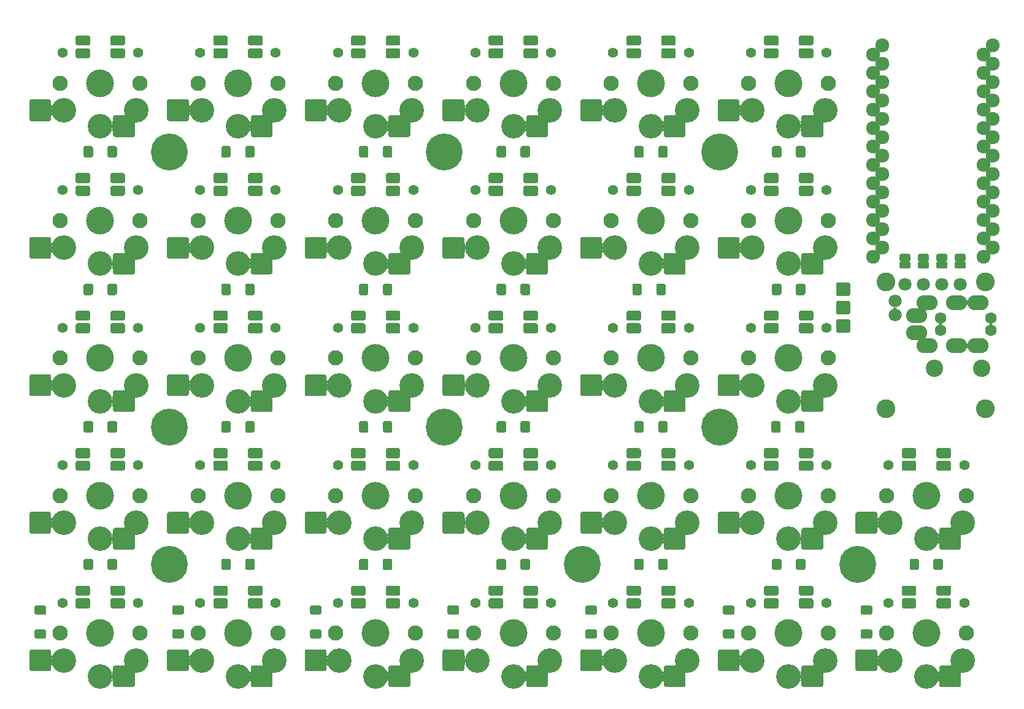
<source format=gbr>
G04 #@! TF.GenerationSoftware,KiCad,Pcbnew,(5.1.10)-1*
G04 #@! TF.CreationDate,2021-11-02T00:21:08+01:00*
G04 #@! TF.ProjectId,helix,68656c69-782e-46b6-9963-61645f706362,rev?*
G04 #@! TF.SameCoordinates,Original*
G04 #@! TF.FileFunction,Soldermask,Bot*
G04 #@! TF.FilePolarity,Negative*
%FSLAX46Y46*%
G04 Gerber Fmt 4.6, Leading zero omitted, Abs format (unit mm)*
G04 Created by KiCad (PCBNEW (5.1.10)-1) date 2021-11-02 00:21:08*
%MOMM*%
%LPD*%
G01*
G04 APERTURE LIST*
%ADD10C,1.390600*%
%ADD11C,3.400000*%
%ADD12C,3.829000*%
%ADD13C,2.101800*%
%ADD14C,1.924000*%
%ADD15C,5.100400*%
%ADD16C,2.600000*%
%ADD17C,1.797000*%
%ADD18C,2.400000*%
%ADD19O,2.900000X2.100000*%
%ADD20C,1.600000*%
%ADD21C,0.100000*%
G04 APERTURE END LIST*
D10*
X211220000Y-124800000D03*
X200780000Y-124800000D03*
G36*
G01*
X196225000Y-134050000D02*
X196225000Y-131450000D01*
G75*
G02*
X196425000Y-131250000I200000J0D01*
G01*
X199025000Y-131250000D01*
G75*
G02*
X199225000Y-131450000I0J-200000D01*
G01*
X199225000Y-134050000D01*
G75*
G02*
X199025000Y-134250000I-200000J0D01*
G01*
X196425000Y-134250000D01*
G75*
G02*
X196225000Y-134050000I0J200000D01*
G01*
G37*
G36*
G01*
X207775000Y-136250000D02*
X207775000Y-133650000D01*
G75*
G02*
X207975000Y-133450000I200000J0D01*
G01*
X210575000Y-133450000D01*
G75*
G02*
X210775000Y-133650000I0J-200000D01*
G01*
X210775000Y-136250000D01*
G75*
G02*
X210575000Y-136450000I-200000J0D01*
G01*
X207975000Y-136450000D01*
G75*
G02*
X207775000Y-136250000I0J200000D01*
G01*
G37*
D11*
X201000000Y-132750000D03*
X206000000Y-134950000D03*
D12*
X206000000Y-129000000D03*
D11*
X211000000Y-132750000D03*
D13*
X211500000Y-129000000D03*
X200500000Y-129000000D03*
D10*
X192220000Y-124800000D03*
X181780000Y-124800000D03*
G36*
G01*
X177225000Y-134050000D02*
X177225000Y-131450000D01*
G75*
G02*
X177425000Y-131250000I200000J0D01*
G01*
X180025000Y-131250000D01*
G75*
G02*
X180225000Y-131450000I0J-200000D01*
G01*
X180225000Y-134050000D01*
G75*
G02*
X180025000Y-134250000I-200000J0D01*
G01*
X177425000Y-134250000D01*
G75*
G02*
X177225000Y-134050000I0J200000D01*
G01*
G37*
G36*
G01*
X188775000Y-136250000D02*
X188775000Y-133650000D01*
G75*
G02*
X188975000Y-133450000I200000J0D01*
G01*
X191575000Y-133450000D01*
G75*
G02*
X191775000Y-133650000I0J-200000D01*
G01*
X191775000Y-136250000D01*
G75*
G02*
X191575000Y-136450000I-200000J0D01*
G01*
X188975000Y-136450000D01*
G75*
G02*
X188775000Y-136250000I0J200000D01*
G01*
G37*
D11*
X182000000Y-132750000D03*
X187000000Y-134950000D03*
D12*
X187000000Y-129000000D03*
D11*
X192000000Y-132750000D03*
D13*
X192500000Y-129000000D03*
X181500000Y-129000000D03*
D10*
X173220000Y-124800000D03*
X162780000Y-124800000D03*
G36*
G01*
X158225000Y-134050000D02*
X158225000Y-131450000D01*
G75*
G02*
X158425000Y-131250000I200000J0D01*
G01*
X161025000Y-131250000D01*
G75*
G02*
X161225000Y-131450000I0J-200000D01*
G01*
X161225000Y-134050000D01*
G75*
G02*
X161025000Y-134250000I-200000J0D01*
G01*
X158425000Y-134250000D01*
G75*
G02*
X158225000Y-134050000I0J200000D01*
G01*
G37*
G36*
G01*
X169775000Y-136250000D02*
X169775000Y-133650000D01*
G75*
G02*
X169975000Y-133450000I200000J0D01*
G01*
X172575000Y-133450000D01*
G75*
G02*
X172775000Y-133650000I0J-200000D01*
G01*
X172775000Y-136250000D01*
G75*
G02*
X172575000Y-136450000I-200000J0D01*
G01*
X169975000Y-136450000D01*
G75*
G02*
X169775000Y-136250000I0J200000D01*
G01*
G37*
D11*
X163000000Y-132750000D03*
X168000000Y-134950000D03*
D12*
X168000000Y-129000000D03*
D11*
X173000000Y-132750000D03*
D13*
X173500000Y-129000000D03*
X162500000Y-129000000D03*
D10*
X154220000Y-124800000D03*
X143780000Y-124800000D03*
G36*
G01*
X139225000Y-134050000D02*
X139225000Y-131450000D01*
G75*
G02*
X139425000Y-131250000I200000J0D01*
G01*
X142025000Y-131250000D01*
G75*
G02*
X142225000Y-131450000I0J-200000D01*
G01*
X142225000Y-134050000D01*
G75*
G02*
X142025000Y-134250000I-200000J0D01*
G01*
X139425000Y-134250000D01*
G75*
G02*
X139225000Y-134050000I0J200000D01*
G01*
G37*
G36*
G01*
X150775000Y-136250000D02*
X150775000Y-133650000D01*
G75*
G02*
X150975000Y-133450000I200000J0D01*
G01*
X153575000Y-133450000D01*
G75*
G02*
X153775000Y-133650000I0J-200000D01*
G01*
X153775000Y-136250000D01*
G75*
G02*
X153575000Y-136450000I-200000J0D01*
G01*
X150975000Y-136450000D01*
G75*
G02*
X150775000Y-136250000I0J200000D01*
G01*
G37*
D11*
X144000000Y-132750000D03*
X149000000Y-134950000D03*
D12*
X149000000Y-129000000D03*
D11*
X154000000Y-132750000D03*
D13*
X154500000Y-129000000D03*
X143500000Y-129000000D03*
D10*
X135220000Y-124800000D03*
X124780000Y-124800000D03*
G36*
G01*
X120225000Y-134050000D02*
X120225000Y-131450000D01*
G75*
G02*
X120425000Y-131250000I200000J0D01*
G01*
X123025000Y-131250000D01*
G75*
G02*
X123225000Y-131450000I0J-200000D01*
G01*
X123225000Y-134050000D01*
G75*
G02*
X123025000Y-134250000I-200000J0D01*
G01*
X120425000Y-134250000D01*
G75*
G02*
X120225000Y-134050000I0J200000D01*
G01*
G37*
G36*
G01*
X131775000Y-136250000D02*
X131775000Y-133650000D01*
G75*
G02*
X131975000Y-133450000I200000J0D01*
G01*
X134575000Y-133450000D01*
G75*
G02*
X134775000Y-133650000I0J-200000D01*
G01*
X134775000Y-136250000D01*
G75*
G02*
X134575000Y-136450000I-200000J0D01*
G01*
X131975000Y-136450000D01*
G75*
G02*
X131775000Y-136250000I0J200000D01*
G01*
G37*
D11*
X125000000Y-132750000D03*
X130000000Y-134950000D03*
D12*
X130000000Y-129000000D03*
D11*
X135000000Y-132750000D03*
D13*
X135500000Y-129000000D03*
X124500000Y-129000000D03*
D10*
X116220000Y-124800000D03*
X105780000Y-124800000D03*
G36*
G01*
X101225000Y-134050000D02*
X101225000Y-131450000D01*
G75*
G02*
X101425000Y-131250000I200000J0D01*
G01*
X104025000Y-131250000D01*
G75*
G02*
X104225000Y-131450000I0J-200000D01*
G01*
X104225000Y-134050000D01*
G75*
G02*
X104025000Y-134250000I-200000J0D01*
G01*
X101425000Y-134250000D01*
G75*
G02*
X101225000Y-134050000I0J200000D01*
G01*
G37*
G36*
G01*
X112775000Y-136250000D02*
X112775000Y-133650000D01*
G75*
G02*
X112975000Y-133450000I200000J0D01*
G01*
X115575000Y-133450000D01*
G75*
G02*
X115775000Y-133650000I0J-200000D01*
G01*
X115775000Y-136250000D01*
G75*
G02*
X115575000Y-136450000I-200000J0D01*
G01*
X112975000Y-136450000D01*
G75*
G02*
X112775000Y-136250000I0J200000D01*
G01*
G37*
D11*
X106000000Y-132750000D03*
X111000000Y-134950000D03*
D12*
X111000000Y-129000000D03*
D11*
X116000000Y-132750000D03*
D13*
X116500000Y-129000000D03*
X105500000Y-129000000D03*
D10*
X97220000Y-124800000D03*
X86780000Y-124800000D03*
G36*
G01*
X82225000Y-134050000D02*
X82225000Y-131450000D01*
G75*
G02*
X82425000Y-131250000I200000J0D01*
G01*
X85025000Y-131250000D01*
G75*
G02*
X85225000Y-131450000I0J-200000D01*
G01*
X85225000Y-134050000D01*
G75*
G02*
X85025000Y-134250000I-200000J0D01*
G01*
X82425000Y-134250000D01*
G75*
G02*
X82225000Y-134050000I0J200000D01*
G01*
G37*
G36*
G01*
X93775000Y-136250000D02*
X93775000Y-133650000D01*
G75*
G02*
X93975000Y-133450000I200000J0D01*
G01*
X96575000Y-133450000D01*
G75*
G02*
X96775000Y-133650000I0J-200000D01*
G01*
X96775000Y-136250000D01*
G75*
G02*
X96575000Y-136450000I-200000J0D01*
G01*
X93975000Y-136450000D01*
G75*
G02*
X93775000Y-136250000I0J200000D01*
G01*
G37*
D11*
X87000000Y-132750000D03*
X92000000Y-134950000D03*
D12*
X92000000Y-129000000D03*
D11*
X97000000Y-132750000D03*
D13*
X97500000Y-129000000D03*
X86500000Y-129000000D03*
D10*
X211220000Y-105800000D03*
X200780000Y-105800000D03*
G36*
G01*
X196225000Y-115050000D02*
X196225000Y-112450000D01*
G75*
G02*
X196425000Y-112250000I200000J0D01*
G01*
X199025000Y-112250000D01*
G75*
G02*
X199225000Y-112450000I0J-200000D01*
G01*
X199225000Y-115050000D01*
G75*
G02*
X199025000Y-115250000I-200000J0D01*
G01*
X196425000Y-115250000D01*
G75*
G02*
X196225000Y-115050000I0J200000D01*
G01*
G37*
G36*
G01*
X207775000Y-117250000D02*
X207775000Y-114650000D01*
G75*
G02*
X207975000Y-114450000I200000J0D01*
G01*
X210575000Y-114450000D01*
G75*
G02*
X210775000Y-114650000I0J-200000D01*
G01*
X210775000Y-117250000D01*
G75*
G02*
X210575000Y-117450000I-200000J0D01*
G01*
X207975000Y-117450000D01*
G75*
G02*
X207775000Y-117250000I0J200000D01*
G01*
G37*
D11*
X201000000Y-113750000D03*
X206000000Y-115950000D03*
D12*
X206000000Y-110000000D03*
D11*
X211000000Y-113750000D03*
D13*
X211500000Y-110000000D03*
X200500000Y-110000000D03*
D10*
X192220000Y-105800000D03*
X181780000Y-105800000D03*
G36*
G01*
X177225000Y-115050000D02*
X177225000Y-112450000D01*
G75*
G02*
X177425000Y-112250000I200000J0D01*
G01*
X180025000Y-112250000D01*
G75*
G02*
X180225000Y-112450000I0J-200000D01*
G01*
X180225000Y-115050000D01*
G75*
G02*
X180025000Y-115250000I-200000J0D01*
G01*
X177425000Y-115250000D01*
G75*
G02*
X177225000Y-115050000I0J200000D01*
G01*
G37*
G36*
G01*
X188775000Y-117250000D02*
X188775000Y-114650000D01*
G75*
G02*
X188975000Y-114450000I200000J0D01*
G01*
X191575000Y-114450000D01*
G75*
G02*
X191775000Y-114650000I0J-200000D01*
G01*
X191775000Y-117250000D01*
G75*
G02*
X191575000Y-117450000I-200000J0D01*
G01*
X188975000Y-117450000D01*
G75*
G02*
X188775000Y-117250000I0J200000D01*
G01*
G37*
D11*
X182000000Y-113750000D03*
X187000000Y-115950000D03*
D12*
X187000000Y-110000000D03*
D11*
X192000000Y-113750000D03*
D13*
X192500000Y-110000000D03*
X181500000Y-110000000D03*
D10*
X173220000Y-105800000D03*
X162780000Y-105800000D03*
G36*
G01*
X158225000Y-115050000D02*
X158225000Y-112450000D01*
G75*
G02*
X158425000Y-112250000I200000J0D01*
G01*
X161025000Y-112250000D01*
G75*
G02*
X161225000Y-112450000I0J-200000D01*
G01*
X161225000Y-115050000D01*
G75*
G02*
X161025000Y-115250000I-200000J0D01*
G01*
X158425000Y-115250000D01*
G75*
G02*
X158225000Y-115050000I0J200000D01*
G01*
G37*
G36*
G01*
X169775000Y-117250000D02*
X169775000Y-114650000D01*
G75*
G02*
X169975000Y-114450000I200000J0D01*
G01*
X172575000Y-114450000D01*
G75*
G02*
X172775000Y-114650000I0J-200000D01*
G01*
X172775000Y-117250000D01*
G75*
G02*
X172575000Y-117450000I-200000J0D01*
G01*
X169975000Y-117450000D01*
G75*
G02*
X169775000Y-117250000I0J200000D01*
G01*
G37*
D11*
X163000000Y-113750000D03*
X168000000Y-115950000D03*
D12*
X168000000Y-110000000D03*
D11*
X173000000Y-113750000D03*
D13*
X173500000Y-110000000D03*
X162500000Y-110000000D03*
D10*
X154220000Y-105800000D03*
X143780000Y-105800000D03*
G36*
G01*
X139225000Y-115050000D02*
X139225000Y-112450000D01*
G75*
G02*
X139425000Y-112250000I200000J0D01*
G01*
X142025000Y-112250000D01*
G75*
G02*
X142225000Y-112450000I0J-200000D01*
G01*
X142225000Y-115050000D01*
G75*
G02*
X142025000Y-115250000I-200000J0D01*
G01*
X139425000Y-115250000D01*
G75*
G02*
X139225000Y-115050000I0J200000D01*
G01*
G37*
G36*
G01*
X150775000Y-117250000D02*
X150775000Y-114650000D01*
G75*
G02*
X150975000Y-114450000I200000J0D01*
G01*
X153575000Y-114450000D01*
G75*
G02*
X153775000Y-114650000I0J-200000D01*
G01*
X153775000Y-117250000D01*
G75*
G02*
X153575000Y-117450000I-200000J0D01*
G01*
X150975000Y-117450000D01*
G75*
G02*
X150775000Y-117250000I0J200000D01*
G01*
G37*
D11*
X144000000Y-113750000D03*
X149000000Y-115950000D03*
D12*
X149000000Y-110000000D03*
D11*
X154000000Y-113750000D03*
D13*
X154500000Y-110000000D03*
X143500000Y-110000000D03*
D10*
X135220000Y-105800000D03*
X124780000Y-105800000D03*
G36*
G01*
X120225000Y-115050000D02*
X120225000Y-112450000D01*
G75*
G02*
X120425000Y-112250000I200000J0D01*
G01*
X123025000Y-112250000D01*
G75*
G02*
X123225000Y-112450000I0J-200000D01*
G01*
X123225000Y-115050000D01*
G75*
G02*
X123025000Y-115250000I-200000J0D01*
G01*
X120425000Y-115250000D01*
G75*
G02*
X120225000Y-115050000I0J200000D01*
G01*
G37*
G36*
G01*
X131775000Y-117250000D02*
X131775000Y-114650000D01*
G75*
G02*
X131975000Y-114450000I200000J0D01*
G01*
X134575000Y-114450000D01*
G75*
G02*
X134775000Y-114650000I0J-200000D01*
G01*
X134775000Y-117250000D01*
G75*
G02*
X134575000Y-117450000I-200000J0D01*
G01*
X131975000Y-117450000D01*
G75*
G02*
X131775000Y-117250000I0J200000D01*
G01*
G37*
D11*
X125000000Y-113750000D03*
X130000000Y-115950000D03*
D12*
X130000000Y-110000000D03*
D11*
X135000000Y-113750000D03*
D13*
X135500000Y-110000000D03*
X124500000Y-110000000D03*
D10*
X116220000Y-105800000D03*
X105780000Y-105800000D03*
G36*
G01*
X101225000Y-115050000D02*
X101225000Y-112450000D01*
G75*
G02*
X101425000Y-112250000I200000J0D01*
G01*
X104025000Y-112250000D01*
G75*
G02*
X104225000Y-112450000I0J-200000D01*
G01*
X104225000Y-115050000D01*
G75*
G02*
X104025000Y-115250000I-200000J0D01*
G01*
X101425000Y-115250000D01*
G75*
G02*
X101225000Y-115050000I0J200000D01*
G01*
G37*
G36*
G01*
X112775000Y-117250000D02*
X112775000Y-114650000D01*
G75*
G02*
X112975000Y-114450000I200000J0D01*
G01*
X115575000Y-114450000D01*
G75*
G02*
X115775000Y-114650000I0J-200000D01*
G01*
X115775000Y-117250000D01*
G75*
G02*
X115575000Y-117450000I-200000J0D01*
G01*
X112975000Y-117450000D01*
G75*
G02*
X112775000Y-117250000I0J200000D01*
G01*
G37*
D11*
X106000000Y-113750000D03*
X111000000Y-115950000D03*
D12*
X111000000Y-110000000D03*
D11*
X116000000Y-113750000D03*
D13*
X116500000Y-110000000D03*
X105500000Y-110000000D03*
D10*
X97220000Y-105800000D03*
X86780000Y-105800000D03*
G36*
G01*
X82225000Y-115050000D02*
X82225000Y-112450000D01*
G75*
G02*
X82425000Y-112250000I200000J0D01*
G01*
X85025000Y-112250000D01*
G75*
G02*
X85225000Y-112450000I0J-200000D01*
G01*
X85225000Y-115050000D01*
G75*
G02*
X85025000Y-115250000I-200000J0D01*
G01*
X82425000Y-115250000D01*
G75*
G02*
X82225000Y-115050000I0J200000D01*
G01*
G37*
G36*
G01*
X93775000Y-117250000D02*
X93775000Y-114650000D01*
G75*
G02*
X93975000Y-114450000I200000J0D01*
G01*
X96575000Y-114450000D01*
G75*
G02*
X96775000Y-114650000I0J-200000D01*
G01*
X96775000Y-117250000D01*
G75*
G02*
X96575000Y-117450000I-200000J0D01*
G01*
X93975000Y-117450000D01*
G75*
G02*
X93775000Y-117250000I0J200000D01*
G01*
G37*
D11*
X87000000Y-113750000D03*
X92000000Y-115950000D03*
D12*
X92000000Y-110000000D03*
D11*
X97000000Y-113750000D03*
D13*
X97500000Y-110000000D03*
X86500000Y-110000000D03*
D10*
X192220000Y-86800000D03*
X181780000Y-86800000D03*
G36*
G01*
X177225000Y-96050000D02*
X177225000Y-93450000D01*
G75*
G02*
X177425000Y-93250000I200000J0D01*
G01*
X180025000Y-93250000D01*
G75*
G02*
X180225000Y-93450000I0J-200000D01*
G01*
X180225000Y-96050000D01*
G75*
G02*
X180025000Y-96250000I-200000J0D01*
G01*
X177425000Y-96250000D01*
G75*
G02*
X177225000Y-96050000I0J200000D01*
G01*
G37*
G36*
G01*
X188775000Y-98250000D02*
X188775000Y-95650000D01*
G75*
G02*
X188975000Y-95450000I200000J0D01*
G01*
X191575000Y-95450000D01*
G75*
G02*
X191775000Y-95650000I0J-200000D01*
G01*
X191775000Y-98250000D01*
G75*
G02*
X191575000Y-98450000I-200000J0D01*
G01*
X188975000Y-98450000D01*
G75*
G02*
X188775000Y-98250000I0J200000D01*
G01*
G37*
D11*
X182000000Y-94750000D03*
X187000000Y-96950000D03*
D12*
X187000000Y-91000000D03*
D11*
X192000000Y-94750000D03*
D13*
X192500000Y-91000000D03*
X181500000Y-91000000D03*
D10*
X173220000Y-86800000D03*
X162780000Y-86800000D03*
G36*
G01*
X158225000Y-96050000D02*
X158225000Y-93450000D01*
G75*
G02*
X158425000Y-93250000I200000J0D01*
G01*
X161025000Y-93250000D01*
G75*
G02*
X161225000Y-93450000I0J-200000D01*
G01*
X161225000Y-96050000D01*
G75*
G02*
X161025000Y-96250000I-200000J0D01*
G01*
X158425000Y-96250000D01*
G75*
G02*
X158225000Y-96050000I0J200000D01*
G01*
G37*
G36*
G01*
X169775000Y-98250000D02*
X169775000Y-95650000D01*
G75*
G02*
X169975000Y-95450000I200000J0D01*
G01*
X172575000Y-95450000D01*
G75*
G02*
X172775000Y-95650000I0J-200000D01*
G01*
X172775000Y-98250000D01*
G75*
G02*
X172575000Y-98450000I-200000J0D01*
G01*
X169975000Y-98450000D01*
G75*
G02*
X169775000Y-98250000I0J200000D01*
G01*
G37*
D11*
X163000000Y-94750000D03*
X168000000Y-96950000D03*
D12*
X168000000Y-91000000D03*
D11*
X173000000Y-94750000D03*
D13*
X173500000Y-91000000D03*
X162500000Y-91000000D03*
D10*
X154220000Y-86800000D03*
X143780000Y-86800000D03*
G36*
G01*
X139225000Y-96050000D02*
X139225000Y-93450000D01*
G75*
G02*
X139425000Y-93250000I200000J0D01*
G01*
X142025000Y-93250000D01*
G75*
G02*
X142225000Y-93450000I0J-200000D01*
G01*
X142225000Y-96050000D01*
G75*
G02*
X142025000Y-96250000I-200000J0D01*
G01*
X139425000Y-96250000D01*
G75*
G02*
X139225000Y-96050000I0J200000D01*
G01*
G37*
G36*
G01*
X150775000Y-98250000D02*
X150775000Y-95650000D01*
G75*
G02*
X150975000Y-95450000I200000J0D01*
G01*
X153575000Y-95450000D01*
G75*
G02*
X153775000Y-95650000I0J-200000D01*
G01*
X153775000Y-98250000D01*
G75*
G02*
X153575000Y-98450000I-200000J0D01*
G01*
X150975000Y-98450000D01*
G75*
G02*
X150775000Y-98250000I0J200000D01*
G01*
G37*
D11*
X144000000Y-94750000D03*
X149000000Y-96950000D03*
D12*
X149000000Y-91000000D03*
D11*
X154000000Y-94750000D03*
D13*
X154500000Y-91000000D03*
X143500000Y-91000000D03*
D10*
X135220000Y-86800000D03*
X124780000Y-86800000D03*
G36*
G01*
X120225000Y-96050000D02*
X120225000Y-93450000D01*
G75*
G02*
X120425000Y-93250000I200000J0D01*
G01*
X123025000Y-93250000D01*
G75*
G02*
X123225000Y-93450000I0J-200000D01*
G01*
X123225000Y-96050000D01*
G75*
G02*
X123025000Y-96250000I-200000J0D01*
G01*
X120425000Y-96250000D01*
G75*
G02*
X120225000Y-96050000I0J200000D01*
G01*
G37*
G36*
G01*
X131775000Y-98250000D02*
X131775000Y-95650000D01*
G75*
G02*
X131975000Y-95450000I200000J0D01*
G01*
X134575000Y-95450000D01*
G75*
G02*
X134775000Y-95650000I0J-200000D01*
G01*
X134775000Y-98250000D01*
G75*
G02*
X134575000Y-98450000I-200000J0D01*
G01*
X131975000Y-98450000D01*
G75*
G02*
X131775000Y-98250000I0J200000D01*
G01*
G37*
D11*
X125000000Y-94750000D03*
X130000000Y-96950000D03*
D12*
X130000000Y-91000000D03*
D11*
X135000000Y-94750000D03*
D13*
X135500000Y-91000000D03*
X124500000Y-91000000D03*
D10*
X116220000Y-86800000D03*
X105780000Y-86800000D03*
G36*
G01*
X101225000Y-96050000D02*
X101225000Y-93450000D01*
G75*
G02*
X101425000Y-93250000I200000J0D01*
G01*
X104025000Y-93250000D01*
G75*
G02*
X104225000Y-93450000I0J-200000D01*
G01*
X104225000Y-96050000D01*
G75*
G02*
X104025000Y-96250000I-200000J0D01*
G01*
X101425000Y-96250000D01*
G75*
G02*
X101225000Y-96050000I0J200000D01*
G01*
G37*
G36*
G01*
X112775000Y-98250000D02*
X112775000Y-95650000D01*
G75*
G02*
X112975000Y-95450000I200000J0D01*
G01*
X115575000Y-95450000D01*
G75*
G02*
X115775000Y-95650000I0J-200000D01*
G01*
X115775000Y-98250000D01*
G75*
G02*
X115575000Y-98450000I-200000J0D01*
G01*
X112975000Y-98450000D01*
G75*
G02*
X112775000Y-98250000I0J200000D01*
G01*
G37*
D11*
X106000000Y-94750000D03*
X111000000Y-96950000D03*
D12*
X111000000Y-91000000D03*
D11*
X116000000Y-94750000D03*
D13*
X116500000Y-91000000D03*
X105500000Y-91000000D03*
D10*
X97220000Y-86800000D03*
X86780000Y-86800000D03*
G36*
G01*
X82225000Y-96050000D02*
X82225000Y-93450000D01*
G75*
G02*
X82425000Y-93250000I200000J0D01*
G01*
X85025000Y-93250000D01*
G75*
G02*
X85225000Y-93450000I0J-200000D01*
G01*
X85225000Y-96050000D01*
G75*
G02*
X85025000Y-96250000I-200000J0D01*
G01*
X82425000Y-96250000D01*
G75*
G02*
X82225000Y-96050000I0J200000D01*
G01*
G37*
G36*
G01*
X93775000Y-98250000D02*
X93775000Y-95650000D01*
G75*
G02*
X93975000Y-95450000I200000J0D01*
G01*
X96575000Y-95450000D01*
G75*
G02*
X96775000Y-95650000I0J-200000D01*
G01*
X96775000Y-98250000D01*
G75*
G02*
X96575000Y-98450000I-200000J0D01*
G01*
X93975000Y-98450000D01*
G75*
G02*
X93775000Y-98250000I0J200000D01*
G01*
G37*
D11*
X87000000Y-94750000D03*
X92000000Y-96950000D03*
D12*
X92000000Y-91000000D03*
D11*
X97000000Y-94750000D03*
D13*
X97500000Y-91000000D03*
X86500000Y-91000000D03*
D10*
X192220000Y-67800000D03*
X181780000Y-67800000D03*
G36*
G01*
X177225000Y-77050000D02*
X177225000Y-74450000D01*
G75*
G02*
X177425000Y-74250000I200000J0D01*
G01*
X180025000Y-74250000D01*
G75*
G02*
X180225000Y-74450000I0J-200000D01*
G01*
X180225000Y-77050000D01*
G75*
G02*
X180025000Y-77250000I-200000J0D01*
G01*
X177425000Y-77250000D01*
G75*
G02*
X177225000Y-77050000I0J200000D01*
G01*
G37*
G36*
G01*
X188775000Y-79250000D02*
X188775000Y-76650000D01*
G75*
G02*
X188975000Y-76450000I200000J0D01*
G01*
X191575000Y-76450000D01*
G75*
G02*
X191775000Y-76650000I0J-200000D01*
G01*
X191775000Y-79250000D01*
G75*
G02*
X191575000Y-79450000I-200000J0D01*
G01*
X188975000Y-79450000D01*
G75*
G02*
X188775000Y-79250000I0J200000D01*
G01*
G37*
D11*
X182000000Y-75750000D03*
X187000000Y-77950000D03*
D12*
X187000000Y-72000000D03*
D11*
X192000000Y-75750000D03*
D13*
X192500000Y-72000000D03*
X181500000Y-72000000D03*
D10*
X173220000Y-67800000D03*
X162780000Y-67800000D03*
G36*
G01*
X158225000Y-77050000D02*
X158225000Y-74450000D01*
G75*
G02*
X158425000Y-74250000I200000J0D01*
G01*
X161025000Y-74250000D01*
G75*
G02*
X161225000Y-74450000I0J-200000D01*
G01*
X161225000Y-77050000D01*
G75*
G02*
X161025000Y-77250000I-200000J0D01*
G01*
X158425000Y-77250000D01*
G75*
G02*
X158225000Y-77050000I0J200000D01*
G01*
G37*
G36*
G01*
X169775000Y-79250000D02*
X169775000Y-76650000D01*
G75*
G02*
X169975000Y-76450000I200000J0D01*
G01*
X172575000Y-76450000D01*
G75*
G02*
X172775000Y-76650000I0J-200000D01*
G01*
X172775000Y-79250000D01*
G75*
G02*
X172575000Y-79450000I-200000J0D01*
G01*
X169975000Y-79450000D01*
G75*
G02*
X169775000Y-79250000I0J200000D01*
G01*
G37*
D11*
X163000000Y-75750000D03*
X168000000Y-77950000D03*
D12*
X168000000Y-72000000D03*
D11*
X173000000Y-75750000D03*
D13*
X173500000Y-72000000D03*
X162500000Y-72000000D03*
D10*
X154220000Y-67800000D03*
X143780000Y-67800000D03*
G36*
G01*
X139225000Y-77050000D02*
X139225000Y-74450000D01*
G75*
G02*
X139425000Y-74250000I200000J0D01*
G01*
X142025000Y-74250000D01*
G75*
G02*
X142225000Y-74450000I0J-200000D01*
G01*
X142225000Y-77050000D01*
G75*
G02*
X142025000Y-77250000I-200000J0D01*
G01*
X139425000Y-77250000D01*
G75*
G02*
X139225000Y-77050000I0J200000D01*
G01*
G37*
G36*
G01*
X150775000Y-79250000D02*
X150775000Y-76650000D01*
G75*
G02*
X150975000Y-76450000I200000J0D01*
G01*
X153575000Y-76450000D01*
G75*
G02*
X153775000Y-76650000I0J-200000D01*
G01*
X153775000Y-79250000D01*
G75*
G02*
X153575000Y-79450000I-200000J0D01*
G01*
X150975000Y-79450000D01*
G75*
G02*
X150775000Y-79250000I0J200000D01*
G01*
G37*
D11*
X144000000Y-75750000D03*
X149000000Y-77950000D03*
D12*
X149000000Y-72000000D03*
D11*
X154000000Y-75750000D03*
D13*
X154500000Y-72000000D03*
X143500000Y-72000000D03*
D10*
X135220000Y-67800000D03*
X124780000Y-67800000D03*
G36*
G01*
X120225000Y-77050000D02*
X120225000Y-74450000D01*
G75*
G02*
X120425000Y-74250000I200000J0D01*
G01*
X123025000Y-74250000D01*
G75*
G02*
X123225000Y-74450000I0J-200000D01*
G01*
X123225000Y-77050000D01*
G75*
G02*
X123025000Y-77250000I-200000J0D01*
G01*
X120425000Y-77250000D01*
G75*
G02*
X120225000Y-77050000I0J200000D01*
G01*
G37*
G36*
G01*
X131775000Y-79250000D02*
X131775000Y-76650000D01*
G75*
G02*
X131975000Y-76450000I200000J0D01*
G01*
X134575000Y-76450000D01*
G75*
G02*
X134775000Y-76650000I0J-200000D01*
G01*
X134775000Y-79250000D01*
G75*
G02*
X134575000Y-79450000I-200000J0D01*
G01*
X131975000Y-79450000D01*
G75*
G02*
X131775000Y-79250000I0J200000D01*
G01*
G37*
D11*
X125000000Y-75750000D03*
X130000000Y-77950000D03*
D12*
X130000000Y-72000000D03*
D11*
X135000000Y-75750000D03*
D13*
X135500000Y-72000000D03*
X124500000Y-72000000D03*
D10*
X116220000Y-67800000D03*
X105780000Y-67800000D03*
G36*
G01*
X101225000Y-77050000D02*
X101225000Y-74450000D01*
G75*
G02*
X101425000Y-74250000I200000J0D01*
G01*
X104025000Y-74250000D01*
G75*
G02*
X104225000Y-74450000I0J-200000D01*
G01*
X104225000Y-77050000D01*
G75*
G02*
X104025000Y-77250000I-200000J0D01*
G01*
X101425000Y-77250000D01*
G75*
G02*
X101225000Y-77050000I0J200000D01*
G01*
G37*
G36*
G01*
X112775000Y-79250000D02*
X112775000Y-76650000D01*
G75*
G02*
X112975000Y-76450000I200000J0D01*
G01*
X115575000Y-76450000D01*
G75*
G02*
X115775000Y-76650000I0J-200000D01*
G01*
X115775000Y-79250000D01*
G75*
G02*
X115575000Y-79450000I-200000J0D01*
G01*
X112975000Y-79450000D01*
G75*
G02*
X112775000Y-79250000I0J200000D01*
G01*
G37*
D11*
X106000000Y-75750000D03*
X111000000Y-77950000D03*
D12*
X111000000Y-72000000D03*
D11*
X116000000Y-75750000D03*
D13*
X116500000Y-72000000D03*
X105500000Y-72000000D03*
D10*
X97220000Y-67800000D03*
X86780000Y-67800000D03*
G36*
G01*
X82225000Y-77050000D02*
X82225000Y-74450000D01*
G75*
G02*
X82425000Y-74250000I200000J0D01*
G01*
X85025000Y-74250000D01*
G75*
G02*
X85225000Y-74450000I0J-200000D01*
G01*
X85225000Y-77050000D01*
G75*
G02*
X85025000Y-77250000I-200000J0D01*
G01*
X82425000Y-77250000D01*
G75*
G02*
X82225000Y-77050000I0J200000D01*
G01*
G37*
G36*
G01*
X93775000Y-79250000D02*
X93775000Y-76650000D01*
G75*
G02*
X93975000Y-76450000I200000J0D01*
G01*
X96575000Y-76450000D01*
G75*
G02*
X96775000Y-76650000I0J-200000D01*
G01*
X96775000Y-79250000D01*
G75*
G02*
X96575000Y-79450000I-200000J0D01*
G01*
X93975000Y-79450000D01*
G75*
G02*
X93775000Y-79250000I0J200000D01*
G01*
G37*
D11*
X87000000Y-75750000D03*
X92000000Y-77950000D03*
D12*
X92000000Y-72000000D03*
D11*
X97000000Y-75750000D03*
D13*
X97500000Y-72000000D03*
X86500000Y-72000000D03*
D10*
X192220000Y-48800000D03*
X181780000Y-48800000D03*
G36*
G01*
X177225000Y-58050000D02*
X177225000Y-55450000D01*
G75*
G02*
X177425000Y-55250000I200000J0D01*
G01*
X180025000Y-55250000D01*
G75*
G02*
X180225000Y-55450000I0J-200000D01*
G01*
X180225000Y-58050000D01*
G75*
G02*
X180025000Y-58250000I-200000J0D01*
G01*
X177425000Y-58250000D01*
G75*
G02*
X177225000Y-58050000I0J200000D01*
G01*
G37*
G36*
G01*
X188775000Y-60250000D02*
X188775000Y-57650000D01*
G75*
G02*
X188975000Y-57450000I200000J0D01*
G01*
X191575000Y-57450000D01*
G75*
G02*
X191775000Y-57650000I0J-200000D01*
G01*
X191775000Y-60250000D01*
G75*
G02*
X191575000Y-60450000I-200000J0D01*
G01*
X188975000Y-60450000D01*
G75*
G02*
X188775000Y-60250000I0J200000D01*
G01*
G37*
D11*
X182000000Y-56750000D03*
X187000000Y-58950000D03*
D12*
X187000000Y-53000000D03*
D11*
X192000000Y-56750000D03*
D13*
X192500000Y-53000000D03*
X181500000Y-53000000D03*
D10*
X173220000Y-48800000D03*
X162780000Y-48800000D03*
G36*
G01*
X158225000Y-58050000D02*
X158225000Y-55450000D01*
G75*
G02*
X158425000Y-55250000I200000J0D01*
G01*
X161025000Y-55250000D01*
G75*
G02*
X161225000Y-55450000I0J-200000D01*
G01*
X161225000Y-58050000D01*
G75*
G02*
X161025000Y-58250000I-200000J0D01*
G01*
X158425000Y-58250000D01*
G75*
G02*
X158225000Y-58050000I0J200000D01*
G01*
G37*
G36*
G01*
X169775000Y-60250000D02*
X169775000Y-57650000D01*
G75*
G02*
X169975000Y-57450000I200000J0D01*
G01*
X172575000Y-57450000D01*
G75*
G02*
X172775000Y-57650000I0J-200000D01*
G01*
X172775000Y-60250000D01*
G75*
G02*
X172575000Y-60450000I-200000J0D01*
G01*
X169975000Y-60450000D01*
G75*
G02*
X169775000Y-60250000I0J200000D01*
G01*
G37*
D11*
X163000000Y-56750000D03*
X168000000Y-58950000D03*
D12*
X168000000Y-53000000D03*
D11*
X173000000Y-56750000D03*
D13*
X173500000Y-53000000D03*
X162500000Y-53000000D03*
D10*
X154220000Y-48800000D03*
X143780000Y-48800000D03*
G36*
G01*
X139225000Y-58050000D02*
X139225000Y-55450000D01*
G75*
G02*
X139425000Y-55250000I200000J0D01*
G01*
X142025000Y-55250000D01*
G75*
G02*
X142225000Y-55450000I0J-200000D01*
G01*
X142225000Y-58050000D01*
G75*
G02*
X142025000Y-58250000I-200000J0D01*
G01*
X139425000Y-58250000D01*
G75*
G02*
X139225000Y-58050000I0J200000D01*
G01*
G37*
G36*
G01*
X150775000Y-60250000D02*
X150775000Y-57650000D01*
G75*
G02*
X150975000Y-57450000I200000J0D01*
G01*
X153575000Y-57450000D01*
G75*
G02*
X153775000Y-57650000I0J-200000D01*
G01*
X153775000Y-60250000D01*
G75*
G02*
X153575000Y-60450000I-200000J0D01*
G01*
X150975000Y-60450000D01*
G75*
G02*
X150775000Y-60250000I0J200000D01*
G01*
G37*
D11*
X144000000Y-56750000D03*
X149000000Y-58950000D03*
D12*
X149000000Y-53000000D03*
D11*
X154000000Y-56750000D03*
D13*
X154500000Y-53000000D03*
X143500000Y-53000000D03*
D10*
X135220000Y-48800000D03*
X124780000Y-48800000D03*
G36*
G01*
X120225000Y-58050000D02*
X120225000Y-55450000D01*
G75*
G02*
X120425000Y-55250000I200000J0D01*
G01*
X123025000Y-55250000D01*
G75*
G02*
X123225000Y-55450000I0J-200000D01*
G01*
X123225000Y-58050000D01*
G75*
G02*
X123025000Y-58250000I-200000J0D01*
G01*
X120425000Y-58250000D01*
G75*
G02*
X120225000Y-58050000I0J200000D01*
G01*
G37*
G36*
G01*
X131775000Y-60250000D02*
X131775000Y-57650000D01*
G75*
G02*
X131975000Y-57450000I200000J0D01*
G01*
X134575000Y-57450000D01*
G75*
G02*
X134775000Y-57650000I0J-200000D01*
G01*
X134775000Y-60250000D01*
G75*
G02*
X134575000Y-60450000I-200000J0D01*
G01*
X131975000Y-60450000D01*
G75*
G02*
X131775000Y-60250000I0J200000D01*
G01*
G37*
D11*
X125000000Y-56750000D03*
X130000000Y-58950000D03*
D12*
X130000000Y-53000000D03*
D11*
X135000000Y-56750000D03*
D13*
X135500000Y-53000000D03*
X124500000Y-53000000D03*
D10*
X116220000Y-48800000D03*
X105780000Y-48800000D03*
G36*
G01*
X101225000Y-58050000D02*
X101225000Y-55450000D01*
G75*
G02*
X101425000Y-55250000I200000J0D01*
G01*
X104025000Y-55250000D01*
G75*
G02*
X104225000Y-55450000I0J-200000D01*
G01*
X104225000Y-58050000D01*
G75*
G02*
X104025000Y-58250000I-200000J0D01*
G01*
X101425000Y-58250000D01*
G75*
G02*
X101225000Y-58050000I0J200000D01*
G01*
G37*
G36*
G01*
X112775000Y-60250000D02*
X112775000Y-57650000D01*
G75*
G02*
X112975000Y-57450000I200000J0D01*
G01*
X115575000Y-57450000D01*
G75*
G02*
X115775000Y-57650000I0J-200000D01*
G01*
X115775000Y-60250000D01*
G75*
G02*
X115575000Y-60450000I-200000J0D01*
G01*
X112975000Y-60450000D01*
G75*
G02*
X112775000Y-60250000I0J200000D01*
G01*
G37*
D11*
X106000000Y-56750000D03*
X111000000Y-58950000D03*
D12*
X111000000Y-53000000D03*
D11*
X116000000Y-56750000D03*
D13*
X116500000Y-53000000D03*
X105500000Y-53000000D03*
D10*
X97220000Y-48800000D03*
X86780000Y-48800000D03*
G36*
G01*
X82225000Y-58050000D02*
X82225000Y-55450000D01*
G75*
G02*
X82425000Y-55250000I200000J0D01*
G01*
X85025000Y-55250000D01*
G75*
G02*
X85225000Y-55450000I0J-200000D01*
G01*
X85225000Y-58050000D01*
G75*
G02*
X85025000Y-58250000I-200000J0D01*
G01*
X82425000Y-58250000D01*
G75*
G02*
X82225000Y-58050000I0J200000D01*
G01*
G37*
G36*
G01*
X93775000Y-60250000D02*
X93775000Y-57650000D01*
G75*
G02*
X93975000Y-57450000I200000J0D01*
G01*
X96575000Y-57450000D01*
G75*
G02*
X96775000Y-57650000I0J-200000D01*
G01*
X96775000Y-60250000D01*
G75*
G02*
X96575000Y-60450000I-200000J0D01*
G01*
X93975000Y-60450000D01*
G75*
G02*
X93775000Y-60250000I0J200000D01*
G01*
G37*
D11*
X87000000Y-56750000D03*
X92000000Y-58950000D03*
D12*
X92000000Y-53000000D03*
D11*
X97000000Y-56750000D03*
D13*
X97500000Y-53000000D03*
X86500000Y-53000000D03*
D14*
X199912400Y-47806800D03*
X199912400Y-50346800D03*
X199912400Y-52886800D03*
X199912400Y-55426800D03*
X199912400Y-57966800D03*
X199912400Y-60506800D03*
X199912400Y-63046800D03*
X199912400Y-65586800D03*
X199912400Y-68126800D03*
X199912400Y-70666800D03*
X199912400Y-73206800D03*
X199912400Y-75746800D03*
X215152400Y-75746800D03*
X215152400Y-73206800D03*
X215152400Y-70666800D03*
X215152400Y-68126800D03*
X215152400Y-65586800D03*
X215152400Y-63046800D03*
X215152400Y-60506800D03*
X215152400Y-57966800D03*
X215152400Y-55426800D03*
X215152400Y-52886800D03*
X215152400Y-50346800D03*
X215152400Y-47806800D03*
X198642400Y-77016800D03*
X198642400Y-54156800D03*
X198642400Y-56696800D03*
X198642400Y-74476800D03*
X198642400Y-49076800D03*
X198642400Y-59236800D03*
X198642400Y-66856800D03*
X198642400Y-61776800D03*
X198642400Y-69396800D03*
X198642400Y-71936800D03*
X198642400Y-64316800D03*
X198642400Y-51616800D03*
X213882400Y-64316800D03*
X213882400Y-74476800D03*
X213882400Y-54156800D03*
X213882400Y-51616800D03*
X213882400Y-77016800D03*
X213882400Y-71936800D03*
X213882400Y-61776800D03*
X213882400Y-59236800D03*
X213882400Y-56696800D03*
X213882400Y-69396800D03*
X213882400Y-66856800D03*
X213882400Y-49076800D03*
G36*
G01*
X132300000Y-61900000D02*
X132300000Y-63100000D01*
G75*
G02*
X132100000Y-63300000I-200000J0D01*
G01*
X131200000Y-63300000D01*
G75*
G02*
X131000000Y-63100000I0J200000D01*
G01*
X131000000Y-61900000D01*
G75*
G02*
X131200000Y-61700000I200000J0D01*
G01*
X132100000Y-61700000D01*
G75*
G02*
X132300000Y-61900000I0J-200000D01*
G01*
G37*
G36*
G01*
X129000000Y-61900000D02*
X129000000Y-63100000D01*
G75*
G02*
X128800000Y-63300000I-200000J0D01*
G01*
X127900000Y-63300000D01*
G75*
G02*
X127700000Y-63100000I0J200000D01*
G01*
X127700000Y-61900000D01*
G75*
G02*
X127900000Y-61700000I200000J0D01*
G01*
X128800000Y-61700000D01*
G75*
G02*
X129000000Y-61900000I0J-200000D01*
G01*
G37*
G36*
G01*
X208283000Y-118900000D02*
X208283000Y-120100000D01*
G75*
G02*
X208083000Y-120300000I-200000J0D01*
G01*
X207183000Y-120300000D01*
G75*
G02*
X206983000Y-120100000I0J200000D01*
G01*
X206983000Y-118900000D01*
G75*
G02*
X207183000Y-118700000I200000J0D01*
G01*
X208083000Y-118700000D01*
G75*
G02*
X208283000Y-118900000I0J-200000D01*
G01*
G37*
G36*
G01*
X204983000Y-118900000D02*
X204983000Y-120100000D01*
G75*
G02*
X204783000Y-120300000I-200000J0D01*
G01*
X203883000Y-120300000D01*
G75*
G02*
X203683000Y-120100000I0J200000D01*
G01*
X203683000Y-118900000D01*
G75*
G02*
X203883000Y-118700000I200000J0D01*
G01*
X204783000Y-118700000D01*
G75*
G02*
X204983000Y-118900000I0J-200000D01*
G01*
G37*
G36*
G01*
X150400000Y-49375000D02*
X150400000Y-48375000D01*
G75*
G02*
X150600000Y-48175000I200000J0D01*
G01*
X152200000Y-48175000D01*
G75*
G02*
X152400000Y-48375000I0J-200000D01*
G01*
X152400000Y-49375000D01*
G75*
G02*
X152200000Y-49575000I-200000J0D01*
G01*
X150600000Y-49575000D01*
G75*
G02*
X150400000Y-49375000I0J200000D01*
G01*
G37*
G36*
G01*
X150400000Y-47625000D02*
X150400000Y-46625000D01*
G75*
G02*
X150600000Y-46425000I200000J0D01*
G01*
X152200000Y-46425000D01*
G75*
G02*
X152400000Y-46625000I0J-200000D01*
G01*
X152400000Y-47625000D01*
G75*
G02*
X152200000Y-47825000I-200000J0D01*
G01*
X150600000Y-47825000D01*
G75*
G02*
X150400000Y-47625000I0J200000D01*
G01*
G37*
G36*
G01*
X145600000Y-47625000D02*
X145600000Y-46625000D01*
G75*
G02*
X145800000Y-46425000I200000J0D01*
G01*
X147400000Y-46425000D01*
G75*
G02*
X147600000Y-46625000I0J-200000D01*
G01*
X147600000Y-47625000D01*
G75*
G02*
X147400000Y-47825000I-200000J0D01*
G01*
X145800000Y-47825000D01*
G75*
G02*
X145600000Y-47625000I0J200000D01*
G01*
G37*
G36*
G01*
X145600000Y-49375000D02*
X145600000Y-48375000D01*
G75*
G02*
X145800000Y-48175000I200000J0D01*
G01*
X147400000Y-48175000D01*
G75*
G02*
X147600000Y-48375000I0J-200000D01*
G01*
X147600000Y-49375000D01*
G75*
G02*
X147400000Y-49575000I-200000J0D01*
G01*
X145800000Y-49575000D01*
G75*
G02*
X145600000Y-49375000I0J200000D01*
G01*
G37*
G36*
G01*
X197125000Y-125164400D02*
X198325000Y-125164400D01*
G75*
G02*
X198525000Y-125364400I0J-200000D01*
G01*
X198525000Y-126264400D01*
G75*
G02*
X198325000Y-126464400I-200000J0D01*
G01*
X197125000Y-126464400D01*
G75*
G02*
X196925000Y-126264400I0J200000D01*
G01*
X196925000Y-125364400D01*
G75*
G02*
X197125000Y-125164400I200000J0D01*
G01*
G37*
G36*
G01*
X197125000Y-128464400D02*
X198325000Y-128464400D01*
G75*
G02*
X198525000Y-128664400I0J-200000D01*
G01*
X198525000Y-129564400D01*
G75*
G02*
X198325000Y-129764400I-200000J0D01*
G01*
X197125000Y-129764400D01*
G75*
G02*
X196925000Y-129564400I0J200000D01*
G01*
X196925000Y-128664400D01*
G75*
G02*
X197125000Y-128464400I200000J0D01*
G01*
G37*
G36*
G01*
X178125000Y-125164400D02*
X179325000Y-125164400D01*
G75*
G02*
X179525000Y-125364400I0J-200000D01*
G01*
X179525000Y-126264400D01*
G75*
G02*
X179325000Y-126464400I-200000J0D01*
G01*
X178125000Y-126464400D01*
G75*
G02*
X177925000Y-126264400I0J200000D01*
G01*
X177925000Y-125364400D01*
G75*
G02*
X178125000Y-125164400I200000J0D01*
G01*
G37*
G36*
G01*
X178125000Y-128464400D02*
X179325000Y-128464400D01*
G75*
G02*
X179525000Y-128664400I0J-200000D01*
G01*
X179525000Y-129564400D01*
G75*
G02*
X179325000Y-129764400I-200000J0D01*
G01*
X178125000Y-129764400D01*
G75*
G02*
X177925000Y-129564400I0J200000D01*
G01*
X177925000Y-128664400D01*
G75*
G02*
X178125000Y-128464400I200000J0D01*
G01*
G37*
G36*
G01*
X159125000Y-125164400D02*
X160325000Y-125164400D01*
G75*
G02*
X160525000Y-125364400I0J-200000D01*
G01*
X160525000Y-126264400D01*
G75*
G02*
X160325000Y-126464400I-200000J0D01*
G01*
X159125000Y-126464400D01*
G75*
G02*
X158925000Y-126264400I0J200000D01*
G01*
X158925000Y-125364400D01*
G75*
G02*
X159125000Y-125164400I200000J0D01*
G01*
G37*
G36*
G01*
X159125000Y-128464400D02*
X160325000Y-128464400D01*
G75*
G02*
X160525000Y-128664400I0J-200000D01*
G01*
X160525000Y-129564400D01*
G75*
G02*
X160325000Y-129764400I-200000J0D01*
G01*
X159125000Y-129764400D01*
G75*
G02*
X158925000Y-129564400I0J200000D01*
G01*
X158925000Y-128664400D01*
G75*
G02*
X159125000Y-128464400I200000J0D01*
G01*
G37*
G36*
G01*
X140125000Y-125164400D02*
X141325000Y-125164400D01*
G75*
G02*
X141525000Y-125364400I0J-200000D01*
G01*
X141525000Y-126264400D01*
G75*
G02*
X141325000Y-126464400I-200000J0D01*
G01*
X140125000Y-126464400D01*
G75*
G02*
X139925000Y-126264400I0J200000D01*
G01*
X139925000Y-125364400D01*
G75*
G02*
X140125000Y-125164400I200000J0D01*
G01*
G37*
G36*
G01*
X140125000Y-128464400D02*
X141325000Y-128464400D01*
G75*
G02*
X141525000Y-128664400I0J-200000D01*
G01*
X141525000Y-129564400D01*
G75*
G02*
X141325000Y-129764400I-200000J0D01*
G01*
X140125000Y-129764400D01*
G75*
G02*
X139925000Y-129564400I0J200000D01*
G01*
X139925000Y-128664400D01*
G75*
G02*
X140125000Y-128464400I200000J0D01*
G01*
G37*
G36*
G01*
X121125000Y-125164400D02*
X122325000Y-125164400D01*
G75*
G02*
X122525000Y-125364400I0J-200000D01*
G01*
X122525000Y-126264400D01*
G75*
G02*
X122325000Y-126464400I-200000J0D01*
G01*
X121125000Y-126464400D01*
G75*
G02*
X120925000Y-126264400I0J200000D01*
G01*
X120925000Y-125364400D01*
G75*
G02*
X121125000Y-125164400I200000J0D01*
G01*
G37*
G36*
G01*
X121125000Y-128464400D02*
X122325000Y-128464400D01*
G75*
G02*
X122525000Y-128664400I0J-200000D01*
G01*
X122525000Y-129564400D01*
G75*
G02*
X122325000Y-129764400I-200000J0D01*
G01*
X121125000Y-129764400D01*
G75*
G02*
X120925000Y-129564400I0J200000D01*
G01*
X120925000Y-128664400D01*
G75*
G02*
X121125000Y-128464400I200000J0D01*
G01*
G37*
G36*
G01*
X102125000Y-125164400D02*
X103325000Y-125164400D01*
G75*
G02*
X103525000Y-125364400I0J-200000D01*
G01*
X103525000Y-126264400D01*
G75*
G02*
X103325000Y-126464400I-200000J0D01*
G01*
X102125000Y-126464400D01*
G75*
G02*
X101925000Y-126264400I0J200000D01*
G01*
X101925000Y-125364400D01*
G75*
G02*
X102125000Y-125164400I200000J0D01*
G01*
G37*
G36*
G01*
X102125000Y-128464400D02*
X103325000Y-128464400D01*
G75*
G02*
X103525000Y-128664400I0J-200000D01*
G01*
X103525000Y-129564400D01*
G75*
G02*
X103325000Y-129764400I-200000J0D01*
G01*
X102125000Y-129764400D01*
G75*
G02*
X101925000Y-129564400I0J200000D01*
G01*
X101925000Y-128664400D01*
G75*
G02*
X102125000Y-128464400I200000J0D01*
G01*
G37*
G36*
G01*
X83125000Y-128464400D02*
X84325000Y-128464400D01*
G75*
G02*
X84525000Y-128664400I0J-200000D01*
G01*
X84525000Y-129564400D01*
G75*
G02*
X84325000Y-129764400I-200000J0D01*
G01*
X83125000Y-129764400D01*
G75*
G02*
X82925000Y-129564400I0J200000D01*
G01*
X82925000Y-128664400D01*
G75*
G02*
X83125000Y-128464400I200000J0D01*
G01*
G37*
G36*
G01*
X83125000Y-125164400D02*
X84325000Y-125164400D01*
G75*
G02*
X84525000Y-125364400I0J-200000D01*
G01*
X84525000Y-126264400D01*
G75*
G02*
X84325000Y-126464400I-200000J0D01*
G01*
X83125000Y-126464400D01*
G75*
G02*
X82925000Y-126264400I0J200000D01*
G01*
X82925000Y-125364400D01*
G75*
G02*
X83125000Y-125164400I200000J0D01*
G01*
G37*
G36*
G01*
X189309200Y-118900000D02*
X189309200Y-120100000D01*
G75*
G02*
X189109200Y-120300000I-200000J0D01*
G01*
X188209200Y-120300000D01*
G75*
G02*
X188009200Y-120100000I0J200000D01*
G01*
X188009200Y-118900000D01*
G75*
G02*
X188209200Y-118700000I200000J0D01*
G01*
X189109200Y-118700000D01*
G75*
G02*
X189309200Y-118900000I0J-200000D01*
G01*
G37*
G36*
G01*
X186009200Y-118900000D02*
X186009200Y-120100000D01*
G75*
G02*
X185809200Y-120300000I-200000J0D01*
G01*
X184909200Y-120300000D01*
G75*
G02*
X184709200Y-120100000I0J200000D01*
G01*
X184709200Y-118900000D01*
G75*
G02*
X184909200Y-118700000I200000J0D01*
G01*
X185809200Y-118700000D01*
G75*
G02*
X186009200Y-118900000I0J-200000D01*
G01*
G37*
G36*
G01*
X170300000Y-118900000D02*
X170300000Y-120100000D01*
G75*
G02*
X170100000Y-120300000I-200000J0D01*
G01*
X169200000Y-120300000D01*
G75*
G02*
X169000000Y-120100000I0J200000D01*
G01*
X169000000Y-118900000D01*
G75*
G02*
X169200000Y-118700000I200000J0D01*
G01*
X170100000Y-118700000D01*
G75*
G02*
X170300000Y-118900000I0J-200000D01*
G01*
G37*
G36*
G01*
X167000000Y-118900000D02*
X167000000Y-120100000D01*
G75*
G02*
X166800000Y-120300000I-200000J0D01*
G01*
X165900000Y-120300000D01*
G75*
G02*
X165700000Y-120100000I0J200000D01*
G01*
X165700000Y-118900000D01*
G75*
G02*
X165900000Y-118700000I200000J0D01*
G01*
X166800000Y-118700000D01*
G75*
G02*
X167000000Y-118900000I0J-200000D01*
G01*
G37*
G36*
G01*
X151300000Y-118900000D02*
X151300000Y-120100000D01*
G75*
G02*
X151100000Y-120300000I-200000J0D01*
G01*
X150200000Y-120300000D01*
G75*
G02*
X150000000Y-120100000I0J200000D01*
G01*
X150000000Y-118900000D01*
G75*
G02*
X150200000Y-118700000I200000J0D01*
G01*
X151100000Y-118700000D01*
G75*
G02*
X151300000Y-118900000I0J-200000D01*
G01*
G37*
G36*
G01*
X148000000Y-118900000D02*
X148000000Y-120100000D01*
G75*
G02*
X147800000Y-120300000I-200000J0D01*
G01*
X146900000Y-120300000D01*
G75*
G02*
X146700000Y-120100000I0J200000D01*
G01*
X146700000Y-118900000D01*
G75*
G02*
X146900000Y-118700000I200000J0D01*
G01*
X147800000Y-118700000D01*
G75*
G02*
X148000000Y-118900000I0J-200000D01*
G01*
G37*
G36*
G01*
X132300000Y-118900000D02*
X132300000Y-120100000D01*
G75*
G02*
X132100000Y-120300000I-200000J0D01*
G01*
X131200000Y-120300000D01*
G75*
G02*
X131000000Y-120100000I0J200000D01*
G01*
X131000000Y-118900000D01*
G75*
G02*
X131200000Y-118700000I200000J0D01*
G01*
X132100000Y-118700000D01*
G75*
G02*
X132300000Y-118900000I0J-200000D01*
G01*
G37*
G36*
G01*
X129000000Y-118900000D02*
X129000000Y-120100000D01*
G75*
G02*
X128800000Y-120300000I-200000J0D01*
G01*
X127900000Y-120300000D01*
G75*
G02*
X127700000Y-120100000I0J200000D01*
G01*
X127700000Y-118900000D01*
G75*
G02*
X127900000Y-118700000I200000J0D01*
G01*
X128800000Y-118700000D01*
G75*
G02*
X129000000Y-118900000I0J-200000D01*
G01*
G37*
G36*
G01*
X113300000Y-118900000D02*
X113300000Y-120100000D01*
G75*
G02*
X113100000Y-120300000I-200000J0D01*
G01*
X112200000Y-120300000D01*
G75*
G02*
X112000000Y-120100000I0J200000D01*
G01*
X112000000Y-118900000D01*
G75*
G02*
X112200000Y-118700000I200000J0D01*
G01*
X113100000Y-118700000D01*
G75*
G02*
X113300000Y-118900000I0J-200000D01*
G01*
G37*
G36*
G01*
X110000000Y-118900000D02*
X110000000Y-120100000D01*
G75*
G02*
X109800000Y-120300000I-200000J0D01*
G01*
X108900000Y-120300000D01*
G75*
G02*
X108700000Y-120100000I0J200000D01*
G01*
X108700000Y-118900000D01*
G75*
G02*
X108900000Y-118700000I200000J0D01*
G01*
X109800000Y-118700000D01*
G75*
G02*
X110000000Y-118900000I0J-200000D01*
G01*
G37*
G36*
G01*
X94300000Y-118900000D02*
X94300000Y-120100000D01*
G75*
G02*
X94100000Y-120300000I-200000J0D01*
G01*
X93200000Y-120300000D01*
G75*
G02*
X93000000Y-120100000I0J200000D01*
G01*
X93000000Y-118900000D01*
G75*
G02*
X93200000Y-118700000I200000J0D01*
G01*
X94100000Y-118700000D01*
G75*
G02*
X94300000Y-118900000I0J-200000D01*
G01*
G37*
G36*
G01*
X91000000Y-118900000D02*
X91000000Y-120100000D01*
G75*
G02*
X90800000Y-120300000I-200000J0D01*
G01*
X89900000Y-120300000D01*
G75*
G02*
X89700000Y-120100000I0J200000D01*
G01*
X89700000Y-118900000D01*
G75*
G02*
X89900000Y-118700000I200000J0D01*
G01*
X90800000Y-118700000D01*
G75*
G02*
X91000000Y-118900000I0J-200000D01*
G01*
G37*
G36*
G01*
X189198400Y-99900000D02*
X189198400Y-101100000D01*
G75*
G02*
X188998400Y-101300000I-200000J0D01*
G01*
X188098400Y-101300000D01*
G75*
G02*
X187898400Y-101100000I0J200000D01*
G01*
X187898400Y-99900000D01*
G75*
G02*
X188098400Y-99700000I200000J0D01*
G01*
X188998400Y-99700000D01*
G75*
G02*
X189198400Y-99900000I0J-200000D01*
G01*
G37*
G36*
G01*
X185898400Y-99900000D02*
X185898400Y-101100000D01*
G75*
G02*
X185698400Y-101300000I-200000J0D01*
G01*
X184798400Y-101300000D01*
G75*
G02*
X184598400Y-101100000I0J200000D01*
G01*
X184598400Y-99900000D01*
G75*
G02*
X184798400Y-99700000I200000J0D01*
G01*
X185698400Y-99700000D01*
G75*
G02*
X185898400Y-99900000I0J-200000D01*
G01*
G37*
G36*
G01*
X170300000Y-99900000D02*
X170300000Y-101100000D01*
G75*
G02*
X170100000Y-101300000I-200000J0D01*
G01*
X169200000Y-101300000D01*
G75*
G02*
X169000000Y-101100000I0J200000D01*
G01*
X169000000Y-99900000D01*
G75*
G02*
X169200000Y-99700000I200000J0D01*
G01*
X170100000Y-99700000D01*
G75*
G02*
X170300000Y-99900000I0J-200000D01*
G01*
G37*
G36*
G01*
X167000000Y-99900000D02*
X167000000Y-101100000D01*
G75*
G02*
X166800000Y-101300000I-200000J0D01*
G01*
X165900000Y-101300000D01*
G75*
G02*
X165700000Y-101100000I0J200000D01*
G01*
X165700000Y-99900000D01*
G75*
G02*
X165900000Y-99700000I200000J0D01*
G01*
X166800000Y-99700000D01*
G75*
G02*
X167000000Y-99900000I0J-200000D01*
G01*
G37*
G36*
G01*
X151300000Y-99900000D02*
X151300000Y-101100000D01*
G75*
G02*
X151100000Y-101300000I-200000J0D01*
G01*
X150200000Y-101300000D01*
G75*
G02*
X150000000Y-101100000I0J200000D01*
G01*
X150000000Y-99900000D01*
G75*
G02*
X150200000Y-99700000I200000J0D01*
G01*
X151100000Y-99700000D01*
G75*
G02*
X151300000Y-99900000I0J-200000D01*
G01*
G37*
G36*
G01*
X148000000Y-99900000D02*
X148000000Y-101100000D01*
G75*
G02*
X147800000Y-101300000I-200000J0D01*
G01*
X146900000Y-101300000D01*
G75*
G02*
X146700000Y-101100000I0J200000D01*
G01*
X146700000Y-99900000D01*
G75*
G02*
X146900000Y-99700000I200000J0D01*
G01*
X147800000Y-99700000D01*
G75*
G02*
X148000000Y-99900000I0J-200000D01*
G01*
G37*
G36*
G01*
X132300000Y-99900000D02*
X132300000Y-101100000D01*
G75*
G02*
X132100000Y-101300000I-200000J0D01*
G01*
X131200000Y-101300000D01*
G75*
G02*
X131000000Y-101100000I0J200000D01*
G01*
X131000000Y-99900000D01*
G75*
G02*
X131200000Y-99700000I200000J0D01*
G01*
X132100000Y-99700000D01*
G75*
G02*
X132300000Y-99900000I0J-200000D01*
G01*
G37*
G36*
G01*
X129000000Y-99900000D02*
X129000000Y-101100000D01*
G75*
G02*
X128800000Y-101300000I-200000J0D01*
G01*
X127900000Y-101300000D01*
G75*
G02*
X127700000Y-101100000I0J200000D01*
G01*
X127700000Y-99900000D01*
G75*
G02*
X127900000Y-99700000I200000J0D01*
G01*
X128800000Y-99700000D01*
G75*
G02*
X129000000Y-99900000I0J-200000D01*
G01*
G37*
G36*
G01*
X113300000Y-99900000D02*
X113300000Y-101100000D01*
G75*
G02*
X113100000Y-101300000I-200000J0D01*
G01*
X112200000Y-101300000D01*
G75*
G02*
X112000000Y-101100000I0J200000D01*
G01*
X112000000Y-99900000D01*
G75*
G02*
X112200000Y-99700000I200000J0D01*
G01*
X113100000Y-99700000D01*
G75*
G02*
X113300000Y-99900000I0J-200000D01*
G01*
G37*
G36*
G01*
X110000000Y-99900000D02*
X110000000Y-101100000D01*
G75*
G02*
X109800000Y-101300000I-200000J0D01*
G01*
X108900000Y-101300000D01*
G75*
G02*
X108700000Y-101100000I0J200000D01*
G01*
X108700000Y-99900000D01*
G75*
G02*
X108900000Y-99700000I200000J0D01*
G01*
X109800000Y-99700000D01*
G75*
G02*
X110000000Y-99900000I0J-200000D01*
G01*
G37*
G36*
G01*
X94300000Y-99900000D02*
X94300000Y-101100000D01*
G75*
G02*
X94100000Y-101300000I-200000J0D01*
G01*
X93200000Y-101300000D01*
G75*
G02*
X93000000Y-101100000I0J200000D01*
G01*
X93000000Y-99900000D01*
G75*
G02*
X93200000Y-99700000I200000J0D01*
G01*
X94100000Y-99700000D01*
G75*
G02*
X94300000Y-99900000I0J-200000D01*
G01*
G37*
G36*
G01*
X91000000Y-99900000D02*
X91000000Y-101100000D01*
G75*
G02*
X90800000Y-101300000I-200000J0D01*
G01*
X89900000Y-101300000D01*
G75*
G02*
X89700000Y-101100000I0J200000D01*
G01*
X89700000Y-99900000D01*
G75*
G02*
X89900000Y-99700000I200000J0D01*
G01*
X90800000Y-99700000D01*
G75*
G02*
X91000000Y-99900000I0J-200000D01*
G01*
G37*
G36*
G01*
X189300000Y-80900000D02*
X189300000Y-82100000D01*
G75*
G02*
X189100000Y-82300000I-200000J0D01*
G01*
X188200000Y-82300000D01*
G75*
G02*
X188000000Y-82100000I0J200000D01*
G01*
X188000000Y-80900000D01*
G75*
G02*
X188200000Y-80700000I200000J0D01*
G01*
X189100000Y-80700000D01*
G75*
G02*
X189300000Y-80900000I0J-200000D01*
G01*
G37*
G36*
G01*
X186000000Y-80900000D02*
X186000000Y-82100000D01*
G75*
G02*
X185800000Y-82300000I-200000J0D01*
G01*
X184900000Y-82300000D01*
G75*
G02*
X184700000Y-82100000I0J200000D01*
G01*
X184700000Y-80900000D01*
G75*
G02*
X184900000Y-80700000I200000J0D01*
G01*
X185800000Y-80700000D01*
G75*
G02*
X186000000Y-80900000I0J-200000D01*
G01*
G37*
G36*
G01*
X170030600Y-80900000D02*
X170030600Y-82100000D01*
G75*
G02*
X169830600Y-82300000I-200000J0D01*
G01*
X168930600Y-82300000D01*
G75*
G02*
X168730600Y-82100000I0J200000D01*
G01*
X168730600Y-80900000D01*
G75*
G02*
X168930600Y-80700000I200000J0D01*
G01*
X169830600Y-80700000D01*
G75*
G02*
X170030600Y-80900000I0J-200000D01*
G01*
G37*
G36*
G01*
X166730600Y-80900000D02*
X166730600Y-82100000D01*
G75*
G02*
X166530600Y-82300000I-200000J0D01*
G01*
X165630600Y-82300000D01*
G75*
G02*
X165430600Y-82100000I0J200000D01*
G01*
X165430600Y-80900000D01*
G75*
G02*
X165630600Y-80700000I200000J0D01*
G01*
X166530600Y-80700000D01*
G75*
G02*
X166730600Y-80900000I0J-200000D01*
G01*
G37*
G36*
G01*
X151300000Y-80900000D02*
X151300000Y-82100000D01*
G75*
G02*
X151100000Y-82300000I-200000J0D01*
G01*
X150200000Y-82300000D01*
G75*
G02*
X150000000Y-82100000I0J200000D01*
G01*
X150000000Y-80900000D01*
G75*
G02*
X150200000Y-80700000I200000J0D01*
G01*
X151100000Y-80700000D01*
G75*
G02*
X151300000Y-80900000I0J-200000D01*
G01*
G37*
G36*
G01*
X148000000Y-80900000D02*
X148000000Y-82100000D01*
G75*
G02*
X147800000Y-82300000I-200000J0D01*
G01*
X146900000Y-82300000D01*
G75*
G02*
X146700000Y-82100000I0J200000D01*
G01*
X146700000Y-80900000D01*
G75*
G02*
X146900000Y-80700000I200000J0D01*
G01*
X147800000Y-80700000D01*
G75*
G02*
X148000000Y-80900000I0J-200000D01*
G01*
G37*
G36*
G01*
X132300000Y-80900000D02*
X132300000Y-82100000D01*
G75*
G02*
X132100000Y-82300000I-200000J0D01*
G01*
X131200000Y-82300000D01*
G75*
G02*
X131000000Y-82100000I0J200000D01*
G01*
X131000000Y-80900000D01*
G75*
G02*
X131200000Y-80700000I200000J0D01*
G01*
X132100000Y-80700000D01*
G75*
G02*
X132300000Y-80900000I0J-200000D01*
G01*
G37*
G36*
G01*
X129000000Y-80900000D02*
X129000000Y-82100000D01*
G75*
G02*
X128800000Y-82300000I-200000J0D01*
G01*
X127900000Y-82300000D01*
G75*
G02*
X127700000Y-82100000I0J200000D01*
G01*
X127700000Y-80900000D01*
G75*
G02*
X127900000Y-80700000I200000J0D01*
G01*
X128800000Y-80700000D01*
G75*
G02*
X129000000Y-80900000I0J-200000D01*
G01*
G37*
G36*
G01*
X113300000Y-80900000D02*
X113300000Y-82100000D01*
G75*
G02*
X113100000Y-82300000I-200000J0D01*
G01*
X112200000Y-82300000D01*
G75*
G02*
X112000000Y-82100000I0J200000D01*
G01*
X112000000Y-80900000D01*
G75*
G02*
X112200000Y-80700000I200000J0D01*
G01*
X113100000Y-80700000D01*
G75*
G02*
X113300000Y-80900000I0J-200000D01*
G01*
G37*
G36*
G01*
X110000000Y-80900000D02*
X110000000Y-82100000D01*
G75*
G02*
X109800000Y-82300000I-200000J0D01*
G01*
X108900000Y-82300000D01*
G75*
G02*
X108700000Y-82100000I0J200000D01*
G01*
X108700000Y-80900000D01*
G75*
G02*
X108900000Y-80700000I200000J0D01*
G01*
X109800000Y-80700000D01*
G75*
G02*
X110000000Y-80900000I0J-200000D01*
G01*
G37*
G36*
G01*
X94300000Y-80900000D02*
X94300000Y-82100000D01*
G75*
G02*
X94100000Y-82300000I-200000J0D01*
G01*
X93200000Y-82300000D01*
G75*
G02*
X93000000Y-82100000I0J200000D01*
G01*
X93000000Y-80900000D01*
G75*
G02*
X93200000Y-80700000I200000J0D01*
G01*
X94100000Y-80700000D01*
G75*
G02*
X94300000Y-80900000I0J-200000D01*
G01*
G37*
G36*
G01*
X91000000Y-80900000D02*
X91000000Y-82100000D01*
G75*
G02*
X90800000Y-82300000I-200000J0D01*
G01*
X89900000Y-82300000D01*
G75*
G02*
X89700000Y-82100000I0J200000D01*
G01*
X89700000Y-80900000D01*
G75*
G02*
X89900000Y-80700000I200000J0D01*
G01*
X90800000Y-80700000D01*
G75*
G02*
X91000000Y-80900000I0J-200000D01*
G01*
G37*
G36*
G01*
X186000000Y-61900000D02*
X186000000Y-63100000D01*
G75*
G02*
X185800000Y-63300000I-200000J0D01*
G01*
X184900000Y-63300000D01*
G75*
G02*
X184700000Y-63100000I0J200000D01*
G01*
X184700000Y-61900000D01*
G75*
G02*
X184900000Y-61700000I200000J0D01*
G01*
X185800000Y-61700000D01*
G75*
G02*
X186000000Y-61900000I0J-200000D01*
G01*
G37*
G36*
G01*
X189300000Y-61900000D02*
X189300000Y-63100000D01*
G75*
G02*
X189100000Y-63300000I-200000J0D01*
G01*
X188200000Y-63300000D01*
G75*
G02*
X188000000Y-63100000I0J200000D01*
G01*
X188000000Y-61900000D01*
G75*
G02*
X188200000Y-61700000I200000J0D01*
G01*
X189100000Y-61700000D01*
G75*
G02*
X189300000Y-61900000I0J-200000D01*
G01*
G37*
G36*
G01*
X167000000Y-61900000D02*
X167000000Y-63100000D01*
G75*
G02*
X166800000Y-63300000I-200000J0D01*
G01*
X165900000Y-63300000D01*
G75*
G02*
X165700000Y-63100000I0J200000D01*
G01*
X165700000Y-61900000D01*
G75*
G02*
X165900000Y-61700000I200000J0D01*
G01*
X166800000Y-61700000D01*
G75*
G02*
X167000000Y-61900000I0J-200000D01*
G01*
G37*
G36*
G01*
X170300000Y-61900000D02*
X170300000Y-63100000D01*
G75*
G02*
X170100000Y-63300000I-200000J0D01*
G01*
X169200000Y-63300000D01*
G75*
G02*
X169000000Y-63100000I0J200000D01*
G01*
X169000000Y-61900000D01*
G75*
G02*
X169200000Y-61700000I200000J0D01*
G01*
X170100000Y-61700000D01*
G75*
G02*
X170300000Y-61900000I0J-200000D01*
G01*
G37*
G36*
G01*
X148000000Y-61900000D02*
X148000000Y-63100000D01*
G75*
G02*
X147800000Y-63300000I-200000J0D01*
G01*
X146900000Y-63300000D01*
G75*
G02*
X146700000Y-63100000I0J200000D01*
G01*
X146700000Y-61900000D01*
G75*
G02*
X146900000Y-61700000I200000J0D01*
G01*
X147800000Y-61700000D01*
G75*
G02*
X148000000Y-61900000I0J-200000D01*
G01*
G37*
G36*
G01*
X151300000Y-61900000D02*
X151300000Y-63100000D01*
G75*
G02*
X151100000Y-63300000I-200000J0D01*
G01*
X150200000Y-63300000D01*
G75*
G02*
X150000000Y-63100000I0J200000D01*
G01*
X150000000Y-61900000D01*
G75*
G02*
X150200000Y-61700000I200000J0D01*
G01*
X151100000Y-61700000D01*
G75*
G02*
X151300000Y-61900000I0J-200000D01*
G01*
G37*
G36*
G01*
X113300000Y-61900000D02*
X113300000Y-63100000D01*
G75*
G02*
X113100000Y-63300000I-200000J0D01*
G01*
X112200000Y-63300000D01*
G75*
G02*
X112000000Y-63100000I0J200000D01*
G01*
X112000000Y-61900000D01*
G75*
G02*
X112200000Y-61700000I200000J0D01*
G01*
X113100000Y-61700000D01*
G75*
G02*
X113300000Y-61900000I0J-200000D01*
G01*
G37*
G36*
G01*
X110000000Y-61900000D02*
X110000000Y-63100000D01*
G75*
G02*
X109800000Y-63300000I-200000J0D01*
G01*
X108900000Y-63300000D01*
G75*
G02*
X108700000Y-63100000I0J200000D01*
G01*
X108700000Y-61900000D01*
G75*
G02*
X108900000Y-61700000I200000J0D01*
G01*
X109800000Y-61700000D01*
G75*
G02*
X110000000Y-61900000I0J-200000D01*
G01*
G37*
G36*
G01*
X94300000Y-61900000D02*
X94300000Y-63100000D01*
G75*
G02*
X94100000Y-63300000I-200000J0D01*
G01*
X93200000Y-63300000D01*
G75*
G02*
X93000000Y-63100000I0J200000D01*
G01*
X93000000Y-61900000D01*
G75*
G02*
X93200000Y-61700000I200000J0D01*
G01*
X94100000Y-61700000D01*
G75*
G02*
X94300000Y-61900000I0J-200000D01*
G01*
G37*
G36*
G01*
X91000000Y-61900000D02*
X91000000Y-63100000D01*
G75*
G02*
X90800000Y-63300000I-200000J0D01*
G01*
X89900000Y-63300000D01*
G75*
G02*
X89700000Y-63100000I0J200000D01*
G01*
X89700000Y-61900000D01*
G75*
G02*
X89900000Y-61700000I200000J0D01*
G01*
X90800000Y-61700000D01*
G75*
G02*
X91000000Y-61900000I0J-200000D01*
G01*
G37*
D15*
X139500000Y-62500000D03*
G36*
G01*
X193555440Y-87327320D02*
X193555440Y-85803320D01*
G75*
G02*
X193755440Y-85603320I200000J0D01*
G01*
X195279440Y-85603320D01*
G75*
G02*
X195479440Y-85803320I0J-200000D01*
G01*
X195479440Y-87327320D01*
G75*
G02*
X195279440Y-87527320I-200000J0D01*
G01*
X193755440Y-87527320D01*
G75*
G02*
X193555440Y-87327320I0J200000D01*
G01*
G37*
G36*
G01*
X193555440Y-84787320D02*
X193555440Y-83263320D01*
G75*
G02*
X193755440Y-83063320I200000J0D01*
G01*
X195279440Y-83063320D01*
G75*
G02*
X195479440Y-83263320I0J-200000D01*
G01*
X195479440Y-84787320D01*
G75*
G02*
X195279440Y-84987320I-200000J0D01*
G01*
X193755440Y-84987320D01*
G75*
G02*
X193555440Y-84787320I0J200000D01*
G01*
G37*
G36*
G01*
X193555440Y-82247320D02*
X193555440Y-80723320D01*
G75*
G02*
X193755440Y-80523320I200000J0D01*
G01*
X195279440Y-80523320D01*
G75*
G02*
X195479440Y-80723320I0J-200000D01*
G01*
X195479440Y-82247320D01*
G75*
G02*
X195279440Y-82447320I-200000J0D01*
G01*
X193755440Y-82447320D01*
G75*
G02*
X193555440Y-82247320I0J200000D01*
G01*
G37*
D16*
X200422400Y-80500000D03*
X214172400Y-80500000D03*
X214172400Y-98000000D03*
X200422400Y-98000000D03*
D15*
X101500000Y-62500000D03*
X196500000Y-119500000D03*
X158500000Y-119500000D03*
X101500000Y-119500000D03*
X177500000Y-100500000D03*
X139500000Y-100500000D03*
X101500000Y-100500000D03*
X177500000Y-62500000D03*
G36*
G01*
X93400000Y-49375000D02*
X93400000Y-48375000D01*
G75*
G02*
X93600000Y-48175000I200000J0D01*
G01*
X95200000Y-48175000D01*
G75*
G02*
X95400000Y-48375000I0J-200000D01*
G01*
X95400000Y-49375000D01*
G75*
G02*
X95200000Y-49575000I-200000J0D01*
G01*
X93600000Y-49575000D01*
G75*
G02*
X93400000Y-49375000I0J200000D01*
G01*
G37*
G36*
G01*
X93400000Y-47625000D02*
X93400000Y-46625000D01*
G75*
G02*
X93600000Y-46425000I200000J0D01*
G01*
X95200000Y-46425000D01*
G75*
G02*
X95400000Y-46625000I0J-200000D01*
G01*
X95400000Y-47625000D01*
G75*
G02*
X95200000Y-47825000I-200000J0D01*
G01*
X93600000Y-47825000D01*
G75*
G02*
X93400000Y-47625000I0J200000D01*
G01*
G37*
G36*
G01*
X88600000Y-47625000D02*
X88600000Y-46625000D01*
G75*
G02*
X88800000Y-46425000I200000J0D01*
G01*
X90400000Y-46425000D01*
G75*
G02*
X90600000Y-46625000I0J-200000D01*
G01*
X90600000Y-47625000D01*
G75*
G02*
X90400000Y-47825000I-200000J0D01*
G01*
X88800000Y-47825000D01*
G75*
G02*
X88600000Y-47625000I0J200000D01*
G01*
G37*
G36*
G01*
X88600000Y-49375000D02*
X88600000Y-48375000D01*
G75*
G02*
X88800000Y-48175000I200000J0D01*
G01*
X90400000Y-48175000D01*
G75*
G02*
X90600000Y-48375000I0J-200000D01*
G01*
X90600000Y-49375000D01*
G75*
G02*
X90400000Y-49575000I-200000J0D01*
G01*
X88800000Y-49575000D01*
G75*
G02*
X88600000Y-49375000I0J200000D01*
G01*
G37*
G36*
G01*
X112400000Y-49375000D02*
X112400000Y-48375000D01*
G75*
G02*
X112600000Y-48175000I200000J0D01*
G01*
X114200000Y-48175000D01*
G75*
G02*
X114400000Y-48375000I0J-200000D01*
G01*
X114400000Y-49375000D01*
G75*
G02*
X114200000Y-49575000I-200000J0D01*
G01*
X112600000Y-49575000D01*
G75*
G02*
X112400000Y-49375000I0J200000D01*
G01*
G37*
G36*
G01*
X112400000Y-47625000D02*
X112400000Y-46625000D01*
G75*
G02*
X112600000Y-46425000I200000J0D01*
G01*
X114200000Y-46425000D01*
G75*
G02*
X114400000Y-46625000I0J-200000D01*
G01*
X114400000Y-47625000D01*
G75*
G02*
X114200000Y-47825000I-200000J0D01*
G01*
X112600000Y-47825000D01*
G75*
G02*
X112400000Y-47625000I0J200000D01*
G01*
G37*
G36*
G01*
X107600000Y-47625000D02*
X107600000Y-46625000D01*
G75*
G02*
X107800000Y-46425000I200000J0D01*
G01*
X109400000Y-46425000D01*
G75*
G02*
X109600000Y-46625000I0J-200000D01*
G01*
X109600000Y-47625000D01*
G75*
G02*
X109400000Y-47825000I-200000J0D01*
G01*
X107800000Y-47825000D01*
G75*
G02*
X107600000Y-47625000I0J200000D01*
G01*
G37*
G36*
G01*
X107600000Y-49375000D02*
X107600000Y-48375000D01*
G75*
G02*
X107800000Y-48175000I200000J0D01*
G01*
X109400000Y-48175000D01*
G75*
G02*
X109600000Y-48375000I0J-200000D01*
G01*
X109600000Y-49375000D01*
G75*
G02*
X109400000Y-49575000I-200000J0D01*
G01*
X107800000Y-49575000D01*
G75*
G02*
X107600000Y-49375000I0J200000D01*
G01*
G37*
D17*
X210682000Y-80790000D03*
X208142000Y-80790000D03*
X205602000Y-80790000D03*
X203062000Y-80790000D03*
G36*
G01*
X210110500Y-76607120D02*
X211253500Y-76607120D01*
G75*
G02*
X211453500Y-76807120I0J-200000D01*
G01*
X211453500Y-77442120D01*
G75*
G02*
X211253500Y-77642120I-200000J0D01*
G01*
X210110500Y-77642120D01*
G75*
G02*
X209910500Y-77442120I0J200000D01*
G01*
X209910500Y-76807120D01*
G75*
G02*
X210110500Y-76607120I200000J0D01*
G01*
G37*
G36*
G01*
X210110500Y-77607880D02*
X211253500Y-77607880D01*
G75*
G02*
X211453500Y-77807880I0J-200000D01*
G01*
X211453500Y-78442880D01*
G75*
G02*
X211253500Y-78642880I-200000J0D01*
G01*
X210110500Y-78642880D01*
G75*
G02*
X209910500Y-78442880I0J200000D01*
G01*
X209910500Y-77807880D01*
G75*
G02*
X210110500Y-77607880I200000J0D01*
G01*
G37*
G36*
G01*
X207570500Y-76607120D02*
X208713500Y-76607120D01*
G75*
G02*
X208913500Y-76807120I0J-200000D01*
G01*
X208913500Y-77442120D01*
G75*
G02*
X208713500Y-77642120I-200000J0D01*
G01*
X207570500Y-77642120D01*
G75*
G02*
X207370500Y-77442120I0J200000D01*
G01*
X207370500Y-76807120D01*
G75*
G02*
X207570500Y-76607120I200000J0D01*
G01*
G37*
G36*
G01*
X207570500Y-77607880D02*
X208713500Y-77607880D01*
G75*
G02*
X208913500Y-77807880I0J-200000D01*
G01*
X208913500Y-78442880D01*
G75*
G02*
X208713500Y-78642880I-200000J0D01*
G01*
X207570500Y-78642880D01*
G75*
G02*
X207370500Y-78442880I0J200000D01*
G01*
X207370500Y-77807880D01*
G75*
G02*
X207570500Y-77607880I200000J0D01*
G01*
G37*
G36*
G01*
X205030500Y-76607120D02*
X206173500Y-76607120D01*
G75*
G02*
X206373500Y-76807120I0J-200000D01*
G01*
X206373500Y-77442120D01*
G75*
G02*
X206173500Y-77642120I-200000J0D01*
G01*
X205030500Y-77642120D01*
G75*
G02*
X204830500Y-77442120I0J200000D01*
G01*
X204830500Y-76807120D01*
G75*
G02*
X205030500Y-76607120I200000J0D01*
G01*
G37*
G36*
G01*
X205030500Y-77607880D02*
X206173500Y-77607880D01*
G75*
G02*
X206373500Y-77807880I0J-200000D01*
G01*
X206373500Y-78442880D01*
G75*
G02*
X206173500Y-78642880I-200000J0D01*
G01*
X205030500Y-78642880D01*
G75*
G02*
X204830500Y-78442880I0J200000D01*
G01*
X204830500Y-77807880D01*
G75*
G02*
X205030500Y-77607880I200000J0D01*
G01*
G37*
G36*
G01*
X202490500Y-77607880D02*
X203633500Y-77607880D01*
G75*
G02*
X203833500Y-77807880I0J-200000D01*
G01*
X203833500Y-78442880D01*
G75*
G02*
X203633500Y-78642880I-200000J0D01*
G01*
X202490500Y-78642880D01*
G75*
G02*
X202290500Y-78442880I0J200000D01*
G01*
X202290500Y-77807880D01*
G75*
G02*
X202490500Y-77607880I200000J0D01*
G01*
G37*
G36*
G01*
X202490500Y-76607120D02*
X203633500Y-76607120D01*
G75*
G02*
X203833500Y-76807120I0J-200000D01*
G01*
X203833500Y-77442120D01*
G75*
G02*
X203633500Y-77642120I-200000J0D01*
G01*
X202490500Y-77642120D01*
G75*
G02*
X202290500Y-77442120I0J200000D01*
G01*
X202290500Y-76807120D01*
G75*
G02*
X202490500Y-76607120I200000J0D01*
G01*
G37*
X201665000Y-83116000D03*
X201665000Y-85071800D03*
D18*
X207150000Y-92400000D03*
X213650000Y-92400000D03*
D19*
X204622400Y-85080000D03*
X206122400Y-89280000D03*
X210122400Y-89280000D03*
X213122400Y-89280000D03*
D20*
X207922400Y-87180000D03*
X214922400Y-87180000D03*
D19*
X210122400Y-83330000D03*
X213122400Y-83330000D03*
X204622400Y-87530000D03*
X206122400Y-83330000D03*
D20*
X214922400Y-85430000D03*
X207922400Y-85430000D03*
G36*
G01*
X131400000Y-49375000D02*
X131400000Y-48375000D01*
G75*
G02*
X131600000Y-48175000I200000J0D01*
G01*
X133200000Y-48175000D01*
G75*
G02*
X133400000Y-48375000I0J-200000D01*
G01*
X133400000Y-49375000D01*
G75*
G02*
X133200000Y-49575000I-200000J0D01*
G01*
X131600000Y-49575000D01*
G75*
G02*
X131400000Y-49375000I0J200000D01*
G01*
G37*
G36*
G01*
X131400000Y-47625000D02*
X131400000Y-46625000D01*
G75*
G02*
X131600000Y-46425000I200000J0D01*
G01*
X133200000Y-46425000D01*
G75*
G02*
X133400000Y-46625000I0J-200000D01*
G01*
X133400000Y-47625000D01*
G75*
G02*
X133200000Y-47825000I-200000J0D01*
G01*
X131600000Y-47825000D01*
G75*
G02*
X131400000Y-47625000I0J200000D01*
G01*
G37*
G36*
G01*
X126600000Y-47625000D02*
X126600000Y-46625000D01*
G75*
G02*
X126800000Y-46425000I200000J0D01*
G01*
X128400000Y-46425000D01*
G75*
G02*
X128600000Y-46625000I0J-200000D01*
G01*
X128600000Y-47625000D01*
G75*
G02*
X128400000Y-47825000I-200000J0D01*
G01*
X126800000Y-47825000D01*
G75*
G02*
X126600000Y-47625000I0J200000D01*
G01*
G37*
G36*
G01*
X126600000Y-49375000D02*
X126600000Y-48375000D01*
G75*
G02*
X126800000Y-48175000I200000J0D01*
G01*
X128400000Y-48175000D01*
G75*
G02*
X128600000Y-48375000I0J-200000D01*
G01*
X128600000Y-49375000D01*
G75*
G02*
X128400000Y-49575000I-200000J0D01*
G01*
X126800000Y-49575000D01*
G75*
G02*
X126600000Y-49375000I0J200000D01*
G01*
G37*
G36*
G01*
X169400000Y-49375000D02*
X169400000Y-48375000D01*
G75*
G02*
X169600000Y-48175000I200000J0D01*
G01*
X171200000Y-48175000D01*
G75*
G02*
X171400000Y-48375000I0J-200000D01*
G01*
X171400000Y-49375000D01*
G75*
G02*
X171200000Y-49575000I-200000J0D01*
G01*
X169600000Y-49575000D01*
G75*
G02*
X169400000Y-49375000I0J200000D01*
G01*
G37*
G36*
G01*
X169400000Y-47625000D02*
X169400000Y-46625000D01*
G75*
G02*
X169600000Y-46425000I200000J0D01*
G01*
X171200000Y-46425000D01*
G75*
G02*
X171400000Y-46625000I0J-200000D01*
G01*
X171400000Y-47625000D01*
G75*
G02*
X171200000Y-47825000I-200000J0D01*
G01*
X169600000Y-47825000D01*
G75*
G02*
X169400000Y-47625000I0J200000D01*
G01*
G37*
G36*
G01*
X164600000Y-47625000D02*
X164600000Y-46625000D01*
G75*
G02*
X164800000Y-46425000I200000J0D01*
G01*
X166400000Y-46425000D01*
G75*
G02*
X166600000Y-46625000I0J-200000D01*
G01*
X166600000Y-47625000D01*
G75*
G02*
X166400000Y-47825000I-200000J0D01*
G01*
X164800000Y-47825000D01*
G75*
G02*
X164600000Y-47625000I0J200000D01*
G01*
G37*
G36*
G01*
X164600000Y-49375000D02*
X164600000Y-48375000D01*
G75*
G02*
X164800000Y-48175000I200000J0D01*
G01*
X166400000Y-48175000D01*
G75*
G02*
X166600000Y-48375000I0J-200000D01*
G01*
X166600000Y-49375000D01*
G75*
G02*
X166400000Y-49575000I-200000J0D01*
G01*
X164800000Y-49575000D01*
G75*
G02*
X164600000Y-49375000I0J200000D01*
G01*
G37*
G36*
G01*
X90600000Y-65625000D02*
X90600000Y-66625000D01*
G75*
G02*
X90400000Y-66825000I-200000J0D01*
G01*
X88800000Y-66825000D01*
G75*
G02*
X88600000Y-66625000I0J200000D01*
G01*
X88600000Y-65625000D01*
G75*
G02*
X88800000Y-65425000I200000J0D01*
G01*
X90400000Y-65425000D01*
G75*
G02*
X90600000Y-65625000I0J-200000D01*
G01*
G37*
G36*
G01*
X90600000Y-67375000D02*
X90600000Y-68375000D01*
G75*
G02*
X90400000Y-68575000I-200000J0D01*
G01*
X88800000Y-68575000D01*
G75*
G02*
X88600000Y-68375000I0J200000D01*
G01*
X88600000Y-67375000D01*
G75*
G02*
X88800000Y-67175000I200000J0D01*
G01*
X90400000Y-67175000D01*
G75*
G02*
X90600000Y-67375000I0J-200000D01*
G01*
G37*
G36*
G01*
X95400000Y-67375000D02*
X95400000Y-68375000D01*
G75*
G02*
X95200000Y-68575000I-200000J0D01*
G01*
X93600000Y-68575000D01*
G75*
G02*
X93400000Y-68375000I0J200000D01*
G01*
X93400000Y-67375000D01*
G75*
G02*
X93600000Y-67175000I200000J0D01*
G01*
X95200000Y-67175000D01*
G75*
G02*
X95400000Y-67375000I0J-200000D01*
G01*
G37*
G36*
G01*
X95400000Y-65625000D02*
X95400000Y-66625000D01*
G75*
G02*
X95200000Y-66825000I-200000J0D01*
G01*
X93600000Y-66825000D01*
G75*
G02*
X93400000Y-66625000I0J200000D01*
G01*
X93400000Y-65625000D01*
G75*
G02*
X93600000Y-65425000I200000J0D01*
G01*
X95200000Y-65425000D01*
G75*
G02*
X95400000Y-65625000I0J-200000D01*
G01*
G37*
G36*
G01*
X109600000Y-65625000D02*
X109600000Y-66625000D01*
G75*
G02*
X109400000Y-66825000I-200000J0D01*
G01*
X107800000Y-66825000D01*
G75*
G02*
X107600000Y-66625000I0J200000D01*
G01*
X107600000Y-65625000D01*
G75*
G02*
X107800000Y-65425000I200000J0D01*
G01*
X109400000Y-65425000D01*
G75*
G02*
X109600000Y-65625000I0J-200000D01*
G01*
G37*
G36*
G01*
X109600000Y-67375000D02*
X109600000Y-68375000D01*
G75*
G02*
X109400000Y-68575000I-200000J0D01*
G01*
X107800000Y-68575000D01*
G75*
G02*
X107600000Y-68375000I0J200000D01*
G01*
X107600000Y-67375000D01*
G75*
G02*
X107800000Y-67175000I200000J0D01*
G01*
X109400000Y-67175000D01*
G75*
G02*
X109600000Y-67375000I0J-200000D01*
G01*
G37*
G36*
G01*
X114400000Y-67375000D02*
X114400000Y-68375000D01*
G75*
G02*
X114200000Y-68575000I-200000J0D01*
G01*
X112600000Y-68575000D01*
G75*
G02*
X112400000Y-68375000I0J200000D01*
G01*
X112400000Y-67375000D01*
G75*
G02*
X112600000Y-67175000I200000J0D01*
G01*
X114200000Y-67175000D01*
G75*
G02*
X114400000Y-67375000I0J-200000D01*
G01*
G37*
G36*
G01*
X114400000Y-65625000D02*
X114400000Y-66625000D01*
G75*
G02*
X114200000Y-66825000I-200000J0D01*
G01*
X112600000Y-66825000D01*
G75*
G02*
X112400000Y-66625000I0J200000D01*
G01*
X112400000Y-65625000D01*
G75*
G02*
X112600000Y-65425000I200000J0D01*
G01*
X114200000Y-65425000D01*
G75*
G02*
X114400000Y-65625000I0J-200000D01*
G01*
G37*
G36*
G01*
X128600000Y-65625000D02*
X128600000Y-66625000D01*
G75*
G02*
X128400000Y-66825000I-200000J0D01*
G01*
X126800000Y-66825000D01*
G75*
G02*
X126600000Y-66625000I0J200000D01*
G01*
X126600000Y-65625000D01*
G75*
G02*
X126800000Y-65425000I200000J0D01*
G01*
X128400000Y-65425000D01*
G75*
G02*
X128600000Y-65625000I0J-200000D01*
G01*
G37*
G36*
G01*
X128600000Y-67375000D02*
X128600000Y-68375000D01*
G75*
G02*
X128400000Y-68575000I-200000J0D01*
G01*
X126800000Y-68575000D01*
G75*
G02*
X126600000Y-68375000I0J200000D01*
G01*
X126600000Y-67375000D01*
G75*
G02*
X126800000Y-67175000I200000J0D01*
G01*
X128400000Y-67175000D01*
G75*
G02*
X128600000Y-67375000I0J-200000D01*
G01*
G37*
G36*
G01*
X133400000Y-67375000D02*
X133400000Y-68375000D01*
G75*
G02*
X133200000Y-68575000I-200000J0D01*
G01*
X131600000Y-68575000D01*
G75*
G02*
X131400000Y-68375000I0J200000D01*
G01*
X131400000Y-67375000D01*
G75*
G02*
X131600000Y-67175000I200000J0D01*
G01*
X133200000Y-67175000D01*
G75*
G02*
X133400000Y-67375000I0J-200000D01*
G01*
G37*
G36*
G01*
X133400000Y-65625000D02*
X133400000Y-66625000D01*
G75*
G02*
X133200000Y-66825000I-200000J0D01*
G01*
X131600000Y-66825000D01*
G75*
G02*
X131400000Y-66625000I0J200000D01*
G01*
X131400000Y-65625000D01*
G75*
G02*
X131600000Y-65425000I200000J0D01*
G01*
X133200000Y-65425000D01*
G75*
G02*
X133400000Y-65625000I0J-200000D01*
G01*
G37*
G36*
G01*
X147600000Y-65625000D02*
X147600000Y-66625000D01*
G75*
G02*
X147400000Y-66825000I-200000J0D01*
G01*
X145800000Y-66825000D01*
G75*
G02*
X145600000Y-66625000I0J200000D01*
G01*
X145600000Y-65625000D01*
G75*
G02*
X145800000Y-65425000I200000J0D01*
G01*
X147400000Y-65425000D01*
G75*
G02*
X147600000Y-65625000I0J-200000D01*
G01*
G37*
G36*
G01*
X147600000Y-67375000D02*
X147600000Y-68375000D01*
G75*
G02*
X147400000Y-68575000I-200000J0D01*
G01*
X145800000Y-68575000D01*
G75*
G02*
X145600000Y-68375000I0J200000D01*
G01*
X145600000Y-67375000D01*
G75*
G02*
X145800000Y-67175000I200000J0D01*
G01*
X147400000Y-67175000D01*
G75*
G02*
X147600000Y-67375000I0J-200000D01*
G01*
G37*
G36*
G01*
X152400000Y-67375000D02*
X152400000Y-68375000D01*
G75*
G02*
X152200000Y-68575000I-200000J0D01*
G01*
X150600000Y-68575000D01*
G75*
G02*
X150400000Y-68375000I0J200000D01*
G01*
X150400000Y-67375000D01*
G75*
G02*
X150600000Y-67175000I200000J0D01*
G01*
X152200000Y-67175000D01*
G75*
G02*
X152400000Y-67375000I0J-200000D01*
G01*
G37*
G36*
G01*
X152400000Y-65625000D02*
X152400000Y-66625000D01*
G75*
G02*
X152200000Y-66825000I-200000J0D01*
G01*
X150600000Y-66825000D01*
G75*
G02*
X150400000Y-66625000I0J200000D01*
G01*
X150400000Y-65625000D01*
G75*
G02*
X150600000Y-65425000I200000J0D01*
G01*
X152200000Y-65425000D01*
G75*
G02*
X152400000Y-65625000I0J-200000D01*
G01*
G37*
G36*
G01*
X166600000Y-65625000D02*
X166600000Y-66625000D01*
G75*
G02*
X166400000Y-66825000I-200000J0D01*
G01*
X164800000Y-66825000D01*
G75*
G02*
X164600000Y-66625000I0J200000D01*
G01*
X164600000Y-65625000D01*
G75*
G02*
X164800000Y-65425000I200000J0D01*
G01*
X166400000Y-65425000D01*
G75*
G02*
X166600000Y-65625000I0J-200000D01*
G01*
G37*
G36*
G01*
X166600000Y-67375000D02*
X166600000Y-68375000D01*
G75*
G02*
X166400000Y-68575000I-200000J0D01*
G01*
X164800000Y-68575000D01*
G75*
G02*
X164600000Y-68375000I0J200000D01*
G01*
X164600000Y-67375000D01*
G75*
G02*
X164800000Y-67175000I200000J0D01*
G01*
X166400000Y-67175000D01*
G75*
G02*
X166600000Y-67375000I0J-200000D01*
G01*
G37*
G36*
G01*
X171400000Y-67375000D02*
X171400000Y-68375000D01*
G75*
G02*
X171200000Y-68575000I-200000J0D01*
G01*
X169600000Y-68575000D01*
G75*
G02*
X169400000Y-68375000I0J200000D01*
G01*
X169400000Y-67375000D01*
G75*
G02*
X169600000Y-67175000I200000J0D01*
G01*
X171200000Y-67175000D01*
G75*
G02*
X171400000Y-67375000I0J-200000D01*
G01*
G37*
G36*
G01*
X171400000Y-65625000D02*
X171400000Y-66625000D01*
G75*
G02*
X171200000Y-66825000I-200000J0D01*
G01*
X169600000Y-66825000D01*
G75*
G02*
X169400000Y-66625000I0J200000D01*
G01*
X169400000Y-65625000D01*
G75*
G02*
X169600000Y-65425000I200000J0D01*
G01*
X171200000Y-65425000D01*
G75*
G02*
X171400000Y-65625000I0J-200000D01*
G01*
G37*
G36*
G01*
X185600000Y-65625000D02*
X185600000Y-66625000D01*
G75*
G02*
X185400000Y-66825000I-200000J0D01*
G01*
X183800000Y-66825000D01*
G75*
G02*
X183600000Y-66625000I0J200000D01*
G01*
X183600000Y-65625000D01*
G75*
G02*
X183800000Y-65425000I200000J0D01*
G01*
X185400000Y-65425000D01*
G75*
G02*
X185600000Y-65625000I0J-200000D01*
G01*
G37*
G36*
G01*
X185600000Y-67375000D02*
X185600000Y-68375000D01*
G75*
G02*
X185400000Y-68575000I-200000J0D01*
G01*
X183800000Y-68575000D01*
G75*
G02*
X183600000Y-68375000I0J200000D01*
G01*
X183600000Y-67375000D01*
G75*
G02*
X183800000Y-67175000I200000J0D01*
G01*
X185400000Y-67175000D01*
G75*
G02*
X185600000Y-67375000I0J-200000D01*
G01*
G37*
G36*
G01*
X190400000Y-67375000D02*
X190400000Y-68375000D01*
G75*
G02*
X190200000Y-68575000I-200000J0D01*
G01*
X188600000Y-68575000D01*
G75*
G02*
X188400000Y-68375000I0J200000D01*
G01*
X188400000Y-67375000D01*
G75*
G02*
X188600000Y-67175000I200000J0D01*
G01*
X190200000Y-67175000D01*
G75*
G02*
X190400000Y-67375000I0J-200000D01*
G01*
G37*
G36*
G01*
X190400000Y-65625000D02*
X190400000Y-66625000D01*
G75*
G02*
X190200000Y-66825000I-200000J0D01*
G01*
X188600000Y-66825000D01*
G75*
G02*
X188400000Y-66625000I0J200000D01*
G01*
X188400000Y-65625000D01*
G75*
G02*
X188600000Y-65425000I200000J0D01*
G01*
X190200000Y-65425000D01*
G75*
G02*
X190400000Y-65625000I0J-200000D01*
G01*
G37*
G36*
G01*
X93400000Y-87375000D02*
X93400000Y-86375000D01*
G75*
G02*
X93600000Y-86175000I200000J0D01*
G01*
X95200000Y-86175000D01*
G75*
G02*
X95400000Y-86375000I0J-200000D01*
G01*
X95400000Y-87375000D01*
G75*
G02*
X95200000Y-87575000I-200000J0D01*
G01*
X93600000Y-87575000D01*
G75*
G02*
X93400000Y-87375000I0J200000D01*
G01*
G37*
G36*
G01*
X93400000Y-85625000D02*
X93400000Y-84625000D01*
G75*
G02*
X93600000Y-84425000I200000J0D01*
G01*
X95200000Y-84425000D01*
G75*
G02*
X95400000Y-84625000I0J-200000D01*
G01*
X95400000Y-85625000D01*
G75*
G02*
X95200000Y-85825000I-200000J0D01*
G01*
X93600000Y-85825000D01*
G75*
G02*
X93400000Y-85625000I0J200000D01*
G01*
G37*
G36*
G01*
X88600000Y-85625000D02*
X88600000Y-84625000D01*
G75*
G02*
X88800000Y-84425000I200000J0D01*
G01*
X90400000Y-84425000D01*
G75*
G02*
X90600000Y-84625000I0J-200000D01*
G01*
X90600000Y-85625000D01*
G75*
G02*
X90400000Y-85825000I-200000J0D01*
G01*
X88800000Y-85825000D01*
G75*
G02*
X88600000Y-85625000I0J200000D01*
G01*
G37*
G36*
G01*
X88600000Y-87375000D02*
X88600000Y-86375000D01*
G75*
G02*
X88800000Y-86175000I200000J0D01*
G01*
X90400000Y-86175000D01*
G75*
G02*
X90600000Y-86375000I0J-200000D01*
G01*
X90600000Y-87375000D01*
G75*
G02*
X90400000Y-87575000I-200000J0D01*
G01*
X88800000Y-87575000D01*
G75*
G02*
X88600000Y-87375000I0J200000D01*
G01*
G37*
G36*
G01*
X112400000Y-87375000D02*
X112400000Y-86375000D01*
G75*
G02*
X112600000Y-86175000I200000J0D01*
G01*
X114200000Y-86175000D01*
G75*
G02*
X114400000Y-86375000I0J-200000D01*
G01*
X114400000Y-87375000D01*
G75*
G02*
X114200000Y-87575000I-200000J0D01*
G01*
X112600000Y-87575000D01*
G75*
G02*
X112400000Y-87375000I0J200000D01*
G01*
G37*
G36*
G01*
X112400000Y-85625000D02*
X112400000Y-84625000D01*
G75*
G02*
X112600000Y-84425000I200000J0D01*
G01*
X114200000Y-84425000D01*
G75*
G02*
X114400000Y-84625000I0J-200000D01*
G01*
X114400000Y-85625000D01*
G75*
G02*
X114200000Y-85825000I-200000J0D01*
G01*
X112600000Y-85825000D01*
G75*
G02*
X112400000Y-85625000I0J200000D01*
G01*
G37*
G36*
G01*
X107600000Y-85625000D02*
X107600000Y-84625000D01*
G75*
G02*
X107800000Y-84425000I200000J0D01*
G01*
X109400000Y-84425000D01*
G75*
G02*
X109600000Y-84625000I0J-200000D01*
G01*
X109600000Y-85625000D01*
G75*
G02*
X109400000Y-85825000I-200000J0D01*
G01*
X107800000Y-85825000D01*
G75*
G02*
X107600000Y-85625000I0J200000D01*
G01*
G37*
G36*
G01*
X107600000Y-87375000D02*
X107600000Y-86375000D01*
G75*
G02*
X107800000Y-86175000I200000J0D01*
G01*
X109400000Y-86175000D01*
G75*
G02*
X109600000Y-86375000I0J-200000D01*
G01*
X109600000Y-87375000D01*
G75*
G02*
X109400000Y-87575000I-200000J0D01*
G01*
X107800000Y-87575000D01*
G75*
G02*
X107600000Y-87375000I0J200000D01*
G01*
G37*
G36*
G01*
X131400000Y-87375000D02*
X131400000Y-86375000D01*
G75*
G02*
X131600000Y-86175000I200000J0D01*
G01*
X133200000Y-86175000D01*
G75*
G02*
X133400000Y-86375000I0J-200000D01*
G01*
X133400000Y-87375000D01*
G75*
G02*
X133200000Y-87575000I-200000J0D01*
G01*
X131600000Y-87575000D01*
G75*
G02*
X131400000Y-87375000I0J200000D01*
G01*
G37*
G36*
G01*
X131400000Y-85625000D02*
X131400000Y-84625000D01*
G75*
G02*
X131600000Y-84425000I200000J0D01*
G01*
X133200000Y-84425000D01*
G75*
G02*
X133400000Y-84625000I0J-200000D01*
G01*
X133400000Y-85625000D01*
G75*
G02*
X133200000Y-85825000I-200000J0D01*
G01*
X131600000Y-85825000D01*
G75*
G02*
X131400000Y-85625000I0J200000D01*
G01*
G37*
G36*
G01*
X126600000Y-85625000D02*
X126600000Y-84625000D01*
G75*
G02*
X126800000Y-84425000I200000J0D01*
G01*
X128400000Y-84425000D01*
G75*
G02*
X128600000Y-84625000I0J-200000D01*
G01*
X128600000Y-85625000D01*
G75*
G02*
X128400000Y-85825000I-200000J0D01*
G01*
X126800000Y-85825000D01*
G75*
G02*
X126600000Y-85625000I0J200000D01*
G01*
G37*
G36*
G01*
X126600000Y-87375000D02*
X126600000Y-86375000D01*
G75*
G02*
X126800000Y-86175000I200000J0D01*
G01*
X128400000Y-86175000D01*
G75*
G02*
X128600000Y-86375000I0J-200000D01*
G01*
X128600000Y-87375000D01*
G75*
G02*
X128400000Y-87575000I-200000J0D01*
G01*
X126800000Y-87575000D01*
G75*
G02*
X126600000Y-87375000I0J200000D01*
G01*
G37*
G36*
G01*
X150400000Y-87375000D02*
X150400000Y-86375000D01*
G75*
G02*
X150600000Y-86175000I200000J0D01*
G01*
X152200000Y-86175000D01*
G75*
G02*
X152400000Y-86375000I0J-200000D01*
G01*
X152400000Y-87375000D01*
G75*
G02*
X152200000Y-87575000I-200000J0D01*
G01*
X150600000Y-87575000D01*
G75*
G02*
X150400000Y-87375000I0J200000D01*
G01*
G37*
G36*
G01*
X150400000Y-85625000D02*
X150400000Y-84625000D01*
G75*
G02*
X150600000Y-84425000I200000J0D01*
G01*
X152200000Y-84425000D01*
G75*
G02*
X152400000Y-84625000I0J-200000D01*
G01*
X152400000Y-85625000D01*
G75*
G02*
X152200000Y-85825000I-200000J0D01*
G01*
X150600000Y-85825000D01*
G75*
G02*
X150400000Y-85625000I0J200000D01*
G01*
G37*
G36*
G01*
X145600000Y-85625000D02*
X145600000Y-84625000D01*
G75*
G02*
X145800000Y-84425000I200000J0D01*
G01*
X147400000Y-84425000D01*
G75*
G02*
X147600000Y-84625000I0J-200000D01*
G01*
X147600000Y-85625000D01*
G75*
G02*
X147400000Y-85825000I-200000J0D01*
G01*
X145800000Y-85825000D01*
G75*
G02*
X145600000Y-85625000I0J200000D01*
G01*
G37*
G36*
G01*
X145600000Y-87375000D02*
X145600000Y-86375000D01*
G75*
G02*
X145800000Y-86175000I200000J0D01*
G01*
X147400000Y-86175000D01*
G75*
G02*
X147600000Y-86375000I0J-200000D01*
G01*
X147600000Y-87375000D01*
G75*
G02*
X147400000Y-87575000I-200000J0D01*
G01*
X145800000Y-87575000D01*
G75*
G02*
X145600000Y-87375000I0J200000D01*
G01*
G37*
G36*
G01*
X169400000Y-87375000D02*
X169400000Y-86375000D01*
G75*
G02*
X169600000Y-86175000I200000J0D01*
G01*
X171200000Y-86175000D01*
G75*
G02*
X171400000Y-86375000I0J-200000D01*
G01*
X171400000Y-87375000D01*
G75*
G02*
X171200000Y-87575000I-200000J0D01*
G01*
X169600000Y-87575000D01*
G75*
G02*
X169400000Y-87375000I0J200000D01*
G01*
G37*
G36*
G01*
X169400000Y-85625000D02*
X169400000Y-84625000D01*
G75*
G02*
X169600000Y-84425000I200000J0D01*
G01*
X171200000Y-84425000D01*
G75*
G02*
X171400000Y-84625000I0J-200000D01*
G01*
X171400000Y-85625000D01*
G75*
G02*
X171200000Y-85825000I-200000J0D01*
G01*
X169600000Y-85825000D01*
G75*
G02*
X169400000Y-85625000I0J200000D01*
G01*
G37*
G36*
G01*
X164600000Y-85625000D02*
X164600000Y-84625000D01*
G75*
G02*
X164800000Y-84425000I200000J0D01*
G01*
X166400000Y-84425000D01*
G75*
G02*
X166600000Y-84625000I0J-200000D01*
G01*
X166600000Y-85625000D01*
G75*
G02*
X166400000Y-85825000I-200000J0D01*
G01*
X164800000Y-85825000D01*
G75*
G02*
X164600000Y-85625000I0J200000D01*
G01*
G37*
G36*
G01*
X164600000Y-87375000D02*
X164600000Y-86375000D01*
G75*
G02*
X164800000Y-86175000I200000J0D01*
G01*
X166400000Y-86175000D01*
G75*
G02*
X166600000Y-86375000I0J-200000D01*
G01*
X166600000Y-87375000D01*
G75*
G02*
X166400000Y-87575000I-200000J0D01*
G01*
X164800000Y-87575000D01*
G75*
G02*
X164600000Y-87375000I0J200000D01*
G01*
G37*
G36*
G01*
X188400000Y-87375000D02*
X188400000Y-86375000D01*
G75*
G02*
X188600000Y-86175000I200000J0D01*
G01*
X190200000Y-86175000D01*
G75*
G02*
X190400000Y-86375000I0J-200000D01*
G01*
X190400000Y-87375000D01*
G75*
G02*
X190200000Y-87575000I-200000J0D01*
G01*
X188600000Y-87575000D01*
G75*
G02*
X188400000Y-87375000I0J200000D01*
G01*
G37*
G36*
G01*
X188400000Y-85625000D02*
X188400000Y-84625000D01*
G75*
G02*
X188600000Y-84425000I200000J0D01*
G01*
X190200000Y-84425000D01*
G75*
G02*
X190400000Y-84625000I0J-200000D01*
G01*
X190400000Y-85625000D01*
G75*
G02*
X190200000Y-85825000I-200000J0D01*
G01*
X188600000Y-85825000D01*
G75*
G02*
X188400000Y-85625000I0J200000D01*
G01*
G37*
G36*
G01*
X183600000Y-85625000D02*
X183600000Y-84625000D01*
G75*
G02*
X183800000Y-84425000I200000J0D01*
G01*
X185400000Y-84425000D01*
G75*
G02*
X185600000Y-84625000I0J-200000D01*
G01*
X185600000Y-85625000D01*
G75*
G02*
X185400000Y-85825000I-200000J0D01*
G01*
X183800000Y-85825000D01*
G75*
G02*
X183600000Y-85625000I0J200000D01*
G01*
G37*
G36*
G01*
X183600000Y-87375000D02*
X183600000Y-86375000D01*
G75*
G02*
X183800000Y-86175000I200000J0D01*
G01*
X185400000Y-86175000D01*
G75*
G02*
X185600000Y-86375000I0J-200000D01*
G01*
X185600000Y-87375000D01*
G75*
G02*
X185400000Y-87575000I-200000J0D01*
G01*
X183800000Y-87575000D01*
G75*
G02*
X183600000Y-87375000I0J200000D01*
G01*
G37*
G36*
G01*
X90600000Y-103625000D02*
X90600000Y-104625000D01*
G75*
G02*
X90400000Y-104825000I-200000J0D01*
G01*
X88800000Y-104825000D01*
G75*
G02*
X88600000Y-104625000I0J200000D01*
G01*
X88600000Y-103625000D01*
G75*
G02*
X88800000Y-103425000I200000J0D01*
G01*
X90400000Y-103425000D01*
G75*
G02*
X90600000Y-103625000I0J-200000D01*
G01*
G37*
G36*
G01*
X90600000Y-105375000D02*
X90600000Y-106375000D01*
G75*
G02*
X90400000Y-106575000I-200000J0D01*
G01*
X88800000Y-106575000D01*
G75*
G02*
X88600000Y-106375000I0J200000D01*
G01*
X88600000Y-105375000D01*
G75*
G02*
X88800000Y-105175000I200000J0D01*
G01*
X90400000Y-105175000D01*
G75*
G02*
X90600000Y-105375000I0J-200000D01*
G01*
G37*
G36*
G01*
X95400000Y-105375000D02*
X95400000Y-106375000D01*
G75*
G02*
X95200000Y-106575000I-200000J0D01*
G01*
X93600000Y-106575000D01*
G75*
G02*
X93400000Y-106375000I0J200000D01*
G01*
X93400000Y-105375000D01*
G75*
G02*
X93600000Y-105175000I200000J0D01*
G01*
X95200000Y-105175000D01*
G75*
G02*
X95400000Y-105375000I0J-200000D01*
G01*
G37*
G36*
G01*
X95400000Y-103625000D02*
X95400000Y-104625000D01*
G75*
G02*
X95200000Y-104825000I-200000J0D01*
G01*
X93600000Y-104825000D01*
G75*
G02*
X93400000Y-104625000I0J200000D01*
G01*
X93400000Y-103625000D01*
G75*
G02*
X93600000Y-103425000I200000J0D01*
G01*
X95200000Y-103425000D01*
G75*
G02*
X95400000Y-103625000I0J-200000D01*
G01*
G37*
G36*
G01*
X109600000Y-103625000D02*
X109600000Y-104625000D01*
G75*
G02*
X109400000Y-104825000I-200000J0D01*
G01*
X107800000Y-104825000D01*
G75*
G02*
X107600000Y-104625000I0J200000D01*
G01*
X107600000Y-103625000D01*
G75*
G02*
X107800000Y-103425000I200000J0D01*
G01*
X109400000Y-103425000D01*
G75*
G02*
X109600000Y-103625000I0J-200000D01*
G01*
G37*
G36*
G01*
X109600000Y-105375000D02*
X109600000Y-106375000D01*
G75*
G02*
X109400000Y-106575000I-200000J0D01*
G01*
X107800000Y-106575000D01*
G75*
G02*
X107600000Y-106375000I0J200000D01*
G01*
X107600000Y-105375000D01*
G75*
G02*
X107800000Y-105175000I200000J0D01*
G01*
X109400000Y-105175000D01*
G75*
G02*
X109600000Y-105375000I0J-200000D01*
G01*
G37*
G36*
G01*
X114400000Y-105375000D02*
X114400000Y-106375000D01*
G75*
G02*
X114200000Y-106575000I-200000J0D01*
G01*
X112600000Y-106575000D01*
G75*
G02*
X112400000Y-106375000I0J200000D01*
G01*
X112400000Y-105375000D01*
G75*
G02*
X112600000Y-105175000I200000J0D01*
G01*
X114200000Y-105175000D01*
G75*
G02*
X114400000Y-105375000I0J-200000D01*
G01*
G37*
G36*
G01*
X114400000Y-103625000D02*
X114400000Y-104625000D01*
G75*
G02*
X114200000Y-104825000I-200000J0D01*
G01*
X112600000Y-104825000D01*
G75*
G02*
X112400000Y-104625000I0J200000D01*
G01*
X112400000Y-103625000D01*
G75*
G02*
X112600000Y-103425000I200000J0D01*
G01*
X114200000Y-103425000D01*
G75*
G02*
X114400000Y-103625000I0J-200000D01*
G01*
G37*
G36*
G01*
X128600000Y-103625000D02*
X128600000Y-104625000D01*
G75*
G02*
X128400000Y-104825000I-200000J0D01*
G01*
X126800000Y-104825000D01*
G75*
G02*
X126600000Y-104625000I0J200000D01*
G01*
X126600000Y-103625000D01*
G75*
G02*
X126800000Y-103425000I200000J0D01*
G01*
X128400000Y-103425000D01*
G75*
G02*
X128600000Y-103625000I0J-200000D01*
G01*
G37*
G36*
G01*
X128600000Y-105375000D02*
X128600000Y-106375000D01*
G75*
G02*
X128400000Y-106575000I-200000J0D01*
G01*
X126800000Y-106575000D01*
G75*
G02*
X126600000Y-106375000I0J200000D01*
G01*
X126600000Y-105375000D01*
G75*
G02*
X126800000Y-105175000I200000J0D01*
G01*
X128400000Y-105175000D01*
G75*
G02*
X128600000Y-105375000I0J-200000D01*
G01*
G37*
G36*
G01*
X133400000Y-105375000D02*
X133400000Y-106375000D01*
G75*
G02*
X133200000Y-106575000I-200000J0D01*
G01*
X131600000Y-106575000D01*
G75*
G02*
X131400000Y-106375000I0J200000D01*
G01*
X131400000Y-105375000D01*
G75*
G02*
X131600000Y-105175000I200000J0D01*
G01*
X133200000Y-105175000D01*
G75*
G02*
X133400000Y-105375000I0J-200000D01*
G01*
G37*
G36*
G01*
X133400000Y-103625000D02*
X133400000Y-104625000D01*
G75*
G02*
X133200000Y-104825000I-200000J0D01*
G01*
X131600000Y-104825000D01*
G75*
G02*
X131400000Y-104625000I0J200000D01*
G01*
X131400000Y-103625000D01*
G75*
G02*
X131600000Y-103425000I200000J0D01*
G01*
X133200000Y-103425000D01*
G75*
G02*
X133400000Y-103625000I0J-200000D01*
G01*
G37*
G36*
G01*
X147600000Y-103625000D02*
X147600000Y-104625000D01*
G75*
G02*
X147400000Y-104825000I-200000J0D01*
G01*
X145800000Y-104825000D01*
G75*
G02*
X145600000Y-104625000I0J200000D01*
G01*
X145600000Y-103625000D01*
G75*
G02*
X145800000Y-103425000I200000J0D01*
G01*
X147400000Y-103425000D01*
G75*
G02*
X147600000Y-103625000I0J-200000D01*
G01*
G37*
G36*
G01*
X147600000Y-105375000D02*
X147600000Y-106375000D01*
G75*
G02*
X147400000Y-106575000I-200000J0D01*
G01*
X145800000Y-106575000D01*
G75*
G02*
X145600000Y-106375000I0J200000D01*
G01*
X145600000Y-105375000D01*
G75*
G02*
X145800000Y-105175000I200000J0D01*
G01*
X147400000Y-105175000D01*
G75*
G02*
X147600000Y-105375000I0J-200000D01*
G01*
G37*
G36*
G01*
X152400000Y-105375000D02*
X152400000Y-106375000D01*
G75*
G02*
X152200000Y-106575000I-200000J0D01*
G01*
X150600000Y-106575000D01*
G75*
G02*
X150400000Y-106375000I0J200000D01*
G01*
X150400000Y-105375000D01*
G75*
G02*
X150600000Y-105175000I200000J0D01*
G01*
X152200000Y-105175000D01*
G75*
G02*
X152400000Y-105375000I0J-200000D01*
G01*
G37*
G36*
G01*
X152400000Y-103625000D02*
X152400000Y-104625000D01*
G75*
G02*
X152200000Y-104825000I-200000J0D01*
G01*
X150600000Y-104825000D01*
G75*
G02*
X150400000Y-104625000I0J200000D01*
G01*
X150400000Y-103625000D01*
G75*
G02*
X150600000Y-103425000I200000J0D01*
G01*
X152200000Y-103425000D01*
G75*
G02*
X152400000Y-103625000I0J-200000D01*
G01*
G37*
G36*
G01*
X166600000Y-103625000D02*
X166600000Y-104625000D01*
G75*
G02*
X166400000Y-104825000I-200000J0D01*
G01*
X164800000Y-104825000D01*
G75*
G02*
X164600000Y-104625000I0J200000D01*
G01*
X164600000Y-103625000D01*
G75*
G02*
X164800000Y-103425000I200000J0D01*
G01*
X166400000Y-103425000D01*
G75*
G02*
X166600000Y-103625000I0J-200000D01*
G01*
G37*
G36*
G01*
X166600000Y-105375000D02*
X166600000Y-106375000D01*
G75*
G02*
X166400000Y-106575000I-200000J0D01*
G01*
X164800000Y-106575000D01*
G75*
G02*
X164600000Y-106375000I0J200000D01*
G01*
X164600000Y-105375000D01*
G75*
G02*
X164800000Y-105175000I200000J0D01*
G01*
X166400000Y-105175000D01*
G75*
G02*
X166600000Y-105375000I0J-200000D01*
G01*
G37*
G36*
G01*
X171400000Y-105375000D02*
X171400000Y-106375000D01*
G75*
G02*
X171200000Y-106575000I-200000J0D01*
G01*
X169600000Y-106575000D01*
G75*
G02*
X169400000Y-106375000I0J200000D01*
G01*
X169400000Y-105375000D01*
G75*
G02*
X169600000Y-105175000I200000J0D01*
G01*
X171200000Y-105175000D01*
G75*
G02*
X171400000Y-105375000I0J-200000D01*
G01*
G37*
G36*
G01*
X171400000Y-103625000D02*
X171400000Y-104625000D01*
G75*
G02*
X171200000Y-104825000I-200000J0D01*
G01*
X169600000Y-104825000D01*
G75*
G02*
X169400000Y-104625000I0J200000D01*
G01*
X169400000Y-103625000D01*
G75*
G02*
X169600000Y-103425000I200000J0D01*
G01*
X171200000Y-103425000D01*
G75*
G02*
X171400000Y-103625000I0J-200000D01*
G01*
G37*
G36*
G01*
X185600000Y-103625000D02*
X185600000Y-104625000D01*
G75*
G02*
X185400000Y-104825000I-200000J0D01*
G01*
X183800000Y-104825000D01*
G75*
G02*
X183600000Y-104625000I0J200000D01*
G01*
X183600000Y-103625000D01*
G75*
G02*
X183800000Y-103425000I200000J0D01*
G01*
X185400000Y-103425000D01*
G75*
G02*
X185600000Y-103625000I0J-200000D01*
G01*
G37*
G36*
G01*
X185600000Y-105375000D02*
X185600000Y-106375000D01*
G75*
G02*
X185400000Y-106575000I-200000J0D01*
G01*
X183800000Y-106575000D01*
G75*
G02*
X183600000Y-106375000I0J200000D01*
G01*
X183600000Y-105375000D01*
G75*
G02*
X183800000Y-105175000I200000J0D01*
G01*
X185400000Y-105175000D01*
G75*
G02*
X185600000Y-105375000I0J-200000D01*
G01*
G37*
G36*
G01*
X190400000Y-105375000D02*
X190400000Y-106375000D01*
G75*
G02*
X190200000Y-106575000I-200000J0D01*
G01*
X188600000Y-106575000D01*
G75*
G02*
X188400000Y-106375000I0J200000D01*
G01*
X188400000Y-105375000D01*
G75*
G02*
X188600000Y-105175000I200000J0D01*
G01*
X190200000Y-105175000D01*
G75*
G02*
X190400000Y-105375000I0J-200000D01*
G01*
G37*
G36*
G01*
X190400000Y-103625000D02*
X190400000Y-104625000D01*
G75*
G02*
X190200000Y-104825000I-200000J0D01*
G01*
X188600000Y-104825000D01*
G75*
G02*
X188400000Y-104625000I0J200000D01*
G01*
X188400000Y-103625000D01*
G75*
G02*
X188600000Y-103425000I200000J0D01*
G01*
X190200000Y-103425000D01*
G75*
G02*
X190400000Y-103625000I0J-200000D01*
G01*
G37*
G36*
G01*
X204600000Y-103625000D02*
X204600000Y-104625000D01*
G75*
G02*
X204400000Y-104825000I-200000J0D01*
G01*
X202800000Y-104825000D01*
G75*
G02*
X202600000Y-104625000I0J200000D01*
G01*
X202600000Y-103625000D01*
G75*
G02*
X202800000Y-103425000I200000J0D01*
G01*
X204400000Y-103425000D01*
G75*
G02*
X204600000Y-103625000I0J-200000D01*
G01*
G37*
G36*
G01*
X204600000Y-105375000D02*
X204600000Y-106375000D01*
G75*
G02*
X204400000Y-106575000I-200000J0D01*
G01*
X202800000Y-106575000D01*
G75*
G02*
X202600000Y-106375000I0J200000D01*
G01*
X202600000Y-105375000D01*
G75*
G02*
X202800000Y-105175000I200000J0D01*
G01*
X204400000Y-105175000D01*
G75*
G02*
X204600000Y-105375000I0J-200000D01*
G01*
G37*
G36*
G01*
X209400000Y-105375000D02*
X209400000Y-106375000D01*
G75*
G02*
X209200000Y-106575000I-200000J0D01*
G01*
X207600000Y-106575000D01*
G75*
G02*
X207400000Y-106375000I0J200000D01*
G01*
X207400000Y-105375000D01*
G75*
G02*
X207600000Y-105175000I200000J0D01*
G01*
X209200000Y-105175000D01*
G75*
G02*
X209400000Y-105375000I0J-200000D01*
G01*
G37*
G36*
G01*
X209400000Y-103625000D02*
X209400000Y-104625000D01*
G75*
G02*
X209200000Y-104825000I-200000J0D01*
G01*
X207600000Y-104825000D01*
G75*
G02*
X207400000Y-104625000I0J200000D01*
G01*
X207400000Y-103625000D01*
G75*
G02*
X207600000Y-103425000I200000J0D01*
G01*
X209200000Y-103425000D01*
G75*
G02*
X209400000Y-103625000I0J-200000D01*
G01*
G37*
G36*
G01*
X93400000Y-125375000D02*
X93400000Y-124375000D01*
G75*
G02*
X93600000Y-124175000I200000J0D01*
G01*
X95200000Y-124175000D01*
G75*
G02*
X95400000Y-124375000I0J-200000D01*
G01*
X95400000Y-125375000D01*
G75*
G02*
X95200000Y-125575000I-200000J0D01*
G01*
X93600000Y-125575000D01*
G75*
G02*
X93400000Y-125375000I0J200000D01*
G01*
G37*
G36*
G01*
X93400000Y-123625000D02*
X93400000Y-122625000D01*
G75*
G02*
X93600000Y-122425000I200000J0D01*
G01*
X95200000Y-122425000D01*
G75*
G02*
X95400000Y-122625000I0J-200000D01*
G01*
X95400000Y-123625000D01*
G75*
G02*
X95200000Y-123825000I-200000J0D01*
G01*
X93600000Y-123825000D01*
G75*
G02*
X93400000Y-123625000I0J200000D01*
G01*
G37*
G36*
G01*
X88600000Y-123625000D02*
X88600000Y-122625000D01*
G75*
G02*
X88800000Y-122425000I200000J0D01*
G01*
X90400000Y-122425000D01*
G75*
G02*
X90600000Y-122625000I0J-200000D01*
G01*
X90600000Y-123625000D01*
G75*
G02*
X90400000Y-123825000I-200000J0D01*
G01*
X88800000Y-123825000D01*
G75*
G02*
X88600000Y-123625000I0J200000D01*
G01*
G37*
G36*
G01*
X88600000Y-125375000D02*
X88600000Y-124375000D01*
G75*
G02*
X88800000Y-124175000I200000J0D01*
G01*
X90400000Y-124175000D01*
G75*
G02*
X90600000Y-124375000I0J-200000D01*
G01*
X90600000Y-125375000D01*
G75*
G02*
X90400000Y-125575000I-200000J0D01*
G01*
X88800000Y-125575000D01*
G75*
G02*
X88600000Y-125375000I0J200000D01*
G01*
G37*
G36*
G01*
X112400000Y-125375000D02*
X112400000Y-124375000D01*
G75*
G02*
X112600000Y-124175000I200000J0D01*
G01*
X114200000Y-124175000D01*
G75*
G02*
X114400000Y-124375000I0J-200000D01*
G01*
X114400000Y-125375000D01*
G75*
G02*
X114200000Y-125575000I-200000J0D01*
G01*
X112600000Y-125575000D01*
G75*
G02*
X112400000Y-125375000I0J200000D01*
G01*
G37*
G36*
G01*
X112400000Y-123625000D02*
X112400000Y-122625000D01*
G75*
G02*
X112600000Y-122425000I200000J0D01*
G01*
X114200000Y-122425000D01*
G75*
G02*
X114400000Y-122625000I0J-200000D01*
G01*
X114400000Y-123625000D01*
G75*
G02*
X114200000Y-123825000I-200000J0D01*
G01*
X112600000Y-123825000D01*
G75*
G02*
X112400000Y-123625000I0J200000D01*
G01*
G37*
G36*
G01*
X107600000Y-123625000D02*
X107600000Y-122625000D01*
G75*
G02*
X107800000Y-122425000I200000J0D01*
G01*
X109400000Y-122425000D01*
G75*
G02*
X109600000Y-122625000I0J-200000D01*
G01*
X109600000Y-123625000D01*
G75*
G02*
X109400000Y-123825000I-200000J0D01*
G01*
X107800000Y-123825000D01*
G75*
G02*
X107600000Y-123625000I0J200000D01*
G01*
G37*
G36*
G01*
X107600000Y-125375000D02*
X107600000Y-124375000D01*
G75*
G02*
X107800000Y-124175000I200000J0D01*
G01*
X109400000Y-124175000D01*
G75*
G02*
X109600000Y-124375000I0J-200000D01*
G01*
X109600000Y-125375000D01*
G75*
G02*
X109400000Y-125575000I-200000J0D01*
G01*
X107800000Y-125575000D01*
G75*
G02*
X107600000Y-125375000I0J200000D01*
G01*
G37*
G36*
G01*
X131400000Y-125375000D02*
X131400000Y-124375000D01*
G75*
G02*
X131600000Y-124175000I200000J0D01*
G01*
X133200000Y-124175000D01*
G75*
G02*
X133400000Y-124375000I0J-200000D01*
G01*
X133400000Y-125375000D01*
G75*
G02*
X133200000Y-125575000I-200000J0D01*
G01*
X131600000Y-125575000D01*
G75*
G02*
X131400000Y-125375000I0J200000D01*
G01*
G37*
G36*
G01*
X131400000Y-123625000D02*
X131400000Y-122625000D01*
G75*
G02*
X131600000Y-122425000I200000J0D01*
G01*
X133200000Y-122425000D01*
G75*
G02*
X133400000Y-122625000I0J-200000D01*
G01*
X133400000Y-123625000D01*
G75*
G02*
X133200000Y-123825000I-200000J0D01*
G01*
X131600000Y-123825000D01*
G75*
G02*
X131400000Y-123625000I0J200000D01*
G01*
G37*
G36*
G01*
X126600000Y-123625000D02*
X126600000Y-122625000D01*
G75*
G02*
X126800000Y-122425000I200000J0D01*
G01*
X128400000Y-122425000D01*
G75*
G02*
X128600000Y-122625000I0J-200000D01*
G01*
X128600000Y-123625000D01*
G75*
G02*
X128400000Y-123825000I-200000J0D01*
G01*
X126800000Y-123825000D01*
G75*
G02*
X126600000Y-123625000I0J200000D01*
G01*
G37*
G36*
G01*
X126600000Y-125375000D02*
X126600000Y-124375000D01*
G75*
G02*
X126800000Y-124175000I200000J0D01*
G01*
X128400000Y-124175000D01*
G75*
G02*
X128600000Y-124375000I0J-200000D01*
G01*
X128600000Y-125375000D01*
G75*
G02*
X128400000Y-125575000I-200000J0D01*
G01*
X126800000Y-125575000D01*
G75*
G02*
X126600000Y-125375000I0J200000D01*
G01*
G37*
G36*
G01*
X150400000Y-125375000D02*
X150400000Y-124375000D01*
G75*
G02*
X150600000Y-124175000I200000J0D01*
G01*
X152200000Y-124175000D01*
G75*
G02*
X152400000Y-124375000I0J-200000D01*
G01*
X152400000Y-125375000D01*
G75*
G02*
X152200000Y-125575000I-200000J0D01*
G01*
X150600000Y-125575000D01*
G75*
G02*
X150400000Y-125375000I0J200000D01*
G01*
G37*
G36*
G01*
X150400000Y-123625000D02*
X150400000Y-122625000D01*
G75*
G02*
X150600000Y-122425000I200000J0D01*
G01*
X152200000Y-122425000D01*
G75*
G02*
X152400000Y-122625000I0J-200000D01*
G01*
X152400000Y-123625000D01*
G75*
G02*
X152200000Y-123825000I-200000J0D01*
G01*
X150600000Y-123825000D01*
G75*
G02*
X150400000Y-123625000I0J200000D01*
G01*
G37*
G36*
G01*
X145600000Y-123625000D02*
X145600000Y-122625000D01*
G75*
G02*
X145800000Y-122425000I200000J0D01*
G01*
X147400000Y-122425000D01*
G75*
G02*
X147600000Y-122625000I0J-200000D01*
G01*
X147600000Y-123625000D01*
G75*
G02*
X147400000Y-123825000I-200000J0D01*
G01*
X145800000Y-123825000D01*
G75*
G02*
X145600000Y-123625000I0J200000D01*
G01*
G37*
G36*
G01*
X145600000Y-125375000D02*
X145600000Y-124375000D01*
G75*
G02*
X145800000Y-124175000I200000J0D01*
G01*
X147400000Y-124175000D01*
G75*
G02*
X147600000Y-124375000I0J-200000D01*
G01*
X147600000Y-125375000D01*
G75*
G02*
X147400000Y-125575000I-200000J0D01*
G01*
X145800000Y-125575000D01*
G75*
G02*
X145600000Y-125375000I0J200000D01*
G01*
G37*
G36*
G01*
X169400000Y-125375000D02*
X169400000Y-124375000D01*
G75*
G02*
X169600000Y-124175000I200000J0D01*
G01*
X171200000Y-124175000D01*
G75*
G02*
X171400000Y-124375000I0J-200000D01*
G01*
X171400000Y-125375000D01*
G75*
G02*
X171200000Y-125575000I-200000J0D01*
G01*
X169600000Y-125575000D01*
G75*
G02*
X169400000Y-125375000I0J200000D01*
G01*
G37*
G36*
G01*
X169400000Y-123625000D02*
X169400000Y-122625000D01*
G75*
G02*
X169600000Y-122425000I200000J0D01*
G01*
X171200000Y-122425000D01*
G75*
G02*
X171400000Y-122625000I0J-200000D01*
G01*
X171400000Y-123625000D01*
G75*
G02*
X171200000Y-123825000I-200000J0D01*
G01*
X169600000Y-123825000D01*
G75*
G02*
X169400000Y-123625000I0J200000D01*
G01*
G37*
G36*
G01*
X164600000Y-123625000D02*
X164600000Y-122625000D01*
G75*
G02*
X164800000Y-122425000I200000J0D01*
G01*
X166400000Y-122425000D01*
G75*
G02*
X166600000Y-122625000I0J-200000D01*
G01*
X166600000Y-123625000D01*
G75*
G02*
X166400000Y-123825000I-200000J0D01*
G01*
X164800000Y-123825000D01*
G75*
G02*
X164600000Y-123625000I0J200000D01*
G01*
G37*
G36*
G01*
X164600000Y-125375000D02*
X164600000Y-124375000D01*
G75*
G02*
X164800000Y-124175000I200000J0D01*
G01*
X166400000Y-124175000D01*
G75*
G02*
X166600000Y-124375000I0J-200000D01*
G01*
X166600000Y-125375000D01*
G75*
G02*
X166400000Y-125575000I-200000J0D01*
G01*
X164800000Y-125575000D01*
G75*
G02*
X164600000Y-125375000I0J200000D01*
G01*
G37*
G36*
G01*
X188400000Y-125375000D02*
X188400000Y-124375000D01*
G75*
G02*
X188600000Y-124175000I200000J0D01*
G01*
X190200000Y-124175000D01*
G75*
G02*
X190400000Y-124375000I0J-200000D01*
G01*
X190400000Y-125375000D01*
G75*
G02*
X190200000Y-125575000I-200000J0D01*
G01*
X188600000Y-125575000D01*
G75*
G02*
X188400000Y-125375000I0J200000D01*
G01*
G37*
G36*
G01*
X188400000Y-123625000D02*
X188400000Y-122625000D01*
G75*
G02*
X188600000Y-122425000I200000J0D01*
G01*
X190200000Y-122425000D01*
G75*
G02*
X190400000Y-122625000I0J-200000D01*
G01*
X190400000Y-123625000D01*
G75*
G02*
X190200000Y-123825000I-200000J0D01*
G01*
X188600000Y-123825000D01*
G75*
G02*
X188400000Y-123625000I0J200000D01*
G01*
G37*
G36*
G01*
X183600000Y-123625000D02*
X183600000Y-122625000D01*
G75*
G02*
X183800000Y-122425000I200000J0D01*
G01*
X185400000Y-122425000D01*
G75*
G02*
X185600000Y-122625000I0J-200000D01*
G01*
X185600000Y-123625000D01*
G75*
G02*
X185400000Y-123825000I-200000J0D01*
G01*
X183800000Y-123825000D01*
G75*
G02*
X183600000Y-123625000I0J200000D01*
G01*
G37*
G36*
G01*
X183600000Y-125375000D02*
X183600000Y-124375000D01*
G75*
G02*
X183800000Y-124175000I200000J0D01*
G01*
X185400000Y-124175000D01*
G75*
G02*
X185600000Y-124375000I0J-200000D01*
G01*
X185600000Y-125375000D01*
G75*
G02*
X185400000Y-125575000I-200000J0D01*
G01*
X183800000Y-125575000D01*
G75*
G02*
X183600000Y-125375000I0J200000D01*
G01*
G37*
G36*
G01*
X207400000Y-125375000D02*
X207400000Y-124375000D01*
G75*
G02*
X207600000Y-124175000I200000J0D01*
G01*
X209200000Y-124175000D01*
G75*
G02*
X209400000Y-124375000I0J-200000D01*
G01*
X209400000Y-125375000D01*
G75*
G02*
X209200000Y-125575000I-200000J0D01*
G01*
X207600000Y-125575000D01*
G75*
G02*
X207400000Y-125375000I0J200000D01*
G01*
G37*
G36*
G01*
X207400000Y-123625000D02*
X207400000Y-122625000D01*
G75*
G02*
X207600000Y-122425000I200000J0D01*
G01*
X209200000Y-122425000D01*
G75*
G02*
X209400000Y-122625000I0J-200000D01*
G01*
X209400000Y-123625000D01*
G75*
G02*
X209200000Y-123825000I-200000J0D01*
G01*
X207600000Y-123825000D01*
G75*
G02*
X207400000Y-123625000I0J200000D01*
G01*
G37*
G36*
G01*
X202600000Y-123625000D02*
X202600000Y-122625000D01*
G75*
G02*
X202800000Y-122425000I200000J0D01*
G01*
X204400000Y-122425000D01*
G75*
G02*
X204600000Y-122625000I0J-200000D01*
G01*
X204600000Y-123625000D01*
G75*
G02*
X204400000Y-123825000I-200000J0D01*
G01*
X202800000Y-123825000D01*
G75*
G02*
X202600000Y-123625000I0J200000D01*
G01*
G37*
G36*
G01*
X202600000Y-125375000D02*
X202600000Y-124375000D01*
G75*
G02*
X202800000Y-124175000I200000J0D01*
G01*
X204400000Y-124175000D01*
G75*
G02*
X204600000Y-124375000I0J-200000D01*
G01*
X204600000Y-125375000D01*
G75*
G02*
X204400000Y-125575000I-200000J0D01*
G01*
X202800000Y-125575000D01*
G75*
G02*
X202600000Y-125375000I0J200000D01*
G01*
G37*
G36*
G01*
X188400000Y-49375000D02*
X188400000Y-48375000D01*
G75*
G02*
X188600000Y-48175000I200000J0D01*
G01*
X190200000Y-48175000D01*
G75*
G02*
X190400000Y-48375000I0J-200000D01*
G01*
X190400000Y-49375000D01*
G75*
G02*
X190200000Y-49575000I-200000J0D01*
G01*
X188600000Y-49575000D01*
G75*
G02*
X188400000Y-49375000I0J200000D01*
G01*
G37*
G36*
G01*
X188400000Y-47625000D02*
X188400000Y-46625000D01*
G75*
G02*
X188600000Y-46425000I200000J0D01*
G01*
X190200000Y-46425000D01*
G75*
G02*
X190400000Y-46625000I0J-200000D01*
G01*
X190400000Y-47625000D01*
G75*
G02*
X190200000Y-47825000I-200000J0D01*
G01*
X188600000Y-47825000D01*
G75*
G02*
X188400000Y-47625000I0J200000D01*
G01*
G37*
G36*
G01*
X183600000Y-47625000D02*
X183600000Y-46625000D01*
G75*
G02*
X183800000Y-46425000I200000J0D01*
G01*
X185400000Y-46425000D01*
G75*
G02*
X185600000Y-46625000I0J-200000D01*
G01*
X185600000Y-47625000D01*
G75*
G02*
X185400000Y-47825000I-200000J0D01*
G01*
X183800000Y-47825000D01*
G75*
G02*
X183600000Y-47625000I0J200000D01*
G01*
G37*
G36*
G01*
X183600000Y-49375000D02*
X183600000Y-48375000D01*
G75*
G02*
X183800000Y-48175000I200000J0D01*
G01*
X185400000Y-48175000D01*
G75*
G02*
X185600000Y-48375000I0J-200000D01*
G01*
X185600000Y-49375000D01*
G75*
G02*
X185400000Y-49575000I-200000J0D01*
G01*
X183800000Y-49575000D01*
G75*
G02*
X183600000Y-49375000I0J200000D01*
G01*
G37*
D21*
G36*
X131776165Y-134185841D02*
G01*
X131777000Y-134187467D01*
X131777000Y-135712533D01*
X131776000Y-135714265D01*
X131774000Y-135714265D01*
X131773010Y-135712729D01*
X131770628Y-135688542D01*
X131763628Y-135665467D01*
X131752263Y-135644203D01*
X131736968Y-135625566D01*
X131718331Y-135610271D01*
X131697067Y-135598906D01*
X131673992Y-135591906D01*
X131650001Y-135589543D01*
X131626010Y-135591906D01*
X131602935Y-135598906D01*
X131581671Y-135610271D01*
X131563034Y-135625566D01*
X131547739Y-135644203D01*
X131539177Y-135660224D01*
X131537479Y-135661280D01*
X131535715Y-135660337D01*
X131535565Y-135658516D01*
X131624875Y-135442902D01*
X131689814Y-135116430D01*
X131689814Y-134783570D01*
X131624875Y-134457098D01*
X131535565Y-134241484D01*
X131535826Y-134239501D01*
X131537674Y-134238736D01*
X131539177Y-134239776D01*
X131547739Y-134255797D01*
X131563034Y-134274434D01*
X131581671Y-134289729D01*
X131602935Y-134301094D01*
X131626010Y-134308094D01*
X131650001Y-134310457D01*
X131673992Y-134308094D01*
X131697067Y-134301094D01*
X131718331Y-134289729D01*
X131736968Y-134274434D01*
X131752263Y-134255797D01*
X131763628Y-134234533D01*
X131770628Y-134211458D01*
X131773010Y-134187271D01*
X131774175Y-134185645D01*
X131776165Y-134185841D01*
G37*
G36*
X150776165Y-134185841D02*
G01*
X150777000Y-134187467D01*
X150777000Y-135712533D01*
X150776000Y-135714265D01*
X150774000Y-135714265D01*
X150773010Y-135712729D01*
X150770628Y-135688542D01*
X150763628Y-135665467D01*
X150752263Y-135644203D01*
X150736968Y-135625566D01*
X150718331Y-135610271D01*
X150697067Y-135598906D01*
X150673992Y-135591906D01*
X150650001Y-135589543D01*
X150626010Y-135591906D01*
X150602935Y-135598906D01*
X150581671Y-135610271D01*
X150563034Y-135625566D01*
X150547739Y-135644203D01*
X150539177Y-135660224D01*
X150537479Y-135661280D01*
X150535715Y-135660337D01*
X150535565Y-135658516D01*
X150624875Y-135442902D01*
X150689814Y-135116430D01*
X150689814Y-134783570D01*
X150624875Y-134457098D01*
X150535565Y-134241484D01*
X150535826Y-134239501D01*
X150537674Y-134238736D01*
X150539177Y-134239776D01*
X150547739Y-134255797D01*
X150563034Y-134274434D01*
X150581671Y-134289729D01*
X150602935Y-134301094D01*
X150626010Y-134308094D01*
X150650001Y-134310457D01*
X150673992Y-134308094D01*
X150697067Y-134301094D01*
X150718331Y-134289729D01*
X150736968Y-134274434D01*
X150752263Y-134255797D01*
X150763628Y-134234533D01*
X150770628Y-134211458D01*
X150773010Y-134187271D01*
X150774175Y-134185645D01*
X150776165Y-134185841D01*
G37*
G36*
X207776165Y-134185841D02*
G01*
X207777000Y-134187467D01*
X207777000Y-135712533D01*
X207776000Y-135714265D01*
X207774000Y-135714265D01*
X207773010Y-135712729D01*
X207770628Y-135688542D01*
X207763628Y-135665467D01*
X207752263Y-135644203D01*
X207736968Y-135625566D01*
X207718331Y-135610271D01*
X207697067Y-135598906D01*
X207673992Y-135591906D01*
X207650001Y-135589543D01*
X207626010Y-135591906D01*
X207602935Y-135598906D01*
X207581671Y-135610271D01*
X207563034Y-135625566D01*
X207547739Y-135644203D01*
X207539177Y-135660224D01*
X207537479Y-135661280D01*
X207535715Y-135660337D01*
X207535565Y-135658516D01*
X207624875Y-135442902D01*
X207689814Y-135116430D01*
X207689814Y-134783570D01*
X207624875Y-134457098D01*
X207535565Y-134241484D01*
X207535826Y-134239501D01*
X207537674Y-134238736D01*
X207539177Y-134239776D01*
X207547739Y-134255797D01*
X207563034Y-134274434D01*
X207581671Y-134289729D01*
X207602935Y-134301094D01*
X207626010Y-134308094D01*
X207650001Y-134310457D01*
X207673992Y-134308094D01*
X207697067Y-134301094D01*
X207718331Y-134289729D01*
X207736968Y-134274434D01*
X207752263Y-134255797D01*
X207763628Y-134234533D01*
X207770628Y-134211458D01*
X207773010Y-134187271D01*
X207774175Y-134185645D01*
X207776165Y-134185841D01*
G37*
G36*
X112776165Y-134185841D02*
G01*
X112777000Y-134187467D01*
X112777000Y-135712533D01*
X112776000Y-135714265D01*
X112774000Y-135714265D01*
X112773010Y-135712729D01*
X112770628Y-135688542D01*
X112763628Y-135665467D01*
X112752263Y-135644203D01*
X112736968Y-135625566D01*
X112718331Y-135610271D01*
X112697067Y-135598906D01*
X112673992Y-135591906D01*
X112650001Y-135589543D01*
X112626010Y-135591906D01*
X112602935Y-135598906D01*
X112581671Y-135610271D01*
X112563034Y-135625566D01*
X112547739Y-135644203D01*
X112539177Y-135660224D01*
X112537479Y-135661280D01*
X112535715Y-135660337D01*
X112535565Y-135658516D01*
X112624875Y-135442902D01*
X112689814Y-135116430D01*
X112689814Y-134783570D01*
X112624875Y-134457098D01*
X112535565Y-134241484D01*
X112535826Y-134239501D01*
X112537674Y-134238736D01*
X112539177Y-134239776D01*
X112547739Y-134255797D01*
X112563034Y-134274434D01*
X112581671Y-134289729D01*
X112602935Y-134301094D01*
X112626010Y-134308094D01*
X112650001Y-134310457D01*
X112673992Y-134308094D01*
X112697067Y-134301094D01*
X112718331Y-134289729D01*
X112736968Y-134274434D01*
X112752263Y-134255797D01*
X112763628Y-134234533D01*
X112770628Y-134211458D01*
X112773010Y-134187271D01*
X112774175Y-134185645D01*
X112776165Y-134185841D01*
G37*
G36*
X188776165Y-134185841D02*
G01*
X188777000Y-134187467D01*
X188777000Y-135712533D01*
X188776000Y-135714265D01*
X188774000Y-135714265D01*
X188773010Y-135712729D01*
X188770628Y-135688542D01*
X188763628Y-135665467D01*
X188752263Y-135644203D01*
X188736968Y-135625566D01*
X188718331Y-135610271D01*
X188697067Y-135598906D01*
X188673992Y-135591906D01*
X188650001Y-135589543D01*
X188626010Y-135591906D01*
X188602935Y-135598906D01*
X188581671Y-135610271D01*
X188563034Y-135625566D01*
X188547739Y-135644203D01*
X188539177Y-135660224D01*
X188537479Y-135661280D01*
X188535715Y-135660337D01*
X188535565Y-135658516D01*
X188624875Y-135442902D01*
X188689814Y-135116430D01*
X188689814Y-134783570D01*
X188624875Y-134457098D01*
X188535565Y-134241484D01*
X188535826Y-134239501D01*
X188537674Y-134238736D01*
X188539177Y-134239776D01*
X188547739Y-134255797D01*
X188563034Y-134274434D01*
X188581671Y-134289729D01*
X188602935Y-134301094D01*
X188626010Y-134308094D01*
X188650001Y-134310457D01*
X188673992Y-134308094D01*
X188697067Y-134301094D01*
X188718331Y-134289729D01*
X188736968Y-134274434D01*
X188752263Y-134255797D01*
X188763628Y-134234533D01*
X188770628Y-134211458D01*
X188773010Y-134187271D01*
X188774175Y-134185645D01*
X188776165Y-134185841D01*
G37*
G36*
X169776165Y-134185841D02*
G01*
X169777000Y-134187467D01*
X169777000Y-135712533D01*
X169776000Y-135714265D01*
X169774000Y-135714265D01*
X169773010Y-135712729D01*
X169770628Y-135688542D01*
X169763628Y-135665467D01*
X169752263Y-135644203D01*
X169736968Y-135625566D01*
X169718331Y-135610271D01*
X169697067Y-135598906D01*
X169673992Y-135591906D01*
X169650001Y-135589543D01*
X169626010Y-135591906D01*
X169602935Y-135598906D01*
X169581671Y-135610271D01*
X169563034Y-135625566D01*
X169547739Y-135644203D01*
X169539177Y-135660224D01*
X169537479Y-135661280D01*
X169535715Y-135660337D01*
X169535565Y-135658516D01*
X169624875Y-135442902D01*
X169689814Y-135116430D01*
X169689814Y-134783570D01*
X169624875Y-134457098D01*
X169535565Y-134241484D01*
X169535826Y-134239501D01*
X169537674Y-134238736D01*
X169539177Y-134239776D01*
X169547739Y-134255797D01*
X169563034Y-134274434D01*
X169581671Y-134289729D01*
X169602935Y-134301094D01*
X169626010Y-134308094D01*
X169650001Y-134310457D01*
X169673992Y-134308094D01*
X169697067Y-134301094D01*
X169718331Y-134289729D01*
X169736968Y-134274434D01*
X169752263Y-134255797D01*
X169763628Y-134234533D01*
X169770628Y-134211458D01*
X169773010Y-134187271D01*
X169774175Y-134185645D01*
X169776165Y-134185841D01*
G37*
G36*
X93776165Y-134185841D02*
G01*
X93777000Y-134187467D01*
X93777000Y-135712533D01*
X93776000Y-135714265D01*
X93774000Y-135714265D01*
X93773010Y-135712729D01*
X93770628Y-135688542D01*
X93763628Y-135665467D01*
X93752263Y-135644203D01*
X93736968Y-135625566D01*
X93718331Y-135610271D01*
X93697067Y-135598906D01*
X93673992Y-135591906D01*
X93650001Y-135589543D01*
X93626010Y-135591906D01*
X93602935Y-135598906D01*
X93581671Y-135610271D01*
X93563034Y-135625566D01*
X93547739Y-135644203D01*
X93539177Y-135660224D01*
X93537479Y-135661280D01*
X93535715Y-135660337D01*
X93535565Y-135658516D01*
X93624875Y-135442902D01*
X93689814Y-135116430D01*
X93689814Y-134783570D01*
X93624875Y-134457098D01*
X93535565Y-134241484D01*
X93535826Y-134239501D01*
X93537674Y-134238736D01*
X93539177Y-134239776D01*
X93547739Y-134255797D01*
X93563034Y-134274434D01*
X93581671Y-134289729D01*
X93602935Y-134301094D01*
X93626010Y-134308094D01*
X93650001Y-134310457D01*
X93673992Y-134308094D01*
X93697067Y-134301094D01*
X93718331Y-134289729D01*
X93736968Y-134274434D01*
X93752263Y-134255797D01*
X93763628Y-134234533D01*
X93770628Y-134211458D01*
X93773010Y-134187271D01*
X93774175Y-134185645D01*
X93776165Y-134185841D01*
G37*
G36*
X123226990Y-131987271D02*
G01*
X123229372Y-132011458D01*
X123236372Y-132034533D01*
X123247737Y-132055797D01*
X123263032Y-132074434D01*
X123281669Y-132089729D01*
X123302933Y-132101094D01*
X123326008Y-132108094D01*
X123349999Y-132110457D01*
X123373990Y-132108094D01*
X123397065Y-132101094D01*
X123418329Y-132089729D01*
X123436966Y-132074434D01*
X123452261Y-132055797D01*
X123460823Y-132039776D01*
X123462521Y-132038720D01*
X123464285Y-132039663D01*
X123464435Y-132041484D01*
X123375125Y-132257098D01*
X123310186Y-132583570D01*
X123310186Y-132916430D01*
X123375125Y-133242902D01*
X123464435Y-133458516D01*
X123464174Y-133460499D01*
X123462326Y-133461264D01*
X123460823Y-133460224D01*
X123452261Y-133444203D01*
X123436966Y-133425566D01*
X123418329Y-133410271D01*
X123397065Y-133398906D01*
X123373990Y-133391906D01*
X123349999Y-133389543D01*
X123326008Y-133391906D01*
X123302933Y-133398906D01*
X123281669Y-133410271D01*
X123263032Y-133425566D01*
X123247737Y-133444203D01*
X123236372Y-133465467D01*
X123229372Y-133488542D01*
X123226990Y-133512729D01*
X123225825Y-133514355D01*
X123223835Y-133514159D01*
X123223000Y-133512533D01*
X123223000Y-131987467D01*
X123224000Y-131985735D01*
X123226000Y-131985735D01*
X123226990Y-131987271D01*
G37*
G36*
X199226990Y-131987271D02*
G01*
X199229372Y-132011458D01*
X199236372Y-132034533D01*
X199247737Y-132055797D01*
X199263032Y-132074434D01*
X199281669Y-132089729D01*
X199302933Y-132101094D01*
X199326008Y-132108094D01*
X199349999Y-132110457D01*
X199373990Y-132108094D01*
X199397065Y-132101094D01*
X199418329Y-132089729D01*
X199436966Y-132074434D01*
X199452261Y-132055797D01*
X199460823Y-132039776D01*
X199462521Y-132038720D01*
X199464285Y-132039663D01*
X199464435Y-132041484D01*
X199375125Y-132257098D01*
X199310186Y-132583570D01*
X199310186Y-132916430D01*
X199375125Y-133242902D01*
X199464435Y-133458516D01*
X199464174Y-133460499D01*
X199462326Y-133461264D01*
X199460823Y-133460224D01*
X199452261Y-133444203D01*
X199436966Y-133425566D01*
X199418329Y-133410271D01*
X199397065Y-133398906D01*
X199373990Y-133391906D01*
X199349999Y-133389543D01*
X199326008Y-133391906D01*
X199302933Y-133398906D01*
X199281669Y-133410271D01*
X199263032Y-133425566D01*
X199247737Y-133444203D01*
X199236372Y-133465467D01*
X199229372Y-133488542D01*
X199226990Y-133512729D01*
X199225825Y-133514355D01*
X199223835Y-133514159D01*
X199223000Y-133512533D01*
X199223000Y-131987467D01*
X199224000Y-131985735D01*
X199226000Y-131985735D01*
X199226990Y-131987271D01*
G37*
G36*
X142226990Y-131987271D02*
G01*
X142229372Y-132011458D01*
X142236372Y-132034533D01*
X142247737Y-132055797D01*
X142263032Y-132074434D01*
X142281669Y-132089729D01*
X142302933Y-132101094D01*
X142326008Y-132108094D01*
X142349999Y-132110457D01*
X142373990Y-132108094D01*
X142397065Y-132101094D01*
X142418329Y-132089729D01*
X142436966Y-132074434D01*
X142452261Y-132055797D01*
X142460823Y-132039776D01*
X142462521Y-132038720D01*
X142464285Y-132039663D01*
X142464435Y-132041484D01*
X142375125Y-132257098D01*
X142310186Y-132583570D01*
X142310186Y-132916430D01*
X142375125Y-133242902D01*
X142464435Y-133458516D01*
X142464174Y-133460499D01*
X142462326Y-133461264D01*
X142460823Y-133460224D01*
X142452261Y-133444203D01*
X142436966Y-133425566D01*
X142418329Y-133410271D01*
X142397065Y-133398906D01*
X142373990Y-133391906D01*
X142349999Y-133389543D01*
X142326008Y-133391906D01*
X142302933Y-133398906D01*
X142281669Y-133410271D01*
X142263032Y-133425566D01*
X142247737Y-133444203D01*
X142236372Y-133465467D01*
X142229372Y-133488542D01*
X142226990Y-133512729D01*
X142225825Y-133514355D01*
X142223835Y-133514159D01*
X142223000Y-133512533D01*
X142223000Y-131987467D01*
X142224000Y-131985735D01*
X142226000Y-131985735D01*
X142226990Y-131987271D01*
G37*
G36*
X161226990Y-131987271D02*
G01*
X161229372Y-132011458D01*
X161236372Y-132034533D01*
X161247737Y-132055797D01*
X161263032Y-132074434D01*
X161281669Y-132089729D01*
X161302933Y-132101094D01*
X161326008Y-132108094D01*
X161349999Y-132110457D01*
X161373990Y-132108094D01*
X161397065Y-132101094D01*
X161418329Y-132089729D01*
X161436966Y-132074434D01*
X161452261Y-132055797D01*
X161460823Y-132039776D01*
X161462521Y-132038720D01*
X161464285Y-132039663D01*
X161464435Y-132041484D01*
X161375125Y-132257098D01*
X161310186Y-132583570D01*
X161310186Y-132916430D01*
X161375125Y-133242902D01*
X161464435Y-133458516D01*
X161464174Y-133460499D01*
X161462326Y-133461264D01*
X161460823Y-133460224D01*
X161452261Y-133444203D01*
X161436966Y-133425566D01*
X161418329Y-133410271D01*
X161397065Y-133398906D01*
X161373990Y-133391906D01*
X161349999Y-133389543D01*
X161326008Y-133391906D01*
X161302933Y-133398906D01*
X161281669Y-133410271D01*
X161263032Y-133425566D01*
X161247737Y-133444203D01*
X161236372Y-133465467D01*
X161229372Y-133488542D01*
X161226990Y-133512729D01*
X161225825Y-133514355D01*
X161223835Y-133514159D01*
X161223000Y-133512533D01*
X161223000Y-131987467D01*
X161224000Y-131985735D01*
X161226000Y-131985735D01*
X161226990Y-131987271D01*
G37*
G36*
X85226990Y-131987271D02*
G01*
X85229372Y-132011458D01*
X85236372Y-132034533D01*
X85247737Y-132055797D01*
X85263032Y-132074434D01*
X85281669Y-132089729D01*
X85302933Y-132101094D01*
X85326008Y-132108094D01*
X85349999Y-132110457D01*
X85373990Y-132108094D01*
X85397065Y-132101094D01*
X85418329Y-132089729D01*
X85436966Y-132074434D01*
X85452261Y-132055797D01*
X85460823Y-132039776D01*
X85462521Y-132038720D01*
X85464285Y-132039663D01*
X85464435Y-132041484D01*
X85375125Y-132257098D01*
X85310186Y-132583570D01*
X85310186Y-132916430D01*
X85375125Y-133242902D01*
X85464435Y-133458516D01*
X85464174Y-133460499D01*
X85462326Y-133461264D01*
X85460823Y-133460224D01*
X85452261Y-133444203D01*
X85436966Y-133425566D01*
X85418329Y-133410271D01*
X85397065Y-133398906D01*
X85373990Y-133391906D01*
X85349999Y-133389543D01*
X85326008Y-133391906D01*
X85302933Y-133398906D01*
X85281669Y-133410271D01*
X85263032Y-133425566D01*
X85247737Y-133444203D01*
X85236372Y-133465467D01*
X85229372Y-133488542D01*
X85226990Y-133512729D01*
X85225825Y-133514355D01*
X85223835Y-133514159D01*
X85223000Y-133512533D01*
X85223000Y-131987467D01*
X85224000Y-131985735D01*
X85226000Y-131985735D01*
X85226990Y-131987271D01*
G37*
G36*
X180226990Y-131987271D02*
G01*
X180229372Y-132011458D01*
X180236372Y-132034533D01*
X180247737Y-132055797D01*
X180263032Y-132074434D01*
X180281669Y-132089729D01*
X180302933Y-132101094D01*
X180326008Y-132108094D01*
X180349999Y-132110457D01*
X180373990Y-132108094D01*
X180397065Y-132101094D01*
X180418329Y-132089729D01*
X180436966Y-132074434D01*
X180452261Y-132055797D01*
X180460823Y-132039776D01*
X180462521Y-132038720D01*
X180464285Y-132039663D01*
X180464435Y-132041484D01*
X180375125Y-132257098D01*
X180310186Y-132583570D01*
X180310186Y-132916430D01*
X180375125Y-133242902D01*
X180464435Y-133458516D01*
X180464174Y-133460499D01*
X180462326Y-133461264D01*
X180460823Y-133460224D01*
X180452261Y-133444203D01*
X180436966Y-133425566D01*
X180418329Y-133410271D01*
X180397065Y-133398906D01*
X180373990Y-133391906D01*
X180349999Y-133389543D01*
X180326008Y-133391906D01*
X180302933Y-133398906D01*
X180281669Y-133410271D01*
X180263032Y-133425566D01*
X180247737Y-133444203D01*
X180236372Y-133465467D01*
X180229372Y-133488542D01*
X180226990Y-133512729D01*
X180225825Y-133514355D01*
X180223835Y-133514159D01*
X180223000Y-133512533D01*
X180223000Y-131987467D01*
X180224000Y-131985735D01*
X180226000Y-131985735D01*
X180226990Y-131987271D01*
G37*
G36*
X104226990Y-131987271D02*
G01*
X104229372Y-132011458D01*
X104236372Y-132034533D01*
X104247737Y-132055797D01*
X104263032Y-132074434D01*
X104281669Y-132089729D01*
X104302933Y-132101094D01*
X104326008Y-132108094D01*
X104349999Y-132110457D01*
X104373990Y-132108094D01*
X104397065Y-132101094D01*
X104418329Y-132089729D01*
X104436966Y-132074434D01*
X104452261Y-132055797D01*
X104460823Y-132039776D01*
X104462521Y-132038720D01*
X104464285Y-132039663D01*
X104464435Y-132041484D01*
X104375125Y-132257098D01*
X104310186Y-132583570D01*
X104310186Y-132916430D01*
X104375125Y-133242902D01*
X104464435Y-133458516D01*
X104464174Y-133460499D01*
X104462326Y-133461264D01*
X104460823Y-133460224D01*
X104452261Y-133444203D01*
X104436966Y-133425566D01*
X104418329Y-133410271D01*
X104397065Y-133398906D01*
X104373990Y-133391906D01*
X104349999Y-133389543D01*
X104326008Y-133391906D01*
X104302933Y-133398906D01*
X104281669Y-133410271D01*
X104263032Y-133425566D01*
X104247737Y-133444203D01*
X104236372Y-133465467D01*
X104229372Y-133488542D01*
X104226990Y-133512729D01*
X104225825Y-133514355D01*
X104223835Y-133514159D01*
X104223000Y-133512533D01*
X104223000Y-131987467D01*
X104224000Y-131985735D01*
X104226000Y-131985735D01*
X104226990Y-131987271D01*
G37*
G36*
X169776165Y-115185841D02*
G01*
X169777000Y-115187467D01*
X169777000Y-116712533D01*
X169776000Y-116714265D01*
X169774000Y-116714265D01*
X169773010Y-116712729D01*
X169770628Y-116688542D01*
X169763628Y-116665467D01*
X169752263Y-116644203D01*
X169736968Y-116625566D01*
X169718331Y-116610271D01*
X169697067Y-116598906D01*
X169673992Y-116591906D01*
X169650001Y-116589543D01*
X169626010Y-116591906D01*
X169602935Y-116598906D01*
X169581671Y-116610271D01*
X169563034Y-116625566D01*
X169547739Y-116644203D01*
X169539177Y-116660224D01*
X169537479Y-116661280D01*
X169535715Y-116660337D01*
X169535565Y-116658516D01*
X169624875Y-116442902D01*
X169689814Y-116116430D01*
X169689814Y-115783570D01*
X169624875Y-115457098D01*
X169535565Y-115241484D01*
X169535826Y-115239501D01*
X169537674Y-115238736D01*
X169539177Y-115239776D01*
X169547739Y-115255797D01*
X169563034Y-115274434D01*
X169581671Y-115289729D01*
X169602935Y-115301094D01*
X169626010Y-115308094D01*
X169650001Y-115310457D01*
X169673992Y-115308094D01*
X169697067Y-115301094D01*
X169718331Y-115289729D01*
X169736968Y-115274434D01*
X169752263Y-115255797D01*
X169763628Y-115234533D01*
X169770628Y-115211458D01*
X169773010Y-115187271D01*
X169774175Y-115185645D01*
X169776165Y-115185841D01*
G37*
G36*
X188776165Y-115185841D02*
G01*
X188777000Y-115187467D01*
X188777000Y-116712533D01*
X188776000Y-116714265D01*
X188774000Y-116714265D01*
X188773010Y-116712729D01*
X188770628Y-116688542D01*
X188763628Y-116665467D01*
X188752263Y-116644203D01*
X188736968Y-116625566D01*
X188718331Y-116610271D01*
X188697067Y-116598906D01*
X188673992Y-116591906D01*
X188650001Y-116589543D01*
X188626010Y-116591906D01*
X188602935Y-116598906D01*
X188581671Y-116610271D01*
X188563034Y-116625566D01*
X188547739Y-116644203D01*
X188539177Y-116660224D01*
X188537479Y-116661280D01*
X188535715Y-116660337D01*
X188535565Y-116658516D01*
X188624875Y-116442902D01*
X188689814Y-116116430D01*
X188689814Y-115783570D01*
X188624875Y-115457098D01*
X188535565Y-115241484D01*
X188535826Y-115239501D01*
X188537674Y-115238736D01*
X188539177Y-115239776D01*
X188547739Y-115255797D01*
X188563034Y-115274434D01*
X188581671Y-115289729D01*
X188602935Y-115301094D01*
X188626010Y-115308094D01*
X188650001Y-115310457D01*
X188673992Y-115308094D01*
X188697067Y-115301094D01*
X188718331Y-115289729D01*
X188736968Y-115274434D01*
X188752263Y-115255797D01*
X188763628Y-115234533D01*
X188770628Y-115211458D01*
X188773010Y-115187271D01*
X188774175Y-115185645D01*
X188776165Y-115185841D01*
G37*
G36*
X150776165Y-115185841D02*
G01*
X150777000Y-115187467D01*
X150777000Y-116712533D01*
X150776000Y-116714265D01*
X150774000Y-116714265D01*
X150773010Y-116712729D01*
X150770628Y-116688542D01*
X150763628Y-116665467D01*
X150752263Y-116644203D01*
X150736968Y-116625566D01*
X150718331Y-116610271D01*
X150697067Y-116598906D01*
X150673992Y-116591906D01*
X150650001Y-116589543D01*
X150626010Y-116591906D01*
X150602935Y-116598906D01*
X150581671Y-116610271D01*
X150563034Y-116625566D01*
X150547739Y-116644203D01*
X150539177Y-116660224D01*
X150537479Y-116661280D01*
X150535715Y-116660337D01*
X150535565Y-116658516D01*
X150624875Y-116442902D01*
X150689814Y-116116430D01*
X150689814Y-115783570D01*
X150624875Y-115457098D01*
X150535565Y-115241484D01*
X150535826Y-115239501D01*
X150537674Y-115238736D01*
X150539177Y-115239776D01*
X150547739Y-115255797D01*
X150563034Y-115274434D01*
X150581671Y-115289729D01*
X150602935Y-115301094D01*
X150626010Y-115308094D01*
X150650001Y-115310457D01*
X150673992Y-115308094D01*
X150697067Y-115301094D01*
X150718331Y-115289729D01*
X150736968Y-115274434D01*
X150752263Y-115255797D01*
X150763628Y-115234533D01*
X150770628Y-115211458D01*
X150773010Y-115187271D01*
X150774175Y-115185645D01*
X150776165Y-115185841D01*
G37*
G36*
X131776165Y-115185841D02*
G01*
X131777000Y-115187467D01*
X131777000Y-116712533D01*
X131776000Y-116714265D01*
X131774000Y-116714265D01*
X131773010Y-116712729D01*
X131770628Y-116688542D01*
X131763628Y-116665467D01*
X131752263Y-116644203D01*
X131736968Y-116625566D01*
X131718331Y-116610271D01*
X131697067Y-116598906D01*
X131673992Y-116591906D01*
X131650001Y-116589543D01*
X131626010Y-116591906D01*
X131602935Y-116598906D01*
X131581671Y-116610271D01*
X131563034Y-116625566D01*
X131547739Y-116644203D01*
X131539177Y-116660224D01*
X131537479Y-116661280D01*
X131535715Y-116660337D01*
X131535565Y-116658516D01*
X131624875Y-116442902D01*
X131689814Y-116116430D01*
X131689814Y-115783570D01*
X131624875Y-115457098D01*
X131535565Y-115241484D01*
X131535826Y-115239501D01*
X131537674Y-115238736D01*
X131539177Y-115239776D01*
X131547739Y-115255797D01*
X131563034Y-115274434D01*
X131581671Y-115289729D01*
X131602935Y-115301094D01*
X131626010Y-115308094D01*
X131650001Y-115310457D01*
X131673992Y-115308094D01*
X131697067Y-115301094D01*
X131718331Y-115289729D01*
X131736968Y-115274434D01*
X131752263Y-115255797D01*
X131763628Y-115234533D01*
X131770628Y-115211458D01*
X131773010Y-115187271D01*
X131774175Y-115185645D01*
X131776165Y-115185841D01*
G37*
G36*
X93776165Y-115185841D02*
G01*
X93777000Y-115187467D01*
X93777000Y-116712533D01*
X93776000Y-116714265D01*
X93774000Y-116714265D01*
X93773010Y-116712729D01*
X93770628Y-116688542D01*
X93763628Y-116665467D01*
X93752263Y-116644203D01*
X93736968Y-116625566D01*
X93718331Y-116610271D01*
X93697067Y-116598906D01*
X93673992Y-116591906D01*
X93650001Y-116589543D01*
X93626010Y-116591906D01*
X93602935Y-116598906D01*
X93581671Y-116610271D01*
X93563034Y-116625566D01*
X93547739Y-116644203D01*
X93539177Y-116660224D01*
X93537479Y-116661280D01*
X93535715Y-116660337D01*
X93535565Y-116658516D01*
X93624875Y-116442902D01*
X93689814Y-116116430D01*
X93689814Y-115783570D01*
X93624875Y-115457098D01*
X93535565Y-115241484D01*
X93535826Y-115239501D01*
X93537674Y-115238736D01*
X93539177Y-115239776D01*
X93547739Y-115255797D01*
X93563034Y-115274434D01*
X93581671Y-115289729D01*
X93602935Y-115301094D01*
X93626010Y-115308094D01*
X93650001Y-115310457D01*
X93673992Y-115308094D01*
X93697067Y-115301094D01*
X93718331Y-115289729D01*
X93736968Y-115274434D01*
X93752263Y-115255797D01*
X93763628Y-115234533D01*
X93770628Y-115211458D01*
X93773010Y-115187271D01*
X93774175Y-115185645D01*
X93776165Y-115185841D01*
G37*
G36*
X207776165Y-115185841D02*
G01*
X207777000Y-115187467D01*
X207777000Y-116712533D01*
X207776000Y-116714265D01*
X207774000Y-116714265D01*
X207773010Y-116712729D01*
X207770628Y-116688542D01*
X207763628Y-116665467D01*
X207752263Y-116644203D01*
X207736968Y-116625566D01*
X207718331Y-116610271D01*
X207697067Y-116598906D01*
X207673992Y-116591906D01*
X207650001Y-116589543D01*
X207626010Y-116591906D01*
X207602935Y-116598906D01*
X207581671Y-116610271D01*
X207563034Y-116625566D01*
X207547739Y-116644203D01*
X207539177Y-116660224D01*
X207537479Y-116661280D01*
X207535715Y-116660337D01*
X207535565Y-116658516D01*
X207624875Y-116442902D01*
X207689814Y-116116430D01*
X207689814Y-115783570D01*
X207624875Y-115457098D01*
X207535565Y-115241484D01*
X207535826Y-115239501D01*
X207537674Y-115238736D01*
X207539177Y-115239776D01*
X207547739Y-115255797D01*
X207563034Y-115274434D01*
X207581671Y-115289729D01*
X207602935Y-115301094D01*
X207626010Y-115308094D01*
X207650001Y-115310457D01*
X207673992Y-115308094D01*
X207697067Y-115301094D01*
X207718331Y-115289729D01*
X207736968Y-115274434D01*
X207752263Y-115255797D01*
X207763628Y-115234533D01*
X207770628Y-115211458D01*
X207773010Y-115187271D01*
X207774175Y-115185645D01*
X207776165Y-115185841D01*
G37*
G36*
X112776165Y-115185841D02*
G01*
X112777000Y-115187467D01*
X112777000Y-116712533D01*
X112776000Y-116714265D01*
X112774000Y-116714265D01*
X112773010Y-116712729D01*
X112770628Y-116688542D01*
X112763628Y-116665467D01*
X112752263Y-116644203D01*
X112736968Y-116625566D01*
X112718331Y-116610271D01*
X112697067Y-116598906D01*
X112673992Y-116591906D01*
X112650001Y-116589543D01*
X112626010Y-116591906D01*
X112602935Y-116598906D01*
X112581671Y-116610271D01*
X112563034Y-116625566D01*
X112547739Y-116644203D01*
X112539177Y-116660224D01*
X112537479Y-116661280D01*
X112535715Y-116660337D01*
X112535565Y-116658516D01*
X112624875Y-116442902D01*
X112689814Y-116116430D01*
X112689814Y-115783570D01*
X112624875Y-115457098D01*
X112535565Y-115241484D01*
X112535826Y-115239501D01*
X112537674Y-115238736D01*
X112539177Y-115239776D01*
X112547739Y-115255797D01*
X112563034Y-115274434D01*
X112581671Y-115289729D01*
X112602935Y-115301094D01*
X112626010Y-115308094D01*
X112650001Y-115310457D01*
X112673992Y-115308094D01*
X112697067Y-115301094D01*
X112718331Y-115289729D01*
X112736968Y-115274434D01*
X112752263Y-115255797D01*
X112763628Y-115234533D01*
X112770628Y-115211458D01*
X112773010Y-115187271D01*
X112774175Y-115185645D01*
X112776165Y-115185841D01*
G37*
G36*
X85226990Y-112987271D02*
G01*
X85229372Y-113011458D01*
X85236372Y-113034533D01*
X85247737Y-113055797D01*
X85263032Y-113074434D01*
X85281669Y-113089729D01*
X85302933Y-113101094D01*
X85326008Y-113108094D01*
X85349999Y-113110457D01*
X85373990Y-113108094D01*
X85397065Y-113101094D01*
X85418329Y-113089729D01*
X85436966Y-113074434D01*
X85452261Y-113055797D01*
X85460823Y-113039776D01*
X85462521Y-113038720D01*
X85464285Y-113039663D01*
X85464435Y-113041484D01*
X85375125Y-113257098D01*
X85310186Y-113583570D01*
X85310186Y-113916430D01*
X85375125Y-114242902D01*
X85464435Y-114458516D01*
X85464174Y-114460499D01*
X85462326Y-114461264D01*
X85460823Y-114460224D01*
X85452261Y-114444203D01*
X85436966Y-114425566D01*
X85418329Y-114410271D01*
X85397065Y-114398906D01*
X85373990Y-114391906D01*
X85349999Y-114389543D01*
X85326008Y-114391906D01*
X85302933Y-114398906D01*
X85281669Y-114410271D01*
X85263032Y-114425566D01*
X85247737Y-114444203D01*
X85236372Y-114465467D01*
X85229372Y-114488542D01*
X85226990Y-114512729D01*
X85225825Y-114514355D01*
X85223835Y-114514159D01*
X85223000Y-114512533D01*
X85223000Y-112987467D01*
X85224000Y-112985735D01*
X85226000Y-112985735D01*
X85226990Y-112987271D01*
G37*
G36*
X123226990Y-112987271D02*
G01*
X123229372Y-113011458D01*
X123236372Y-113034533D01*
X123247737Y-113055797D01*
X123263032Y-113074434D01*
X123281669Y-113089729D01*
X123302933Y-113101094D01*
X123326008Y-113108094D01*
X123349999Y-113110457D01*
X123373990Y-113108094D01*
X123397065Y-113101094D01*
X123418329Y-113089729D01*
X123436966Y-113074434D01*
X123452261Y-113055797D01*
X123460823Y-113039776D01*
X123462521Y-113038720D01*
X123464285Y-113039663D01*
X123464435Y-113041484D01*
X123375125Y-113257098D01*
X123310186Y-113583570D01*
X123310186Y-113916430D01*
X123375125Y-114242902D01*
X123464435Y-114458516D01*
X123464174Y-114460499D01*
X123462326Y-114461264D01*
X123460823Y-114460224D01*
X123452261Y-114444203D01*
X123436966Y-114425566D01*
X123418329Y-114410271D01*
X123397065Y-114398906D01*
X123373990Y-114391906D01*
X123349999Y-114389543D01*
X123326008Y-114391906D01*
X123302933Y-114398906D01*
X123281669Y-114410271D01*
X123263032Y-114425566D01*
X123247737Y-114444203D01*
X123236372Y-114465467D01*
X123229372Y-114488542D01*
X123226990Y-114512729D01*
X123225825Y-114514355D01*
X123223835Y-114514159D01*
X123223000Y-114512533D01*
X123223000Y-112987467D01*
X123224000Y-112985735D01*
X123226000Y-112985735D01*
X123226990Y-112987271D01*
G37*
G36*
X199226990Y-112987271D02*
G01*
X199229372Y-113011458D01*
X199236372Y-113034533D01*
X199247737Y-113055797D01*
X199263032Y-113074434D01*
X199281669Y-113089729D01*
X199302933Y-113101094D01*
X199326008Y-113108094D01*
X199349999Y-113110457D01*
X199373990Y-113108094D01*
X199397065Y-113101094D01*
X199418329Y-113089729D01*
X199436966Y-113074434D01*
X199452261Y-113055797D01*
X199460823Y-113039776D01*
X199462521Y-113038720D01*
X199464285Y-113039663D01*
X199464435Y-113041484D01*
X199375125Y-113257098D01*
X199310186Y-113583570D01*
X199310186Y-113916430D01*
X199375125Y-114242902D01*
X199464435Y-114458516D01*
X199464174Y-114460499D01*
X199462326Y-114461264D01*
X199460823Y-114460224D01*
X199452261Y-114444203D01*
X199436966Y-114425566D01*
X199418329Y-114410271D01*
X199397065Y-114398906D01*
X199373990Y-114391906D01*
X199349999Y-114389543D01*
X199326008Y-114391906D01*
X199302933Y-114398906D01*
X199281669Y-114410271D01*
X199263032Y-114425566D01*
X199247737Y-114444203D01*
X199236372Y-114465467D01*
X199229372Y-114488542D01*
X199226990Y-114512729D01*
X199225825Y-114514355D01*
X199223835Y-114514159D01*
X199223000Y-114512533D01*
X199223000Y-112987467D01*
X199224000Y-112985735D01*
X199226000Y-112985735D01*
X199226990Y-112987271D01*
G37*
G36*
X161226990Y-112987271D02*
G01*
X161229372Y-113011458D01*
X161236372Y-113034533D01*
X161247737Y-113055797D01*
X161263032Y-113074434D01*
X161281669Y-113089729D01*
X161302933Y-113101094D01*
X161326008Y-113108094D01*
X161349999Y-113110457D01*
X161373990Y-113108094D01*
X161397065Y-113101094D01*
X161418329Y-113089729D01*
X161436966Y-113074434D01*
X161452261Y-113055797D01*
X161460823Y-113039776D01*
X161462521Y-113038720D01*
X161464285Y-113039663D01*
X161464435Y-113041484D01*
X161375125Y-113257098D01*
X161310186Y-113583570D01*
X161310186Y-113916430D01*
X161375125Y-114242902D01*
X161464435Y-114458516D01*
X161464174Y-114460499D01*
X161462326Y-114461264D01*
X161460823Y-114460224D01*
X161452261Y-114444203D01*
X161436966Y-114425566D01*
X161418329Y-114410271D01*
X161397065Y-114398906D01*
X161373990Y-114391906D01*
X161349999Y-114389543D01*
X161326008Y-114391906D01*
X161302933Y-114398906D01*
X161281669Y-114410271D01*
X161263032Y-114425566D01*
X161247737Y-114444203D01*
X161236372Y-114465467D01*
X161229372Y-114488542D01*
X161226990Y-114512729D01*
X161225825Y-114514355D01*
X161223835Y-114514159D01*
X161223000Y-114512533D01*
X161223000Y-112987467D01*
X161224000Y-112985735D01*
X161226000Y-112985735D01*
X161226990Y-112987271D01*
G37*
G36*
X142226990Y-112987271D02*
G01*
X142229372Y-113011458D01*
X142236372Y-113034533D01*
X142247737Y-113055797D01*
X142263032Y-113074434D01*
X142281669Y-113089729D01*
X142302933Y-113101094D01*
X142326008Y-113108094D01*
X142349999Y-113110457D01*
X142373990Y-113108094D01*
X142397065Y-113101094D01*
X142418329Y-113089729D01*
X142436966Y-113074434D01*
X142452261Y-113055797D01*
X142460823Y-113039776D01*
X142462521Y-113038720D01*
X142464285Y-113039663D01*
X142464435Y-113041484D01*
X142375125Y-113257098D01*
X142310186Y-113583570D01*
X142310186Y-113916430D01*
X142375125Y-114242902D01*
X142464435Y-114458516D01*
X142464174Y-114460499D01*
X142462326Y-114461264D01*
X142460823Y-114460224D01*
X142452261Y-114444203D01*
X142436966Y-114425566D01*
X142418329Y-114410271D01*
X142397065Y-114398906D01*
X142373990Y-114391906D01*
X142349999Y-114389543D01*
X142326008Y-114391906D01*
X142302933Y-114398906D01*
X142281669Y-114410271D01*
X142263032Y-114425566D01*
X142247737Y-114444203D01*
X142236372Y-114465467D01*
X142229372Y-114488542D01*
X142226990Y-114512729D01*
X142225825Y-114514355D01*
X142223835Y-114514159D01*
X142223000Y-114512533D01*
X142223000Y-112987467D01*
X142224000Y-112985735D01*
X142226000Y-112985735D01*
X142226990Y-112987271D01*
G37*
G36*
X180226990Y-112987271D02*
G01*
X180229372Y-113011458D01*
X180236372Y-113034533D01*
X180247737Y-113055797D01*
X180263032Y-113074434D01*
X180281669Y-113089729D01*
X180302933Y-113101094D01*
X180326008Y-113108094D01*
X180349999Y-113110457D01*
X180373990Y-113108094D01*
X180397065Y-113101094D01*
X180418329Y-113089729D01*
X180436966Y-113074434D01*
X180452261Y-113055797D01*
X180460823Y-113039776D01*
X180462521Y-113038720D01*
X180464285Y-113039663D01*
X180464435Y-113041484D01*
X180375125Y-113257098D01*
X180310186Y-113583570D01*
X180310186Y-113916430D01*
X180375125Y-114242902D01*
X180464435Y-114458516D01*
X180464174Y-114460499D01*
X180462326Y-114461264D01*
X180460823Y-114460224D01*
X180452261Y-114444203D01*
X180436966Y-114425566D01*
X180418329Y-114410271D01*
X180397065Y-114398906D01*
X180373990Y-114391906D01*
X180349999Y-114389543D01*
X180326008Y-114391906D01*
X180302933Y-114398906D01*
X180281669Y-114410271D01*
X180263032Y-114425566D01*
X180247737Y-114444203D01*
X180236372Y-114465467D01*
X180229372Y-114488542D01*
X180226990Y-114512729D01*
X180225825Y-114514355D01*
X180223835Y-114514159D01*
X180223000Y-114512533D01*
X180223000Y-112987467D01*
X180224000Y-112985735D01*
X180226000Y-112985735D01*
X180226990Y-112987271D01*
G37*
G36*
X104226990Y-112987271D02*
G01*
X104229372Y-113011458D01*
X104236372Y-113034533D01*
X104247737Y-113055797D01*
X104263032Y-113074434D01*
X104281669Y-113089729D01*
X104302933Y-113101094D01*
X104326008Y-113108094D01*
X104349999Y-113110457D01*
X104373990Y-113108094D01*
X104397065Y-113101094D01*
X104418329Y-113089729D01*
X104436966Y-113074434D01*
X104452261Y-113055797D01*
X104460823Y-113039776D01*
X104462521Y-113038720D01*
X104464285Y-113039663D01*
X104464435Y-113041484D01*
X104375125Y-113257098D01*
X104310186Y-113583570D01*
X104310186Y-113916430D01*
X104375125Y-114242902D01*
X104464435Y-114458516D01*
X104464174Y-114460499D01*
X104462326Y-114461264D01*
X104460823Y-114460224D01*
X104452261Y-114444203D01*
X104436966Y-114425566D01*
X104418329Y-114410271D01*
X104397065Y-114398906D01*
X104373990Y-114391906D01*
X104349999Y-114389543D01*
X104326008Y-114391906D01*
X104302933Y-114398906D01*
X104281669Y-114410271D01*
X104263032Y-114425566D01*
X104247737Y-114444203D01*
X104236372Y-114465467D01*
X104229372Y-114488542D01*
X104226990Y-114512729D01*
X104225825Y-114514355D01*
X104223835Y-114514159D01*
X104223000Y-114512533D01*
X104223000Y-112987467D01*
X104224000Y-112985735D01*
X104226000Y-112985735D01*
X104226990Y-112987271D01*
G37*
G36*
X169776165Y-96185841D02*
G01*
X169777000Y-96187467D01*
X169777000Y-97712533D01*
X169776000Y-97714265D01*
X169774000Y-97714265D01*
X169773010Y-97712729D01*
X169770628Y-97688542D01*
X169763628Y-97665467D01*
X169752263Y-97644203D01*
X169736968Y-97625566D01*
X169718331Y-97610271D01*
X169697067Y-97598906D01*
X169673992Y-97591906D01*
X169650001Y-97589543D01*
X169626010Y-97591906D01*
X169602935Y-97598906D01*
X169581671Y-97610271D01*
X169563034Y-97625566D01*
X169547739Y-97644203D01*
X169539177Y-97660224D01*
X169537479Y-97661280D01*
X169535715Y-97660337D01*
X169535565Y-97658516D01*
X169624875Y-97442902D01*
X169689814Y-97116430D01*
X169689814Y-96783570D01*
X169624875Y-96457098D01*
X169535565Y-96241484D01*
X169535826Y-96239501D01*
X169537674Y-96238736D01*
X169539177Y-96239776D01*
X169547739Y-96255797D01*
X169563034Y-96274434D01*
X169581671Y-96289729D01*
X169602935Y-96301094D01*
X169626010Y-96308094D01*
X169650001Y-96310457D01*
X169673992Y-96308094D01*
X169697067Y-96301094D01*
X169718331Y-96289729D01*
X169736968Y-96274434D01*
X169752263Y-96255797D01*
X169763628Y-96234533D01*
X169770628Y-96211458D01*
X169773010Y-96187271D01*
X169774175Y-96185645D01*
X169776165Y-96185841D01*
G37*
G36*
X131776165Y-96185841D02*
G01*
X131777000Y-96187467D01*
X131777000Y-97712533D01*
X131776000Y-97714265D01*
X131774000Y-97714265D01*
X131773010Y-97712729D01*
X131770628Y-97688542D01*
X131763628Y-97665467D01*
X131752263Y-97644203D01*
X131736968Y-97625566D01*
X131718331Y-97610271D01*
X131697067Y-97598906D01*
X131673992Y-97591906D01*
X131650001Y-97589543D01*
X131626010Y-97591906D01*
X131602935Y-97598906D01*
X131581671Y-97610271D01*
X131563034Y-97625566D01*
X131547739Y-97644203D01*
X131539177Y-97660224D01*
X131537479Y-97661280D01*
X131535715Y-97660337D01*
X131535565Y-97658516D01*
X131624875Y-97442902D01*
X131689814Y-97116430D01*
X131689814Y-96783570D01*
X131624875Y-96457098D01*
X131535565Y-96241484D01*
X131535826Y-96239501D01*
X131537674Y-96238736D01*
X131539177Y-96239776D01*
X131547739Y-96255797D01*
X131563034Y-96274434D01*
X131581671Y-96289729D01*
X131602935Y-96301094D01*
X131626010Y-96308094D01*
X131650001Y-96310457D01*
X131673992Y-96308094D01*
X131697067Y-96301094D01*
X131718331Y-96289729D01*
X131736968Y-96274434D01*
X131752263Y-96255797D01*
X131763628Y-96234533D01*
X131770628Y-96211458D01*
X131773010Y-96187271D01*
X131774175Y-96185645D01*
X131776165Y-96185841D01*
G37*
G36*
X93776165Y-96185841D02*
G01*
X93777000Y-96187467D01*
X93777000Y-97712533D01*
X93776000Y-97714265D01*
X93774000Y-97714265D01*
X93773010Y-97712729D01*
X93770628Y-97688542D01*
X93763628Y-97665467D01*
X93752263Y-97644203D01*
X93736968Y-97625566D01*
X93718331Y-97610271D01*
X93697067Y-97598906D01*
X93673992Y-97591906D01*
X93650001Y-97589543D01*
X93626010Y-97591906D01*
X93602935Y-97598906D01*
X93581671Y-97610271D01*
X93563034Y-97625566D01*
X93547739Y-97644203D01*
X93539177Y-97660224D01*
X93537479Y-97661280D01*
X93535715Y-97660337D01*
X93535565Y-97658516D01*
X93624875Y-97442902D01*
X93689814Y-97116430D01*
X93689814Y-96783570D01*
X93624875Y-96457098D01*
X93535565Y-96241484D01*
X93535826Y-96239501D01*
X93537674Y-96238736D01*
X93539177Y-96239776D01*
X93547739Y-96255797D01*
X93563034Y-96274434D01*
X93581671Y-96289729D01*
X93602935Y-96301094D01*
X93626010Y-96308094D01*
X93650001Y-96310457D01*
X93673992Y-96308094D01*
X93697067Y-96301094D01*
X93718331Y-96289729D01*
X93736968Y-96274434D01*
X93752263Y-96255797D01*
X93763628Y-96234533D01*
X93770628Y-96211458D01*
X93773010Y-96187271D01*
X93774175Y-96185645D01*
X93776165Y-96185841D01*
G37*
G36*
X112776165Y-96185841D02*
G01*
X112777000Y-96187467D01*
X112777000Y-97712533D01*
X112776000Y-97714265D01*
X112774000Y-97714265D01*
X112773010Y-97712729D01*
X112770628Y-97688542D01*
X112763628Y-97665467D01*
X112752263Y-97644203D01*
X112736968Y-97625566D01*
X112718331Y-97610271D01*
X112697067Y-97598906D01*
X112673992Y-97591906D01*
X112650001Y-97589543D01*
X112626010Y-97591906D01*
X112602935Y-97598906D01*
X112581671Y-97610271D01*
X112563034Y-97625566D01*
X112547739Y-97644203D01*
X112539177Y-97660224D01*
X112537479Y-97661280D01*
X112535715Y-97660337D01*
X112535565Y-97658516D01*
X112624875Y-97442902D01*
X112689814Y-97116430D01*
X112689814Y-96783570D01*
X112624875Y-96457098D01*
X112535565Y-96241484D01*
X112535826Y-96239501D01*
X112537674Y-96238736D01*
X112539177Y-96239776D01*
X112547739Y-96255797D01*
X112563034Y-96274434D01*
X112581671Y-96289729D01*
X112602935Y-96301094D01*
X112626010Y-96308094D01*
X112650001Y-96310457D01*
X112673992Y-96308094D01*
X112697067Y-96301094D01*
X112718331Y-96289729D01*
X112736968Y-96274434D01*
X112752263Y-96255797D01*
X112763628Y-96234533D01*
X112770628Y-96211458D01*
X112773010Y-96187271D01*
X112774175Y-96185645D01*
X112776165Y-96185841D01*
G37*
G36*
X150776165Y-96185841D02*
G01*
X150777000Y-96187467D01*
X150777000Y-97712533D01*
X150776000Y-97714265D01*
X150774000Y-97714265D01*
X150773010Y-97712729D01*
X150770628Y-97688542D01*
X150763628Y-97665467D01*
X150752263Y-97644203D01*
X150736968Y-97625566D01*
X150718331Y-97610271D01*
X150697067Y-97598906D01*
X150673992Y-97591906D01*
X150650001Y-97589543D01*
X150626010Y-97591906D01*
X150602935Y-97598906D01*
X150581671Y-97610271D01*
X150563034Y-97625566D01*
X150547739Y-97644203D01*
X150539177Y-97660224D01*
X150537479Y-97661280D01*
X150535715Y-97660337D01*
X150535565Y-97658516D01*
X150624875Y-97442902D01*
X150689814Y-97116430D01*
X150689814Y-96783570D01*
X150624875Y-96457098D01*
X150535565Y-96241484D01*
X150535826Y-96239501D01*
X150537674Y-96238736D01*
X150539177Y-96239776D01*
X150547739Y-96255797D01*
X150563034Y-96274434D01*
X150581671Y-96289729D01*
X150602935Y-96301094D01*
X150626010Y-96308094D01*
X150650001Y-96310457D01*
X150673992Y-96308094D01*
X150697067Y-96301094D01*
X150718331Y-96289729D01*
X150736968Y-96274434D01*
X150752263Y-96255797D01*
X150763628Y-96234533D01*
X150770628Y-96211458D01*
X150773010Y-96187271D01*
X150774175Y-96185645D01*
X150776165Y-96185841D01*
G37*
G36*
X188776165Y-96185841D02*
G01*
X188777000Y-96187467D01*
X188777000Y-97712533D01*
X188776000Y-97714265D01*
X188774000Y-97714265D01*
X188773010Y-97712729D01*
X188770628Y-97688542D01*
X188763628Y-97665467D01*
X188752263Y-97644203D01*
X188736968Y-97625566D01*
X188718331Y-97610271D01*
X188697067Y-97598906D01*
X188673992Y-97591906D01*
X188650001Y-97589543D01*
X188626010Y-97591906D01*
X188602935Y-97598906D01*
X188581671Y-97610271D01*
X188563034Y-97625566D01*
X188547739Y-97644203D01*
X188539177Y-97660224D01*
X188537479Y-97661280D01*
X188535715Y-97660337D01*
X188535565Y-97658516D01*
X188624875Y-97442902D01*
X188689814Y-97116430D01*
X188689814Y-96783570D01*
X188624875Y-96457098D01*
X188535565Y-96241484D01*
X188535826Y-96239501D01*
X188537674Y-96238736D01*
X188539177Y-96239776D01*
X188547739Y-96255797D01*
X188563034Y-96274434D01*
X188581671Y-96289729D01*
X188602935Y-96301094D01*
X188626010Y-96308094D01*
X188650001Y-96310457D01*
X188673992Y-96308094D01*
X188697067Y-96301094D01*
X188718331Y-96289729D01*
X188736968Y-96274434D01*
X188752263Y-96255797D01*
X188763628Y-96234533D01*
X188770628Y-96211458D01*
X188773010Y-96187271D01*
X188774175Y-96185645D01*
X188776165Y-96185841D01*
G37*
G36*
X85226990Y-93987271D02*
G01*
X85229372Y-94011458D01*
X85236372Y-94034533D01*
X85247737Y-94055797D01*
X85263032Y-94074434D01*
X85281669Y-94089729D01*
X85302933Y-94101094D01*
X85326008Y-94108094D01*
X85349999Y-94110457D01*
X85373990Y-94108094D01*
X85397065Y-94101094D01*
X85418329Y-94089729D01*
X85436966Y-94074434D01*
X85452261Y-94055797D01*
X85460823Y-94039776D01*
X85462521Y-94038720D01*
X85464285Y-94039663D01*
X85464435Y-94041484D01*
X85375125Y-94257098D01*
X85310186Y-94583570D01*
X85310186Y-94916430D01*
X85375125Y-95242902D01*
X85464435Y-95458516D01*
X85464174Y-95460499D01*
X85462326Y-95461264D01*
X85460823Y-95460224D01*
X85452261Y-95444203D01*
X85436966Y-95425566D01*
X85418329Y-95410271D01*
X85397065Y-95398906D01*
X85373990Y-95391906D01*
X85349999Y-95389543D01*
X85326008Y-95391906D01*
X85302933Y-95398906D01*
X85281669Y-95410271D01*
X85263032Y-95425566D01*
X85247737Y-95444203D01*
X85236372Y-95465467D01*
X85229372Y-95488542D01*
X85226990Y-95512729D01*
X85225825Y-95514355D01*
X85223835Y-95514159D01*
X85223000Y-95512533D01*
X85223000Y-93987467D01*
X85224000Y-93985735D01*
X85226000Y-93985735D01*
X85226990Y-93987271D01*
G37*
G36*
X123226990Y-93987271D02*
G01*
X123229372Y-94011458D01*
X123236372Y-94034533D01*
X123247737Y-94055797D01*
X123263032Y-94074434D01*
X123281669Y-94089729D01*
X123302933Y-94101094D01*
X123326008Y-94108094D01*
X123349999Y-94110457D01*
X123373990Y-94108094D01*
X123397065Y-94101094D01*
X123418329Y-94089729D01*
X123436966Y-94074434D01*
X123452261Y-94055797D01*
X123460823Y-94039776D01*
X123462521Y-94038720D01*
X123464285Y-94039663D01*
X123464435Y-94041484D01*
X123375125Y-94257098D01*
X123310186Y-94583570D01*
X123310186Y-94916430D01*
X123375125Y-95242902D01*
X123464435Y-95458516D01*
X123464174Y-95460499D01*
X123462326Y-95461264D01*
X123460823Y-95460224D01*
X123452261Y-95444203D01*
X123436966Y-95425566D01*
X123418329Y-95410271D01*
X123397065Y-95398906D01*
X123373990Y-95391906D01*
X123349999Y-95389543D01*
X123326008Y-95391906D01*
X123302933Y-95398906D01*
X123281669Y-95410271D01*
X123263032Y-95425566D01*
X123247737Y-95444203D01*
X123236372Y-95465467D01*
X123229372Y-95488542D01*
X123226990Y-95512729D01*
X123225825Y-95514355D01*
X123223835Y-95514159D01*
X123223000Y-95512533D01*
X123223000Y-93987467D01*
X123224000Y-93985735D01*
X123226000Y-93985735D01*
X123226990Y-93987271D01*
G37*
G36*
X180226990Y-93987271D02*
G01*
X180229372Y-94011458D01*
X180236372Y-94034533D01*
X180247737Y-94055797D01*
X180263032Y-94074434D01*
X180281669Y-94089729D01*
X180302933Y-94101094D01*
X180326008Y-94108094D01*
X180349999Y-94110457D01*
X180373990Y-94108094D01*
X180397065Y-94101094D01*
X180418329Y-94089729D01*
X180436966Y-94074434D01*
X180452261Y-94055797D01*
X180460823Y-94039776D01*
X180462521Y-94038720D01*
X180464285Y-94039663D01*
X180464435Y-94041484D01*
X180375125Y-94257098D01*
X180310186Y-94583570D01*
X180310186Y-94916430D01*
X180375125Y-95242902D01*
X180464435Y-95458516D01*
X180464174Y-95460499D01*
X180462326Y-95461264D01*
X180460823Y-95460224D01*
X180452261Y-95444203D01*
X180436966Y-95425566D01*
X180418329Y-95410271D01*
X180397065Y-95398906D01*
X180373990Y-95391906D01*
X180349999Y-95389543D01*
X180326008Y-95391906D01*
X180302933Y-95398906D01*
X180281669Y-95410271D01*
X180263032Y-95425566D01*
X180247737Y-95444203D01*
X180236372Y-95465467D01*
X180229372Y-95488542D01*
X180226990Y-95512729D01*
X180225825Y-95514355D01*
X180223835Y-95514159D01*
X180223000Y-95512533D01*
X180223000Y-93987467D01*
X180224000Y-93985735D01*
X180226000Y-93985735D01*
X180226990Y-93987271D01*
G37*
G36*
X142226990Y-93987271D02*
G01*
X142229372Y-94011458D01*
X142236372Y-94034533D01*
X142247737Y-94055797D01*
X142263032Y-94074434D01*
X142281669Y-94089729D01*
X142302933Y-94101094D01*
X142326008Y-94108094D01*
X142349999Y-94110457D01*
X142373990Y-94108094D01*
X142397065Y-94101094D01*
X142418329Y-94089729D01*
X142436966Y-94074434D01*
X142452261Y-94055797D01*
X142460823Y-94039776D01*
X142462521Y-94038720D01*
X142464285Y-94039663D01*
X142464435Y-94041484D01*
X142375125Y-94257098D01*
X142310186Y-94583570D01*
X142310186Y-94916430D01*
X142375125Y-95242902D01*
X142464435Y-95458516D01*
X142464174Y-95460499D01*
X142462326Y-95461264D01*
X142460823Y-95460224D01*
X142452261Y-95444203D01*
X142436966Y-95425566D01*
X142418329Y-95410271D01*
X142397065Y-95398906D01*
X142373990Y-95391906D01*
X142349999Y-95389543D01*
X142326008Y-95391906D01*
X142302933Y-95398906D01*
X142281669Y-95410271D01*
X142263032Y-95425566D01*
X142247737Y-95444203D01*
X142236372Y-95465467D01*
X142229372Y-95488542D01*
X142226990Y-95512729D01*
X142225825Y-95514355D01*
X142223835Y-95514159D01*
X142223000Y-95512533D01*
X142223000Y-93987467D01*
X142224000Y-93985735D01*
X142226000Y-93985735D01*
X142226990Y-93987271D01*
G37*
G36*
X161226990Y-93987271D02*
G01*
X161229372Y-94011458D01*
X161236372Y-94034533D01*
X161247737Y-94055797D01*
X161263032Y-94074434D01*
X161281669Y-94089729D01*
X161302933Y-94101094D01*
X161326008Y-94108094D01*
X161349999Y-94110457D01*
X161373990Y-94108094D01*
X161397065Y-94101094D01*
X161418329Y-94089729D01*
X161436966Y-94074434D01*
X161452261Y-94055797D01*
X161460823Y-94039776D01*
X161462521Y-94038720D01*
X161464285Y-94039663D01*
X161464435Y-94041484D01*
X161375125Y-94257098D01*
X161310186Y-94583570D01*
X161310186Y-94916430D01*
X161375125Y-95242902D01*
X161464435Y-95458516D01*
X161464174Y-95460499D01*
X161462326Y-95461264D01*
X161460823Y-95460224D01*
X161452261Y-95444203D01*
X161436966Y-95425566D01*
X161418329Y-95410271D01*
X161397065Y-95398906D01*
X161373990Y-95391906D01*
X161349999Y-95389543D01*
X161326008Y-95391906D01*
X161302933Y-95398906D01*
X161281669Y-95410271D01*
X161263032Y-95425566D01*
X161247737Y-95444203D01*
X161236372Y-95465467D01*
X161229372Y-95488542D01*
X161226990Y-95512729D01*
X161225825Y-95514355D01*
X161223835Y-95514159D01*
X161223000Y-95512533D01*
X161223000Y-93987467D01*
X161224000Y-93985735D01*
X161226000Y-93985735D01*
X161226990Y-93987271D01*
G37*
G36*
X104226990Y-93987271D02*
G01*
X104229372Y-94011458D01*
X104236372Y-94034533D01*
X104247737Y-94055797D01*
X104263032Y-94074434D01*
X104281669Y-94089729D01*
X104302933Y-94101094D01*
X104326008Y-94108094D01*
X104349999Y-94110457D01*
X104373990Y-94108094D01*
X104397065Y-94101094D01*
X104418329Y-94089729D01*
X104436966Y-94074434D01*
X104452261Y-94055797D01*
X104460823Y-94039776D01*
X104462521Y-94038720D01*
X104464285Y-94039663D01*
X104464435Y-94041484D01*
X104375125Y-94257098D01*
X104310186Y-94583570D01*
X104310186Y-94916430D01*
X104375125Y-95242902D01*
X104464435Y-95458516D01*
X104464174Y-95460499D01*
X104462326Y-95461264D01*
X104460823Y-95460224D01*
X104452261Y-95444203D01*
X104436966Y-95425566D01*
X104418329Y-95410271D01*
X104397065Y-95398906D01*
X104373990Y-95391906D01*
X104349999Y-95389543D01*
X104326008Y-95391906D01*
X104302933Y-95398906D01*
X104281669Y-95410271D01*
X104263032Y-95425566D01*
X104247737Y-95444203D01*
X104236372Y-95465467D01*
X104229372Y-95488542D01*
X104226990Y-95512729D01*
X104225825Y-95514355D01*
X104223835Y-95514159D01*
X104223000Y-95512533D01*
X104223000Y-93987467D01*
X104224000Y-93985735D01*
X104226000Y-93985735D01*
X104226990Y-93987271D01*
G37*
G36*
X211741253Y-88918698D02*
G01*
X211741580Y-88920497D01*
X211694545Y-89075550D01*
X211674409Y-89280000D01*
X211694545Y-89484450D01*
X211741580Y-89639503D01*
X211741126Y-89641451D01*
X211739212Y-89642032D01*
X211737818Y-89640849D01*
X211730866Y-89624067D01*
X211717472Y-89604020D01*
X211700425Y-89586973D01*
X211680377Y-89573578D01*
X211658103Y-89564351D01*
X211634453Y-89559647D01*
X211610347Y-89559647D01*
X211586697Y-89564351D01*
X211564423Y-89573578D01*
X211544376Y-89586972D01*
X211527329Y-89604019D01*
X211513934Y-89624067D01*
X211506982Y-89640849D01*
X211505395Y-89642067D01*
X211503547Y-89641302D01*
X211503220Y-89639503D01*
X211550255Y-89484450D01*
X211570391Y-89280000D01*
X211550255Y-89075550D01*
X211503220Y-88920497D01*
X211503674Y-88918549D01*
X211505588Y-88917968D01*
X211506982Y-88919151D01*
X211513934Y-88935933D01*
X211527328Y-88955980D01*
X211544375Y-88973027D01*
X211564423Y-88986422D01*
X211586697Y-88995649D01*
X211610347Y-89000353D01*
X211634453Y-89000353D01*
X211658103Y-88995649D01*
X211680377Y-88986422D01*
X211700424Y-88973028D01*
X211717471Y-88955981D01*
X211730866Y-88935933D01*
X211737818Y-88919151D01*
X211739405Y-88917933D01*
X211741253Y-88918698D01*
G37*
G36*
X204946822Y-88579000D02*
G01*
X204946636Y-88581269D01*
X204851028Y-88697767D01*
X204818193Y-88759197D01*
X204816494Y-88760253D01*
X204814731Y-88759310D01*
X204814581Y-88757489D01*
X204821535Y-88740702D01*
X204826239Y-88717052D01*
X204826239Y-88692946D01*
X204821535Y-88669296D01*
X204812308Y-88647022D01*
X204798914Y-88626975D01*
X204781867Y-88609928D01*
X204761819Y-88596533D01*
X204739545Y-88587306D01*
X204715849Y-88582593D01*
X204703744Y-88581998D01*
X204702063Y-88580914D01*
X204702161Y-88578916D01*
X204703842Y-88578000D01*
X204945090Y-88578000D01*
X204946822Y-88579000D01*
G37*
G36*
X205930069Y-88050690D02*
G01*
X205930219Y-88052511D01*
X205923265Y-88069298D01*
X205918561Y-88092948D01*
X205918561Y-88117054D01*
X205923265Y-88140704D01*
X205932492Y-88162978D01*
X205945886Y-88183025D01*
X205962933Y-88200072D01*
X205982981Y-88213467D01*
X206005255Y-88222694D01*
X206028951Y-88227407D01*
X206041056Y-88228002D01*
X206042737Y-88229086D01*
X206042639Y-88231084D01*
X206040958Y-88232000D01*
X205799710Y-88232000D01*
X205797978Y-88231000D01*
X205798164Y-88228731D01*
X205893772Y-88112233D01*
X205926607Y-88050803D01*
X205928306Y-88049747D01*
X205930069Y-88050690D01*
G37*
G36*
X208163432Y-86190823D02*
G01*
X208164197Y-86192671D01*
X208163157Y-86194174D01*
X208147133Y-86202738D01*
X208128496Y-86218033D01*
X208113201Y-86236670D01*
X208101836Y-86257934D01*
X208094836Y-86281009D01*
X208092473Y-86305000D01*
X208094836Y-86328991D01*
X208101836Y-86352066D01*
X208113201Y-86373330D01*
X208128496Y-86391967D01*
X208147133Y-86407262D01*
X208163157Y-86415826D01*
X208164213Y-86417525D01*
X208163270Y-86419288D01*
X208161449Y-86419438D01*
X208154046Y-86416372D01*
X208000615Y-86385852D01*
X207844185Y-86385852D01*
X207690754Y-86416372D01*
X207683351Y-86419438D01*
X207681368Y-86419177D01*
X207680603Y-86417329D01*
X207681643Y-86415826D01*
X207697667Y-86407262D01*
X207716304Y-86391967D01*
X207731599Y-86373330D01*
X207742964Y-86352066D01*
X207749964Y-86328991D01*
X207752327Y-86305000D01*
X207749964Y-86281009D01*
X207742964Y-86257934D01*
X207731599Y-86236670D01*
X207716304Y-86218033D01*
X207697667Y-86202738D01*
X207681643Y-86194174D01*
X207680587Y-86192475D01*
X207681530Y-86190712D01*
X207683351Y-86190562D01*
X207690754Y-86193628D01*
X207844185Y-86224148D01*
X208000615Y-86224148D01*
X208154046Y-86193628D01*
X208161449Y-86190562D01*
X208163432Y-86190823D01*
G37*
G36*
X215163432Y-86190823D02*
G01*
X215164197Y-86192671D01*
X215163157Y-86194174D01*
X215147133Y-86202738D01*
X215128496Y-86218033D01*
X215113201Y-86236670D01*
X215101836Y-86257934D01*
X215094836Y-86281009D01*
X215092473Y-86305000D01*
X215094836Y-86328991D01*
X215101836Y-86352066D01*
X215113201Y-86373330D01*
X215128496Y-86391967D01*
X215147133Y-86407262D01*
X215163157Y-86415826D01*
X215164213Y-86417525D01*
X215163270Y-86419288D01*
X215161449Y-86419438D01*
X215154046Y-86416372D01*
X215000615Y-86385852D01*
X214844185Y-86385852D01*
X214690754Y-86416372D01*
X214683351Y-86419438D01*
X214681368Y-86419177D01*
X214680603Y-86417329D01*
X214681643Y-86415826D01*
X214697667Y-86407262D01*
X214716304Y-86391967D01*
X214731599Y-86373330D01*
X214742964Y-86352066D01*
X214749964Y-86328991D01*
X214752327Y-86305000D01*
X214749964Y-86281009D01*
X214742964Y-86257934D01*
X214731599Y-86236670D01*
X214716304Y-86218033D01*
X214697667Y-86202738D01*
X214681643Y-86194174D01*
X214680587Y-86192475D01*
X214681530Y-86190712D01*
X214683351Y-86190562D01*
X214690754Y-86193628D01*
X214844185Y-86224148D01*
X215000615Y-86224148D01*
X215154046Y-86193628D01*
X215161449Y-86190562D01*
X215163432Y-86190823D01*
G37*
G36*
X206042690Y-84379000D02*
G01*
X206042690Y-84381000D01*
X206041154Y-84381990D01*
X206016967Y-84384372D01*
X205993892Y-84391372D01*
X205972628Y-84402737D01*
X205953991Y-84418032D01*
X205938696Y-84436669D01*
X205927331Y-84457933D01*
X205920331Y-84481008D01*
X205917968Y-84504999D01*
X205920331Y-84528990D01*
X205927388Y-84552253D01*
X205926934Y-84554201D01*
X205925020Y-84554782D01*
X205923710Y-84553777D01*
X205893772Y-84497767D01*
X205798164Y-84381269D01*
X205797838Y-84379295D01*
X205799710Y-84378000D01*
X206040958Y-84378000D01*
X206042690Y-84379000D01*
G37*
G36*
X201924297Y-83975094D02*
G01*
X201924687Y-83977056D01*
X201923558Y-83978261D01*
X201918816Y-83980226D01*
X201897464Y-83991638D01*
X201878827Y-84006933D01*
X201863531Y-84025570D01*
X201852166Y-84046834D01*
X201845166Y-84069908D01*
X201842803Y-84093900D01*
X201845166Y-84117891D01*
X201852166Y-84140966D01*
X201863531Y-84162229D01*
X201878826Y-84180866D01*
X201897463Y-84196162D01*
X201918816Y-84207574D01*
X201923558Y-84209539D01*
X201924776Y-84211126D01*
X201924010Y-84212974D01*
X201922403Y-84213349D01*
X201752869Y-84179627D01*
X201577131Y-84179627D01*
X201407597Y-84213349D01*
X201405703Y-84212706D01*
X201405313Y-84210744D01*
X201406442Y-84209539D01*
X201411184Y-84207574D01*
X201432536Y-84196162D01*
X201451173Y-84180867D01*
X201466469Y-84162230D01*
X201477834Y-84140966D01*
X201484834Y-84117892D01*
X201487197Y-84093900D01*
X201484834Y-84069909D01*
X201477834Y-84046834D01*
X201466469Y-84025571D01*
X201451174Y-84006934D01*
X201432537Y-83991638D01*
X201411184Y-83980226D01*
X201406442Y-83978261D01*
X201405224Y-83976674D01*
X201405990Y-83974826D01*
X201407597Y-83974451D01*
X201577131Y-84008173D01*
X201752869Y-84008173D01*
X201922403Y-83974451D01*
X201924297Y-83975094D01*
G37*
G36*
X204821090Y-83856223D02*
G01*
X204851028Y-83912233D01*
X204946636Y-84028731D01*
X204946962Y-84030705D01*
X204945090Y-84032000D01*
X204703842Y-84032000D01*
X204702110Y-84031000D01*
X204702110Y-84029000D01*
X204703646Y-84028010D01*
X204727833Y-84025628D01*
X204750908Y-84018628D01*
X204772172Y-84007263D01*
X204790809Y-83991968D01*
X204806104Y-83973331D01*
X204817469Y-83952067D01*
X204824469Y-83928992D01*
X204826832Y-83905001D01*
X204824469Y-83881010D01*
X204817412Y-83857747D01*
X204817866Y-83855799D01*
X204819780Y-83855218D01*
X204821090Y-83856223D01*
G37*
G36*
X211741253Y-82968698D02*
G01*
X211741580Y-82970497D01*
X211694545Y-83125550D01*
X211674409Y-83330000D01*
X211694545Y-83534450D01*
X211741580Y-83689503D01*
X211741126Y-83691451D01*
X211739212Y-83692032D01*
X211737818Y-83690849D01*
X211730866Y-83674067D01*
X211717472Y-83654020D01*
X211700425Y-83636973D01*
X211680377Y-83623578D01*
X211658103Y-83614351D01*
X211634453Y-83609647D01*
X211610347Y-83609647D01*
X211586697Y-83614351D01*
X211564423Y-83623578D01*
X211544376Y-83636972D01*
X211527329Y-83654019D01*
X211513934Y-83674067D01*
X211506982Y-83690849D01*
X211505395Y-83692067D01*
X211503547Y-83691302D01*
X211503220Y-83689503D01*
X211550255Y-83534450D01*
X211570391Y-83330000D01*
X211550255Y-83125550D01*
X211503220Y-82970497D01*
X211503674Y-82968549D01*
X211505588Y-82967968D01*
X211506982Y-82969151D01*
X211513934Y-82985933D01*
X211527328Y-83005980D01*
X211544375Y-83023027D01*
X211564423Y-83036422D01*
X211586697Y-83045649D01*
X211610347Y-83050353D01*
X211634453Y-83050353D01*
X211658103Y-83045649D01*
X211680377Y-83036422D01*
X211700424Y-83023028D01*
X211717471Y-83005981D01*
X211730866Y-82985933D01*
X211737818Y-82969151D01*
X211739405Y-82967933D01*
X211741253Y-82968698D01*
G37*
G36*
X188776165Y-77185841D02*
G01*
X188777000Y-77187467D01*
X188777000Y-78712533D01*
X188776000Y-78714265D01*
X188774000Y-78714265D01*
X188773010Y-78712729D01*
X188770628Y-78688542D01*
X188763628Y-78665467D01*
X188752263Y-78644203D01*
X188736968Y-78625566D01*
X188718331Y-78610271D01*
X188697067Y-78598906D01*
X188673992Y-78591906D01*
X188650001Y-78589543D01*
X188626010Y-78591906D01*
X188602935Y-78598906D01*
X188581671Y-78610271D01*
X188563034Y-78625566D01*
X188547739Y-78644203D01*
X188539177Y-78660224D01*
X188537479Y-78661280D01*
X188535715Y-78660337D01*
X188535565Y-78658516D01*
X188624875Y-78442902D01*
X188689814Y-78116430D01*
X188689814Y-77783570D01*
X188624875Y-77457098D01*
X188535565Y-77241484D01*
X188535826Y-77239501D01*
X188537674Y-77238736D01*
X188539177Y-77239776D01*
X188547739Y-77255797D01*
X188563034Y-77274434D01*
X188581671Y-77289729D01*
X188602935Y-77301094D01*
X188626010Y-77308094D01*
X188650001Y-77310457D01*
X188673992Y-77308094D01*
X188697067Y-77301094D01*
X188718331Y-77289729D01*
X188736968Y-77274434D01*
X188752263Y-77255797D01*
X188763628Y-77234533D01*
X188770628Y-77211458D01*
X188773010Y-77187271D01*
X188774175Y-77185645D01*
X188776165Y-77185841D01*
G37*
G36*
X131776165Y-77185841D02*
G01*
X131777000Y-77187467D01*
X131777000Y-78712533D01*
X131776000Y-78714265D01*
X131774000Y-78714265D01*
X131773010Y-78712729D01*
X131770628Y-78688542D01*
X131763628Y-78665467D01*
X131752263Y-78644203D01*
X131736968Y-78625566D01*
X131718331Y-78610271D01*
X131697067Y-78598906D01*
X131673992Y-78591906D01*
X131650001Y-78589543D01*
X131626010Y-78591906D01*
X131602935Y-78598906D01*
X131581671Y-78610271D01*
X131563034Y-78625566D01*
X131547739Y-78644203D01*
X131539177Y-78660224D01*
X131537479Y-78661280D01*
X131535715Y-78660337D01*
X131535565Y-78658516D01*
X131624875Y-78442902D01*
X131689814Y-78116430D01*
X131689814Y-77783570D01*
X131624875Y-77457098D01*
X131535565Y-77241484D01*
X131535826Y-77239501D01*
X131537674Y-77238736D01*
X131539177Y-77239776D01*
X131547739Y-77255797D01*
X131563034Y-77274434D01*
X131581671Y-77289729D01*
X131602935Y-77301094D01*
X131626010Y-77308094D01*
X131650001Y-77310457D01*
X131673992Y-77308094D01*
X131697067Y-77301094D01*
X131718331Y-77289729D01*
X131736968Y-77274434D01*
X131752263Y-77255797D01*
X131763628Y-77234533D01*
X131770628Y-77211458D01*
X131773010Y-77187271D01*
X131774175Y-77185645D01*
X131776165Y-77185841D01*
G37*
G36*
X112776165Y-77185841D02*
G01*
X112777000Y-77187467D01*
X112777000Y-78712533D01*
X112776000Y-78714265D01*
X112774000Y-78714265D01*
X112773010Y-78712729D01*
X112770628Y-78688542D01*
X112763628Y-78665467D01*
X112752263Y-78644203D01*
X112736968Y-78625566D01*
X112718331Y-78610271D01*
X112697067Y-78598906D01*
X112673992Y-78591906D01*
X112650001Y-78589543D01*
X112626010Y-78591906D01*
X112602935Y-78598906D01*
X112581671Y-78610271D01*
X112563034Y-78625566D01*
X112547739Y-78644203D01*
X112539177Y-78660224D01*
X112537479Y-78661280D01*
X112535715Y-78660337D01*
X112535565Y-78658516D01*
X112624875Y-78442902D01*
X112689814Y-78116430D01*
X112689814Y-77783570D01*
X112624875Y-77457098D01*
X112535565Y-77241484D01*
X112535826Y-77239501D01*
X112537674Y-77238736D01*
X112539177Y-77239776D01*
X112547739Y-77255797D01*
X112563034Y-77274434D01*
X112581671Y-77289729D01*
X112602935Y-77301094D01*
X112626010Y-77308094D01*
X112650001Y-77310457D01*
X112673992Y-77308094D01*
X112697067Y-77301094D01*
X112718331Y-77289729D01*
X112736968Y-77274434D01*
X112752263Y-77255797D01*
X112763628Y-77234533D01*
X112770628Y-77211458D01*
X112773010Y-77187271D01*
X112774175Y-77185645D01*
X112776165Y-77185841D01*
G37*
G36*
X150776165Y-77185841D02*
G01*
X150777000Y-77187467D01*
X150777000Y-78712533D01*
X150776000Y-78714265D01*
X150774000Y-78714265D01*
X150773010Y-78712729D01*
X150770628Y-78688542D01*
X150763628Y-78665467D01*
X150752263Y-78644203D01*
X150736968Y-78625566D01*
X150718331Y-78610271D01*
X150697067Y-78598906D01*
X150673992Y-78591906D01*
X150650001Y-78589543D01*
X150626010Y-78591906D01*
X150602935Y-78598906D01*
X150581671Y-78610271D01*
X150563034Y-78625566D01*
X150547739Y-78644203D01*
X150539177Y-78660224D01*
X150537479Y-78661280D01*
X150535715Y-78660337D01*
X150535565Y-78658516D01*
X150624875Y-78442902D01*
X150689814Y-78116430D01*
X150689814Y-77783570D01*
X150624875Y-77457098D01*
X150535565Y-77241484D01*
X150535826Y-77239501D01*
X150537674Y-77238736D01*
X150539177Y-77239776D01*
X150547739Y-77255797D01*
X150563034Y-77274434D01*
X150581671Y-77289729D01*
X150602935Y-77301094D01*
X150626010Y-77308094D01*
X150650001Y-77310457D01*
X150673992Y-77308094D01*
X150697067Y-77301094D01*
X150718331Y-77289729D01*
X150736968Y-77274434D01*
X150752263Y-77255797D01*
X150763628Y-77234533D01*
X150770628Y-77211458D01*
X150773010Y-77187271D01*
X150774175Y-77185645D01*
X150776165Y-77185841D01*
G37*
G36*
X93776165Y-77185841D02*
G01*
X93777000Y-77187467D01*
X93777000Y-78712533D01*
X93776000Y-78714265D01*
X93774000Y-78714265D01*
X93773010Y-78712729D01*
X93770628Y-78688542D01*
X93763628Y-78665467D01*
X93752263Y-78644203D01*
X93736968Y-78625566D01*
X93718331Y-78610271D01*
X93697067Y-78598906D01*
X93673992Y-78591906D01*
X93650001Y-78589543D01*
X93626010Y-78591906D01*
X93602935Y-78598906D01*
X93581671Y-78610271D01*
X93563034Y-78625566D01*
X93547739Y-78644203D01*
X93539177Y-78660224D01*
X93537479Y-78661280D01*
X93535715Y-78660337D01*
X93535565Y-78658516D01*
X93624875Y-78442902D01*
X93689814Y-78116430D01*
X93689814Y-77783570D01*
X93624875Y-77457098D01*
X93535565Y-77241484D01*
X93535826Y-77239501D01*
X93537674Y-77238736D01*
X93539177Y-77239776D01*
X93547739Y-77255797D01*
X93563034Y-77274434D01*
X93581671Y-77289729D01*
X93602935Y-77301094D01*
X93626010Y-77308094D01*
X93650001Y-77310457D01*
X93673992Y-77308094D01*
X93697067Y-77301094D01*
X93718331Y-77289729D01*
X93736968Y-77274434D01*
X93752263Y-77255797D01*
X93763628Y-77234533D01*
X93770628Y-77211458D01*
X93773010Y-77187271D01*
X93774175Y-77185645D01*
X93776165Y-77185841D01*
G37*
G36*
X169776165Y-77185841D02*
G01*
X169777000Y-77187467D01*
X169777000Y-78712533D01*
X169776000Y-78714265D01*
X169774000Y-78714265D01*
X169773010Y-78712729D01*
X169770628Y-78688542D01*
X169763628Y-78665467D01*
X169752263Y-78644203D01*
X169736968Y-78625566D01*
X169718331Y-78610271D01*
X169697067Y-78598906D01*
X169673992Y-78591906D01*
X169650001Y-78589543D01*
X169626010Y-78591906D01*
X169602935Y-78598906D01*
X169581671Y-78610271D01*
X169563034Y-78625566D01*
X169547739Y-78644203D01*
X169539177Y-78660224D01*
X169537479Y-78661280D01*
X169535715Y-78660337D01*
X169535565Y-78658516D01*
X169624875Y-78442902D01*
X169689814Y-78116430D01*
X169689814Y-77783570D01*
X169624875Y-77457098D01*
X169535565Y-77241484D01*
X169535826Y-77239501D01*
X169537674Y-77238736D01*
X169539177Y-77239776D01*
X169547739Y-77255797D01*
X169563034Y-77274434D01*
X169581671Y-77289729D01*
X169602935Y-77301094D01*
X169626010Y-77308094D01*
X169650001Y-77310457D01*
X169673992Y-77308094D01*
X169697067Y-77301094D01*
X169718331Y-77289729D01*
X169736968Y-77274434D01*
X169752263Y-77255797D01*
X169763628Y-77234533D01*
X169770628Y-77211458D01*
X169773010Y-77187271D01*
X169774175Y-77185645D01*
X169776165Y-77185841D01*
G37*
G36*
X199633728Y-76665453D02*
G01*
X199722546Y-76683120D01*
X199724050Y-76684439D01*
X199723660Y-76686401D01*
X199721960Y-76687072D01*
X199703881Y-76685291D01*
X199679890Y-76687654D01*
X199656815Y-76694654D01*
X199635551Y-76706019D01*
X199616914Y-76721314D01*
X199601619Y-76739951D01*
X199590254Y-76761215D01*
X199583254Y-76784290D01*
X199580891Y-76808281D01*
X199582672Y-76826360D01*
X199581847Y-76828182D01*
X199579857Y-76828378D01*
X199578720Y-76826946D01*
X199561053Y-76738128D01*
X199511511Y-76618524D01*
X199511772Y-76616541D01*
X199514124Y-76615911D01*
X199633728Y-76665453D01*
G37*
G36*
X214873728Y-76665453D02*
G01*
X214962546Y-76683120D01*
X214964050Y-76684439D01*
X214963660Y-76686401D01*
X214961960Y-76687072D01*
X214943881Y-76685291D01*
X214919890Y-76687654D01*
X214896815Y-76694654D01*
X214875551Y-76706019D01*
X214856914Y-76721314D01*
X214841619Y-76739951D01*
X214830254Y-76761215D01*
X214823254Y-76784290D01*
X214820891Y-76808281D01*
X214822672Y-76826360D01*
X214821847Y-76828182D01*
X214819857Y-76828378D01*
X214818720Y-76826946D01*
X214801053Y-76738128D01*
X214751511Y-76618524D01*
X214751772Y-76616541D01*
X214754124Y-76615911D01*
X214873728Y-76665453D01*
G37*
G36*
X104226990Y-74987271D02*
G01*
X104229372Y-75011458D01*
X104236372Y-75034533D01*
X104247737Y-75055797D01*
X104263032Y-75074434D01*
X104281669Y-75089729D01*
X104302933Y-75101094D01*
X104326008Y-75108094D01*
X104349999Y-75110457D01*
X104373990Y-75108094D01*
X104397065Y-75101094D01*
X104418329Y-75089729D01*
X104436966Y-75074434D01*
X104452261Y-75055797D01*
X104460823Y-75039776D01*
X104462521Y-75038720D01*
X104464285Y-75039663D01*
X104464435Y-75041484D01*
X104375125Y-75257098D01*
X104310186Y-75583570D01*
X104310186Y-75916430D01*
X104375125Y-76242902D01*
X104464435Y-76458516D01*
X104464174Y-76460499D01*
X104462326Y-76461264D01*
X104460823Y-76460224D01*
X104452261Y-76444203D01*
X104436966Y-76425566D01*
X104418329Y-76410271D01*
X104397065Y-76398906D01*
X104373990Y-76391906D01*
X104349999Y-76389543D01*
X104326008Y-76391906D01*
X104302933Y-76398906D01*
X104281669Y-76410271D01*
X104263032Y-76425566D01*
X104247737Y-76444203D01*
X104236372Y-76465467D01*
X104229372Y-76488542D01*
X104226990Y-76512729D01*
X104225825Y-76514355D01*
X104223835Y-76514159D01*
X104223000Y-76512533D01*
X104223000Y-74987467D01*
X104224000Y-74985735D01*
X104226000Y-74985735D01*
X104226990Y-74987271D01*
G37*
G36*
X142226990Y-74987271D02*
G01*
X142229372Y-75011458D01*
X142236372Y-75034533D01*
X142247737Y-75055797D01*
X142263032Y-75074434D01*
X142281669Y-75089729D01*
X142302933Y-75101094D01*
X142326008Y-75108094D01*
X142349999Y-75110457D01*
X142373990Y-75108094D01*
X142397065Y-75101094D01*
X142418329Y-75089729D01*
X142436966Y-75074434D01*
X142452261Y-75055797D01*
X142460823Y-75039776D01*
X142462521Y-75038720D01*
X142464285Y-75039663D01*
X142464435Y-75041484D01*
X142375125Y-75257098D01*
X142310186Y-75583570D01*
X142310186Y-75916430D01*
X142375125Y-76242902D01*
X142464435Y-76458516D01*
X142464174Y-76460499D01*
X142462326Y-76461264D01*
X142460823Y-76460224D01*
X142452261Y-76444203D01*
X142436966Y-76425566D01*
X142418329Y-76410271D01*
X142397065Y-76398906D01*
X142373990Y-76391906D01*
X142349999Y-76389543D01*
X142326008Y-76391906D01*
X142302933Y-76398906D01*
X142281669Y-76410271D01*
X142263032Y-76425566D01*
X142247737Y-76444203D01*
X142236372Y-76465467D01*
X142229372Y-76488542D01*
X142226990Y-76512729D01*
X142225825Y-76514355D01*
X142223835Y-76514159D01*
X142223000Y-76512533D01*
X142223000Y-74987467D01*
X142224000Y-74985735D01*
X142226000Y-74985735D01*
X142226990Y-74987271D01*
G37*
G36*
X180226990Y-74987271D02*
G01*
X180229372Y-75011458D01*
X180236372Y-75034533D01*
X180247737Y-75055797D01*
X180263032Y-75074434D01*
X180281669Y-75089729D01*
X180302933Y-75101094D01*
X180326008Y-75108094D01*
X180349999Y-75110457D01*
X180373990Y-75108094D01*
X180397065Y-75101094D01*
X180418329Y-75089729D01*
X180436966Y-75074434D01*
X180452261Y-75055797D01*
X180460823Y-75039776D01*
X180462521Y-75038720D01*
X180464285Y-75039663D01*
X180464435Y-75041484D01*
X180375125Y-75257098D01*
X180310186Y-75583570D01*
X180310186Y-75916430D01*
X180375125Y-76242902D01*
X180464435Y-76458516D01*
X180464174Y-76460499D01*
X180462326Y-76461264D01*
X180460823Y-76460224D01*
X180452261Y-76444203D01*
X180436966Y-76425566D01*
X180418329Y-76410271D01*
X180397065Y-76398906D01*
X180373990Y-76391906D01*
X180349999Y-76389543D01*
X180326008Y-76391906D01*
X180302933Y-76398906D01*
X180281669Y-76410271D01*
X180263032Y-76425566D01*
X180247737Y-76444203D01*
X180236372Y-76465467D01*
X180229372Y-76488542D01*
X180226990Y-76512729D01*
X180225825Y-76514355D01*
X180223835Y-76514159D01*
X180223000Y-76512533D01*
X180223000Y-74987467D01*
X180224000Y-74985735D01*
X180226000Y-74985735D01*
X180226990Y-74987271D01*
G37*
G36*
X123226990Y-74987271D02*
G01*
X123229372Y-75011458D01*
X123236372Y-75034533D01*
X123247737Y-75055797D01*
X123263032Y-75074434D01*
X123281669Y-75089729D01*
X123302933Y-75101094D01*
X123326008Y-75108094D01*
X123349999Y-75110457D01*
X123373990Y-75108094D01*
X123397065Y-75101094D01*
X123418329Y-75089729D01*
X123436966Y-75074434D01*
X123452261Y-75055797D01*
X123460823Y-75039776D01*
X123462521Y-75038720D01*
X123464285Y-75039663D01*
X123464435Y-75041484D01*
X123375125Y-75257098D01*
X123310186Y-75583570D01*
X123310186Y-75916430D01*
X123375125Y-76242902D01*
X123464435Y-76458516D01*
X123464174Y-76460499D01*
X123462326Y-76461264D01*
X123460823Y-76460224D01*
X123452261Y-76444203D01*
X123436966Y-76425566D01*
X123418329Y-76410271D01*
X123397065Y-76398906D01*
X123373990Y-76391906D01*
X123349999Y-76389543D01*
X123326008Y-76391906D01*
X123302933Y-76398906D01*
X123281669Y-76410271D01*
X123263032Y-76425566D01*
X123247737Y-76444203D01*
X123236372Y-76465467D01*
X123229372Y-76488542D01*
X123226990Y-76512729D01*
X123225825Y-76514355D01*
X123223835Y-76514159D01*
X123223000Y-76512533D01*
X123223000Y-74987467D01*
X123224000Y-74985735D01*
X123226000Y-74985735D01*
X123226990Y-74987271D01*
G37*
G36*
X85226990Y-74987271D02*
G01*
X85229372Y-75011458D01*
X85236372Y-75034533D01*
X85247737Y-75055797D01*
X85263032Y-75074434D01*
X85281669Y-75089729D01*
X85302933Y-75101094D01*
X85326008Y-75108094D01*
X85349999Y-75110457D01*
X85373990Y-75108094D01*
X85397065Y-75101094D01*
X85418329Y-75089729D01*
X85436966Y-75074434D01*
X85452261Y-75055797D01*
X85460823Y-75039776D01*
X85462521Y-75038720D01*
X85464285Y-75039663D01*
X85464435Y-75041484D01*
X85375125Y-75257098D01*
X85310186Y-75583570D01*
X85310186Y-75916430D01*
X85375125Y-76242902D01*
X85464435Y-76458516D01*
X85464174Y-76460499D01*
X85462326Y-76461264D01*
X85460823Y-76460224D01*
X85452261Y-76444203D01*
X85436966Y-76425566D01*
X85418329Y-76410271D01*
X85397065Y-76398906D01*
X85373990Y-76391906D01*
X85349999Y-76389543D01*
X85326008Y-76391906D01*
X85302933Y-76398906D01*
X85281669Y-76410271D01*
X85263032Y-76425566D01*
X85247737Y-76444203D01*
X85236372Y-76465467D01*
X85229372Y-76488542D01*
X85226990Y-76512729D01*
X85225825Y-76514355D01*
X85223835Y-76514159D01*
X85223000Y-76512533D01*
X85223000Y-74987467D01*
X85224000Y-74985735D01*
X85226000Y-74985735D01*
X85226990Y-74987271D01*
G37*
G36*
X161226990Y-74987271D02*
G01*
X161229372Y-75011458D01*
X161236372Y-75034533D01*
X161247737Y-75055797D01*
X161263032Y-75074434D01*
X161281669Y-75089729D01*
X161302933Y-75101094D01*
X161326008Y-75108094D01*
X161349999Y-75110457D01*
X161373990Y-75108094D01*
X161397065Y-75101094D01*
X161418329Y-75089729D01*
X161436966Y-75074434D01*
X161452261Y-75055797D01*
X161460823Y-75039776D01*
X161462521Y-75038720D01*
X161464285Y-75039663D01*
X161464435Y-75041484D01*
X161375125Y-75257098D01*
X161310186Y-75583570D01*
X161310186Y-75916430D01*
X161375125Y-76242902D01*
X161464435Y-76458516D01*
X161464174Y-76460499D01*
X161462326Y-76461264D01*
X161460823Y-76460224D01*
X161452261Y-76444203D01*
X161436966Y-76425566D01*
X161418329Y-76410271D01*
X161397065Y-76398906D01*
X161373990Y-76391906D01*
X161349999Y-76389543D01*
X161326008Y-76391906D01*
X161302933Y-76398906D01*
X161281669Y-76410271D01*
X161263032Y-76425566D01*
X161247737Y-76444203D01*
X161236372Y-76465467D01*
X161229372Y-76488542D01*
X161226990Y-76512729D01*
X161225825Y-76514355D01*
X161223835Y-76514159D01*
X161223000Y-76512533D01*
X161223000Y-74987467D01*
X161224000Y-74985735D01*
X161226000Y-74985735D01*
X161226990Y-74987271D01*
G37*
G36*
X214216080Y-75936654D02*
G01*
X214233747Y-76025472D01*
X214283289Y-76145076D01*
X214283028Y-76147059D01*
X214280676Y-76147689D01*
X214161072Y-76098147D01*
X214072254Y-76080480D01*
X214070750Y-76079161D01*
X214071140Y-76077199D01*
X214072840Y-76076528D01*
X214090919Y-76078309D01*
X214114910Y-76075946D01*
X214137985Y-76068946D01*
X214159249Y-76057581D01*
X214177886Y-76042286D01*
X214193181Y-76023649D01*
X214204546Y-76002385D01*
X214211546Y-75979310D01*
X214213909Y-75955319D01*
X214212128Y-75937240D01*
X214212953Y-75935418D01*
X214214943Y-75935222D01*
X214216080Y-75936654D01*
G37*
G36*
X198976080Y-75936654D02*
G01*
X198993747Y-76025472D01*
X199043289Y-76145076D01*
X199043028Y-76147059D01*
X199040676Y-76147689D01*
X198921072Y-76098147D01*
X198832254Y-76080480D01*
X198830750Y-76079161D01*
X198831140Y-76077199D01*
X198832840Y-76076528D01*
X198850919Y-76078309D01*
X198874910Y-76075946D01*
X198897985Y-76068946D01*
X198919249Y-76057581D01*
X198937886Y-76042286D01*
X198953181Y-76023649D01*
X198964546Y-76002385D01*
X198971546Y-75979310D01*
X198973909Y-75955319D01*
X198972128Y-75937240D01*
X198972953Y-75935418D01*
X198974943Y-75935222D01*
X198976080Y-75936654D01*
G37*
G36*
X199042659Y-75346172D02*
G01*
X199043289Y-75348524D01*
X198993747Y-75468128D01*
X198976080Y-75556946D01*
X198974761Y-75558450D01*
X198972799Y-75558060D01*
X198972128Y-75556360D01*
X198973909Y-75538281D01*
X198971546Y-75514290D01*
X198964546Y-75491215D01*
X198953181Y-75469951D01*
X198937886Y-75451314D01*
X198919249Y-75436019D01*
X198897985Y-75424654D01*
X198874910Y-75417654D01*
X198850919Y-75415291D01*
X198832840Y-75417072D01*
X198831018Y-75416247D01*
X198830822Y-75414257D01*
X198832254Y-75413120D01*
X198921072Y-75395453D01*
X199040676Y-75345911D01*
X199042659Y-75346172D01*
G37*
G36*
X214282659Y-75346172D02*
G01*
X214283289Y-75348524D01*
X214233747Y-75468128D01*
X214216080Y-75556946D01*
X214214761Y-75558450D01*
X214212799Y-75558060D01*
X214212128Y-75556360D01*
X214213909Y-75538281D01*
X214211546Y-75514290D01*
X214204546Y-75491215D01*
X214193181Y-75469951D01*
X214177886Y-75451314D01*
X214159249Y-75436019D01*
X214137985Y-75424654D01*
X214114910Y-75417654D01*
X214090919Y-75415291D01*
X214072840Y-75417072D01*
X214071018Y-75416247D01*
X214070822Y-75414257D01*
X214072254Y-75413120D01*
X214161072Y-75395453D01*
X214280676Y-75345911D01*
X214282659Y-75346172D01*
G37*
G36*
X199582001Y-74665540D02*
G01*
X199582672Y-74667240D01*
X199580891Y-74685319D01*
X199583254Y-74709310D01*
X199590254Y-74732385D01*
X199601619Y-74753649D01*
X199616914Y-74772286D01*
X199635551Y-74787581D01*
X199656815Y-74798946D01*
X199679890Y-74805946D01*
X199703881Y-74808309D01*
X199721960Y-74806528D01*
X199723782Y-74807353D01*
X199723978Y-74809343D01*
X199722546Y-74810480D01*
X199633728Y-74828147D01*
X199514124Y-74877689D01*
X199512141Y-74877428D01*
X199511511Y-74875076D01*
X199561053Y-74755472D01*
X199578720Y-74666654D01*
X199580039Y-74665150D01*
X199582001Y-74665540D01*
G37*
G36*
X214822001Y-74665540D02*
G01*
X214822672Y-74667240D01*
X214820891Y-74685319D01*
X214823254Y-74709310D01*
X214830254Y-74732385D01*
X214841619Y-74753649D01*
X214856914Y-74772286D01*
X214875551Y-74787581D01*
X214896815Y-74798946D01*
X214919890Y-74805946D01*
X214943881Y-74808309D01*
X214961960Y-74806528D01*
X214963782Y-74807353D01*
X214963978Y-74809343D01*
X214962546Y-74810480D01*
X214873728Y-74828147D01*
X214754124Y-74877689D01*
X214752141Y-74877428D01*
X214751511Y-74875076D01*
X214801053Y-74755472D01*
X214818720Y-74666654D01*
X214820039Y-74665150D01*
X214822001Y-74665540D01*
G37*
G36*
X199633728Y-74125453D02*
G01*
X199722546Y-74143120D01*
X199724050Y-74144439D01*
X199723660Y-74146401D01*
X199721960Y-74147072D01*
X199703881Y-74145291D01*
X199679890Y-74147654D01*
X199656815Y-74154654D01*
X199635551Y-74166019D01*
X199616914Y-74181314D01*
X199601619Y-74199951D01*
X199590254Y-74221215D01*
X199583254Y-74244290D01*
X199580891Y-74268281D01*
X199582672Y-74286360D01*
X199581847Y-74288182D01*
X199579857Y-74288378D01*
X199578720Y-74286946D01*
X199561053Y-74198128D01*
X199511511Y-74078524D01*
X199511772Y-74076541D01*
X199514124Y-74075911D01*
X199633728Y-74125453D01*
G37*
G36*
X214873728Y-74125453D02*
G01*
X214962546Y-74143120D01*
X214964050Y-74144439D01*
X214963660Y-74146401D01*
X214961960Y-74147072D01*
X214943881Y-74145291D01*
X214919890Y-74147654D01*
X214896815Y-74154654D01*
X214875551Y-74166019D01*
X214856914Y-74181314D01*
X214841619Y-74199951D01*
X214830254Y-74221215D01*
X214823254Y-74244290D01*
X214820891Y-74268281D01*
X214822672Y-74286360D01*
X214821847Y-74288182D01*
X214819857Y-74288378D01*
X214818720Y-74286946D01*
X214801053Y-74198128D01*
X214751511Y-74078524D01*
X214751772Y-74076541D01*
X214754124Y-74075911D01*
X214873728Y-74125453D01*
G37*
G36*
X214216080Y-73396654D02*
G01*
X214233747Y-73485472D01*
X214283289Y-73605076D01*
X214283028Y-73607059D01*
X214280676Y-73607689D01*
X214161072Y-73558147D01*
X214072254Y-73540480D01*
X214070750Y-73539161D01*
X214071140Y-73537199D01*
X214072840Y-73536528D01*
X214090919Y-73538309D01*
X214114910Y-73535946D01*
X214137985Y-73528946D01*
X214159249Y-73517581D01*
X214177886Y-73502286D01*
X214193181Y-73483649D01*
X214204546Y-73462385D01*
X214211546Y-73439310D01*
X214213909Y-73415319D01*
X214212128Y-73397240D01*
X214212953Y-73395418D01*
X214214943Y-73395222D01*
X214216080Y-73396654D01*
G37*
G36*
X198976080Y-73396654D02*
G01*
X198993747Y-73485472D01*
X199043289Y-73605076D01*
X199043028Y-73607059D01*
X199040676Y-73607689D01*
X198921072Y-73558147D01*
X198832254Y-73540480D01*
X198830750Y-73539161D01*
X198831140Y-73537199D01*
X198832840Y-73536528D01*
X198850919Y-73538309D01*
X198874910Y-73535946D01*
X198897985Y-73528946D01*
X198919249Y-73517581D01*
X198937886Y-73502286D01*
X198953181Y-73483649D01*
X198964546Y-73462385D01*
X198971546Y-73439310D01*
X198973909Y-73415319D01*
X198972128Y-73397240D01*
X198972953Y-73395418D01*
X198974943Y-73395222D01*
X198976080Y-73396654D01*
G37*
G36*
X214282659Y-72806172D02*
G01*
X214283289Y-72808524D01*
X214233747Y-72928128D01*
X214216080Y-73016946D01*
X214214761Y-73018450D01*
X214212799Y-73018060D01*
X214212128Y-73016360D01*
X214213909Y-72998281D01*
X214211546Y-72974290D01*
X214204546Y-72951215D01*
X214193181Y-72929951D01*
X214177886Y-72911314D01*
X214159249Y-72896019D01*
X214137985Y-72884654D01*
X214114910Y-72877654D01*
X214090919Y-72875291D01*
X214072840Y-72877072D01*
X214071018Y-72876247D01*
X214070822Y-72874257D01*
X214072254Y-72873120D01*
X214161072Y-72855453D01*
X214280676Y-72805911D01*
X214282659Y-72806172D01*
G37*
G36*
X199042659Y-72806172D02*
G01*
X199043289Y-72808524D01*
X198993747Y-72928128D01*
X198976080Y-73016946D01*
X198974761Y-73018450D01*
X198972799Y-73018060D01*
X198972128Y-73016360D01*
X198973909Y-72998281D01*
X198971546Y-72974290D01*
X198964546Y-72951215D01*
X198953181Y-72929951D01*
X198937886Y-72911314D01*
X198919249Y-72896019D01*
X198897985Y-72884654D01*
X198874910Y-72877654D01*
X198850919Y-72875291D01*
X198832840Y-72877072D01*
X198831018Y-72876247D01*
X198830822Y-72874257D01*
X198832254Y-72873120D01*
X198921072Y-72855453D01*
X199040676Y-72805911D01*
X199042659Y-72806172D01*
G37*
G36*
X199582001Y-72125540D02*
G01*
X199582672Y-72127240D01*
X199580891Y-72145319D01*
X199583254Y-72169310D01*
X199590254Y-72192385D01*
X199601619Y-72213649D01*
X199616914Y-72232286D01*
X199635551Y-72247581D01*
X199656815Y-72258946D01*
X199679890Y-72265946D01*
X199703881Y-72268309D01*
X199721960Y-72266528D01*
X199723782Y-72267353D01*
X199723978Y-72269343D01*
X199722546Y-72270480D01*
X199633728Y-72288147D01*
X199514124Y-72337689D01*
X199512141Y-72337428D01*
X199511511Y-72335076D01*
X199561053Y-72215472D01*
X199578720Y-72126654D01*
X199580039Y-72125150D01*
X199582001Y-72125540D01*
G37*
G36*
X214822001Y-72125540D02*
G01*
X214822672Y-72127240D01*
X214820891Y-72145319D01*
X214823254Y-72169310D01*
X214830254Y-72192385D01*
X214841619Y-72213649D01*
X214856914Y-72232286D01*
X214875551Y-72247581D01*
X214896815Y-72258946D01*
X214919890Y-72265946D01*
X214943881Y-72268309D01*
X214961960Y-72266528D01*
X214963782Y-72267353D01*
X214963978Y-72269343D01*
X214962546Y-72270480D01*
X214873728Y-72288147D01*
X214754124Y-72337689D01*
X214752141Y-72337428D01*
X214751511Y-72335076D01*
X214801053Y-72215472D01*
X214818720Y-72126654D01*
X214820039Y-72125150D01*
X214822001Y-72125540D01*
G37*
G36*
X214873728Y-71585453D02*
G01*
X214962546Y-71603120D01*
X214964050Y-71604439D01*
X214963660Y-71606401D01*
X214961960Y-71607072D01*
X214943881Y-71605291D01*
X214919890Y-71607654D01*
X214896815Y-71614654D01*
X214875551Y-71626019D01*
X214856914Y-71641314D01*
X214841619Y-71659951D01*
X214830254Y-71681215D01*
X214823254Y-71704290D01*
X214820891Y-71728281D01*
X214822672Y-71746360D01*
X214821847Y-71748182D01*
X214819857Y-71748378D01*
X214818720Y-71746946D01*
X214801053Y-71658128D01*
X214751511Y-71538524D01*
X214751772Y-71536541D01*
X214754124Y-71535911D01*
X214873728Y-71585453D01*
G37*
G36*
X199633728Y-71585453D02*
G01*
X199722546Y-71603120D01*
X199724050Y-71604439D01*
X199723660Y-71606401D01*
X199721960Y-71607072D01*
X199703881Y-71605291D01*
X199679890Y-71607654D01*
X199656815Y-71614654D01*
X199635551Y-71626019D01*
X199616914Y-71641314D01*
X199601619Y-71659951D01*
X199590254Y-71681215D01*
X199583254Y-71704290D01*
X199580891Y-71728281D01*
X199582672Y-71746360D01*
X199581847Y-71748182D01*
X199579857Y-71748378D01*
X199578720Y-71746946D01*
X199561053Y-71658128D01*
X199511511Y-71538524D01*
X199511772Y-71536541D01*
X199514124Y-71535911D01*
X199633728Y-71585453D01*
G37*
G36*
X198976080Y-70856654D02*
G01*
X198993747Y-70945472D01*
X199043289Y-71065076D01*
X199043028Y-71067059D01*
X199040676Y-71067689D01*
X198921072Y-71018147D01*
X198832254Y-71000480D01*
X198830750Y-70999161D01*
X198831140Y-70997199D01*
X198832840Y-70996528D01*
X198850919Y-70998309D01*
X198874910Y-70995946D01*
X198897985Y-70988946D01*
X198919249Y-70977581D01*
X198937886Y-70962286D01*
X198953181Y-70943649D01*
X198964546Y-70922385D01*
X198971546Y-70899310D01*
X198973909Y-70875319D01*
X198972128Y-70857240D01*
X198972953Y-70855418D01*
X198974943Y-70855222D01*
X198976080Y-70856654D01*
G37*
G36*
X214216080Y-70856654D02*
G01*
X214233747Y-70945472D01*
X214283289Y-71065076D01*
X214283028Y-71067059D01*
X214280676Y-71067689D01*
X214161072Y-71018147D01*
X214072254Y-71000480D01*
X214070750Y-70999161D01*
X214071140Y-70997199D01*
X214072840Y-70996528D01*
X214090919Y-70998309D01*
X214114910Y-70995946D01*
X214137985Y-70988946D01*
X214159249Y-70977581D01*
X214177886Y-70962286D01*
X214193181Y-70943649D01*
X214204546Y-70922385D01*
X214211546Y-70899310D01*
X214213909Y-70875319D01*
X214212128Y-70857240D01*
X214212953Y-70855418D01*
X214214943Y-70855222D01*
X214216080Y-70856654D01*
G37*
G36*
X199042659Y-70266172D02*
G01*
X199043289Y-70268524D01*
X198993747Y-70388128D01*
X198976080Y-70476946D01*
X198974761Y-70478450D01*
X198972799Y-70478060D01*
X198972128Y-70476360D01*
X198973909Y-70458281D01*
X198971546Y-70434290D01*
X198964546Y-70411215D01*
X198953181Y-70389951D01*
X198937886Y-70371314D01*
X198919249Y-70356019D01*
X198897985Y-70344654D01*
X198874910Y-70337654D01*
X198850919Y-70335291D01*
X198832840Y-70337072D01*
X198831018Y-70336247D01*
X198830822Y-70334257D01*
X198832254Y-70333120D01*
X198921072Y-70315453D01*
X199040676Y-70265911D01*
X199042659Y-70266172D01*
G37*
G36*
X214282659Y-70266172D02*
G01*
X214283289Y-70268524D01*
X214233747Y-70388128D01*
X214216080Y-70476946D01*
X214214761Y-70478450D01*
X214212799Y-70478060D01*
X214212128Y-70476360D01*
X214213909Y-70458281D01*
X214211546Y-70434290D01*
X214204546Y-70411215D01*
X214193181Y-70389951D01*
X214177886Y-70371314D01*
X214159249Y-70356019D01*
X214137985Y-70344654D01*
X214114910Y-70337654D01*
X214090919Y-70335291D01*
X214072840Y-70337072D01*
X214071018Y-70336247D01*
X214070822Y-70334257D01*
X214072254Y-70333120D01*
X214161072Y-70315453D01*
X214280676Y-70265911D01*
X214282659Y-70266172D01*
G37*
G36*
X214822001Y-69585540D02*
G01*
X214822672Y-69587240D01*
X214820891Y-69605319D01*
X214823254Y-69629310D01*
X214830254Y-69652385D01*
X214841619Y-69673649D01*
X214856914Y-69692286D01*
X214875551Y-69707581D01*
X214896815Y-69718946D01*
X214919890Y-69725946D01*
X214943881Y-69728309D01*
X214961960Y-69726528D01*
X214963782Y-69727353D01*
X214963978Y-69729343D01*
X214962546Y-69730480D01*
X214873728Y-69748147D01*
X214754124Y-69797689D01*
X214752141Y-69797428D01*
X214751511Y-69795076D01*
X214801053Y-69675472D01*
X214818720Y-69586654D01*
X214820039Y-69585150D01*
X214822001Y-69585540D01*
G37*
G36*
X199582001Y-69585540D02*
G01*
X199582672Y-69587240D01*
X199580891Y-69605319D01*
X199583254Y-69629310D01*
X199590254Y-69652385D01*
X199601619Y-69673649D01*
X199616914Y-69692286D01*
X199635551Y-69707581D01*
X199656815Y-69718946D01*
X199679890Y-69725946D01*
X199703881Y-69728309D01*
X199721960Y-69726528D01*
X199723782Y-69727353D01*
X199723978Y-69729343D01*
X199722546Y-69730480D01*
X199633728Y-69748147D01*
X199514124Y-69797689D01*
X199512141Y-69797428D01*
X199511511Y-69795076D01*
X199561053Y-69675472D01*
X199578720Y-69586654D01*
X199580039Y-69585150D01*
X199582001Y-69585540D01*
G37*
G36*
X214873728Y-69045453D02*
G01*
X214962546Y-69063120D01*
X214964050Y-69064439D01*
X214963660Y-69066401D01*
X214961960Y-69067072D01*
X214943881Y-69065291D01*
X214919890Y-69067654D01*
X214896815Y-69074654D01*
X214875551Y-69086019D01*
X214856914Y-69101314D01*
X214841619Y-69119951D01*
X214830254Y-69141215D01*
X214823254Y-69164290D01*
X214820891Y-69188281D01*
X214822672Y-69206360D01*
X214821847Y-69208182D01*
X214819857Y-69208378D01*
X214818720Y-69206946D01*
X214801053Y-69118128D01*
X214751511Y-68998524D01*
X214751772Y-68996541D01*
X214754124Y-68995911D01*
X214873728Y-69045453D01*
G37*
G36*
X199633728Y-69045453D02*
G01*
X199722546Y-69063120D01*
X199724050Y-69064439D01*
X199723660Y-69066401D01*
X199721960Y-69067072D01*
X199703881Y-69065291D01*
X199679890Y-69067654D01*
X199656815Y-69074654D01*
X199635551Y-69086019D01*
X199616914Y-69101314D01*
X199601619Y-69119951D01*
X199590254Y-69141215D01*
X199583254Y-69164290D01*
X199580891Y-69188281D01*
X199582672Y-69206360D01*
X199581847Y-69208182D01*
X199579857Y-69208378D01*
X199578720Y-69206946D01*
X199561053Y-69118128D01*
X199511511Y-68998524D01*
X199511772Y-68996541D01*
X199514124Y-68995911D01*
X199633728Y-69045453D01*
G37*
G36*
X198976080Y-68316654D02*
G01*
X198993747Y-68405472D01*
X199043289Y-68525076D01*
X199043028Y-68527059D01*
X199040676Y-68527689D01*
X198921072Y-68478147D01*
X198832254Y-68460480D01*
X198830750Y-68459161D01*
X198831140Y-68457199D01*
X198832840Y-68456528D01*
X198850919Y-68458309D01*
X198874910Y-68455946D01*
X198897985Y-68448946D01*
X198919249Y-68437581D01*
X198937886Y-68422286D01*
X198953181Y-68403649D01*
X198964546Y-68382385D01*
X198971546Y-68359310D01*
X198973909Y-68335319D01*
X198972128Y-68317240D01*
X198972953Y-68315418D01*
X198974943Y-68315222D01*
X198976080Y-68316654D01*
G37*
G36*
X214216080Y-68316654D02*
G01*
X214233747Y-68405472D01*
X214283289Y-68525076D01*
X214283028Y-68527059D01*
X214280676Y-68527689D01*
X214161072Y-68478147D01*
X214072254Y-68460480D01*
X214070750Y-68459161D01*
X214071140Y-68457199D01*
X214072840Y-68456528D01*
X214090919Y-68458309D01*
X214114910Y-68455946D01*
X214137985Y-68448946D01*
X214159249Y-68437581D01*
X214177886Y-68422286D01*
X214193181Y-68403649D01*
X214204546Y-68382385D01*
X214211546Y-68359310D01*
X214213909Y-68335319D01*
X214212128Y-68317240D01*
X214212953Y-68315418D01*
X214214943Y-68315222D01*
X214216080Y-68316654D01*
G37*
G36*
X199042659Y-67726172D02*
G01*
X199043289Y-67728524D01*
X198993747Y-67848128D01*
X198976080Y-67936946D01*
X198974761Y-67938450D01*
X198972799Y-67938060D01*
X198972128Y-67936360D01*
X198973909Y-67918281D01*
X198971546Y-67894290D01*
X198964546Y-67871215D01*
X198953181Y-67849951D01*
X198937886Y-67831314D01*
X198919249Y-67816019D01*
X198897985Y-67804654D01*
X198874910Y-67797654D01*
X198850919Y-67795291D01*
X198832840Y-67797072D01*
X198831018Y-67796247D01*
X198830822Y-67794257D01*
X198832254Y-67793120D01*
X198921072Y-67775453D01*
X199040676Y-67725911D01*
X199042659Y-67726172D01*
G37*
G36*
X214282659Y-67726172D02*
G01*
X214283289Y-67728524D01*
X214233747Y-67848128D01*
X214216080Y-67936946D01*
X214214761Y-67938450D01*
X214212799Y-67938060D01*
X214212128Y-67936360D01*
X214213909Y-67918281D01*
X214211546Y-67894290D01*
X214204546Y-67871215D01*
X214193181Y-67849951D01*
X214177886Y-67831314D01*
X214159249Y-67816019D01*
X214137985Y-67804654D01*
X214114910Y-67797654D01*
X214090919Y-67795291D01*
X214072840Y-67797072D01*
X214071018Y-67796247D01*
X214070822Y-67794257D01*
X214072254Y-67793120D01*
X214161072Y-67775453D01*
X214280676Y-67725911D01*
X214282659Y-67726172D01*
G37*
G36*
X199582001Y-67045540D02*
G01*
X199582672Y-67047240D01*
X199580891Y-67065319D01*
X199583254Y-67089310D01*
X199590254Y-67112385D01*
X199601619Y-67133649D01*
X199616914Y-67152286D01*
X199635551Y-67167581D01*
X199656815Y-67178946D01*
X199679890Y-67185946D01*
X199703881Y-67188309D01*
X199721960Y-67186528D01*
X199723782Y-67187353D01*
X199723978Y-67189343D01*
X199722546Y-67190480D01*
X199633728Y-67208147D01*
X199514124Y-67257689D01*
X199512141Y-67257428D01*
X199511511Y-67255076D01*
X199561053Y-67135472D01*
X199578720Y-67046654D01*
X199580039Y-67045150D01*
X199582001Y-67045540D01*
G37*
G36*
X214822001Y-67045540D02*
G01*
X214822672Y-67047240D01*
X214820891Y-67065319D01*
X214823254Y-67089310D01*
X214830254Y-67112385D01*
X214841619Y-67133649D01*
X214856914Y-67152286D01*
X214875551Y-67167581D01*
X214896815Y-67178946D01*
X214919890Y-67185946D01*
X214943881Y-67188309D01*
X214961960Y-67186528D01*
X214963782Y-67187353D01*
X214963978Y-67189343D01*
X214962546Y-67190480D01*
X214873728Y-67208147D01*
X214754124Y-67257689D01*
X214752141Y-67257428D01*
X214751511Y-67255076D01*
X214801053Y-67135472D01*
X214818720Y-67046654D01*
X214820039Y-67045150D01*
X214822001Y-67045540D01*
G37*
G36*
X199633728Y-66505453D02*
G01*
X199722546Y-66523120D01*
X199724050Y-66524439D01*
X199723660Y-66526401D01*
X199721960Y-66527072D01*
X199703881Y-66525291D01*
X199679890Y-66527654D01*
X199656815Y-66534654D01*
X199635551Y-66546019D01*
X199616914Y-66561314D01*
X199601619Y-66579951D01*
X199590254Y-66601215D01*
X199583254Y-66624290D01*
X199580891Y-66648281D01*
X199582672Y-66666360D01*
X199581847Y-66668182D01*
X199579857Y-66668378D01*
X199578720Y-66666946D01*
X199561053Y-66578128D01*
X199511511Y-66458524D01*
X199511772Y-66456541D01*
X199514124Y-66455911D01*
X199633728Y-66505453D01*
G37*
G36*
X214873728Y-66505453D02*
G01*
X214962546Y-66523120D01*
X214964050Y-66524439D01*
X214963660Y-66526401D01*
X214961960Y-66527072D01*
X214943881Y-66525291D01*
X214919890Y-66527654D01*
X214896815Y-66534654D01*
X214875551Y-66546019D01*
X214856914Y-66561314D01*
X214841619Y-66579951D01*
X214830254Y-66601215D01*
X214823254Y-66624290D01*
X214820891Y-66648281D01*
X214822672Y-66666360D01*
X214821847Y-66668182D01*
X214819857Y-66668378D01*
X214818720Y-66666946D01*
X214801053Y-66578128D01*
X214751511Y-66458524D01*
X214751772Y-66456541D01*
X214754124Y-66455911D01*
X214873728Y-66505453D01*
G37*
G36*
X214216080Y-65776654D02*
G01*
X214233747Y-65865472D01*
X214283289Y-65985076D01*
X214283028Y-65987059D01*
X214280676Y-65987689D01*
X214161072Y-65938147D01*
X214072254Y-65920480D01*
X214070750Y-65919161D01*
X214071140Y-65917199D01*
X214072840Y-65916528D01*
X214090919Y-65918309D01*
X214114910Y-65915946D01*
X214137985Y-65908946D01*
X214159249Y-65897581D01*
X214177886Y-65882286D01*
X214193181Y-65863649D01*
X214204546Y-65842385D01*
X214211546Y-65819310D01*
X214213909Y-65795319D01*
X214212128Y-65777240D01*
X214212953Y-65775418D01*
X214214943Y-65775222D01*
X214216080Y-65776654D01*
G37*
G36*
X198976080Y-65776654D02*
G01*
X198993747Y-65865472D01*
X199043289Y-65985076D01*
X199043028Y-65987059D01*
X199040676Y-65987689D01*
X198921072Y-65938147D01*
X198832254Y-65920480D01*
X198830750Y-65919161D01*
X198831140Y-65917199D01*
X198832840Y-65916528D01*
X198850919Y-65918309D01*
X198874910Y-65915946D01*
X198897985Y-65908946D01*
X198919249Y-65897581D01*
X198937886Y-65882286D01*
X198953181Y-65863649D01*
X198964546Y-65842385D01*
X198971546Y-65819310D01*
X198973909Y-65795319D01*
X198972128Y-65777240D01*
X198972953Y-65775418D01*
X198974943Y-65775222D01*
X198976080Y-65776654D01*
G37*
G36*
X199042659Y-65186172D02*
G01*
X199043289Y-65188524D01*
X198993747Y-65308128D01*
X198976080Y-65396946D01*
X198974761Y-65398450D01*
X198972799Y-65398060D01*
X198972128Y-65396360D01*
X198973909Y-65378281D01*
X198971546Y-65354290D01*
X198964546Y-65331215D01*
X198953181Y-65309951D01*
X198937886Y-65291314D01*
X198919249Y-65276019D01*
X198897985Y-65264654D01*
X198874910Y-65257654D01*
X198850919Y-65255291D01*
X198832840Y-65257072D01*
X198831018Y-65256247D01*
X198830822Y-65254257D01*
X198832254Y-65253120D01*
X198921072Y-65235453D01*
X199040676Y-65185911D01*
X199042659Y-65186172D01*
G37*
G36*
X214282659Y-65186172D02*
G01*
X214283289Y-65188524D01*
X214233747Y-65308128D01*
X214216080Y-65396946D01*
X214214761Y-65398450D01*
X214212799Y-65398060D01*
X214212128Y-65396360D01*
X214213909Y-65378281D01*
X214211546Y-65354290D01*
X214204546Y-65331215D01*
X214193181Y-65309951D01*
X214177886Y-65291314D01*
X214159249Y-65276019D01*
X214137985Y-65264654D01*
X214114910Y-65257654D01*
X214090919Y-65255291D01*
X214072840Y-65257072D01*
X214071018Y-65256247D01*
X214070822Y-65254257D01*
X214072254Y-65253120D01*
X214161072Y-65235453D01*
X214280676Y-65185911D01*
X214282659Y-65186172D01*
G37*
G36*
X214822001Y-64505540D02*
G01*
X214822672Y-64507240D01*
X214820891Y-64525319D01*
X214823254Y-64549310D01*
X214830254Y-64572385D01*
X214841619Y-64593649D01*
X214856914Y-64612286D01*
X214875551Y-64627581D01*
X214896815Y-64638946D01*
X214919890Y-64645946D01*
X214943881Y-64648309D01*
X214961960Y-64646528D01*
X214963782Y-64647353D01*
X214963978Y-64649343D01*
X214962546Y-64650480D01*
X214873728Y-64668147D01*
X214754124Y-64717689D01*
X214752141Y-64717428D01*
X214751511Y-64715076D01*
X214801053Y-64595472D01*
X214818720Y-64506654D01*
X214820039Y-64505150D01*
X214822001Y-64505540D01*
G37*
G36*
X199582001Y-64505540D02*
G01*
X199582672Y-64507240D01*
X199580891Y-64525319D01*
X199583254Y-64549310D01*
X199590254Y-64572385D01*
X199601619Y-64593649D01*
X199616914Y-64612286D01*
X199635551Y-64627581D01*
X199656815Y-64638946D01*
X199679890Y-64645946D01*
X199703881Y-64648309D01*
X199721960Y-64646528D01*
X199723782Y-64647353D01*
X199723978Y-64649343D01*
X199722546Y-64650480D01*
X199633728Y-64668147D01*
X199514124Y-64717689D01*
X199512141Y-64717428D01*
X199511511Y-64715076D01*
X199561053Y-64595472D01*
X199578720Y-64506654D01*
X199580039Y-64505150D01*
X199582001Y-64505540D01*
G37*
G36*
X214873728Y-63965453D02*
G01*
X214962546Y-63983120D01*
X214964050Y-63984439D01*
X214963660Y-63986401D01*
X214961960Y-63987072D01*
X214943881Y-63985291D01*
X214919890Y-63987654D01*
X214896815Y-63994654D01*
X214875551Y-64006019D01*
X214856914Y-64021314D01*
X214841619Y-64039951D01*
X214830254Y-64061215D01*
X214823254Y-64084290D01*
X214820891Y-64108281D01*
X214822672Y-64126360D01*
X214821847Y-64128182D01*
X214819857Y-64128378D01*
X214818720Y-64126946D01*
X214801053Y-64038128D01*
X214751511Y-63918524D01*
X214751772Y-63916541D01*
X214754124Y-63915911D01*
X214873728Y-63965453D01*
G37*
G36*
X199633728Y-63965453D02*
G01*
X199722546Y-63983120D01*
X199724050Y-63984439D01*
X199723660Y-63986401D01*
X199721960Y-63987072D01*
X199703881Y-63985291D01*
X199679890Y-63987654D01*
X199656815Y-63994654D01*
X199635551Y-64006019D01*
X199616914Y-64021314D01*
X199601619Y-64039951D01*
X199590254Y-64061215D01*
X199583254Y-64084290D01*
X199580891Y-64108281D01*
X199582672Y-64126360D01*
X199581847Y-64128182D01*
X199579857Y-64128378D01*
X199578720Y-64126946D01*
X199561053Y-64038128D01*
X199511511Y-63918524D01*
X199511772Y-63916541D01*
X199514124Y-63915911D01*
X199633728Y-63965453D01*
G37*
G36*
X214216080Y-63236654D02*
G01*
X214233747Y-63325472D01*
X214283289Y-63445076D01*
X214283028Y-63447059D01*
X214280676Y-63447689D01*
X214161072Y-63398147D01*
X214072254Y-63380480D01*
X214070750Y-63379161D01*
X214071140Y-63377199D01*
X214072840Y-63376528D01*
X214090919Y-63378309D01*
X214114910Y-63375946D01*
X214137985Y-63368946D01*
X214159249Y-63357581D01*
X214177886Y-63342286D01*
X214193181Y-63323649D01*
X214204546Y-63302385D01*
X214211546Y-63279310D01*
X214213909Y-63255319D01*
X214212128Y-63237240D01*
X214212953Y-63235418D01*
X214214943Y-63235222D01*
X214216080Y-63236654D01*
G37*
G36*
X198976080Y-63236654D02*
G01*
X198993747Y-63325472D01*
X199043289Y-63445076D01*
X199043028Y-63447059D01*
X199040676Y-63447689D01*
X198921072Y-63398147D01*
X198832254Y-63380480D01*
X198830750Y-63379161D01*
X198831140Y-63377199D01*
X198832840Y-63376528D01*
X198850919Y-63378309D01*
X198874910Y-63375946D01*
X198897985Y-63368946D01*
X198919249Y-63357581D01*
X198937886Y-63342286D01*
X198953181Y-63323649D01*
X198964546Y-63302385D01*
X198971546Y-63279310D01*
X198973909Y-63255319D01*
X198972128Y-63237240D01*
X198972953Y-63235418D01*
X198974943Y-63235222D01*
X198976080Y-63236654D01*
G37*
G36*
X199042659Y-62646172D02*
G01*
X199043289Y-62648524D01*
X198993747Y-62768128D01*
X198976080Y-62856946D01*
X198974761Y-62858450D01*
X198972799Y-62858060D01*
X198972128Y-62856360D01*
X198973909Y-62838281D01*
X198971546Y-62814290D01*
X198964546Y-62791215D01*
X198953181Y-62769951D01*
X198937886Y-62751314D01*
X198919249Y-62736019D01*
X198897985Y-62724654D01*
X198874910Y-62717654D01*
X198850919Y-62715291D01*
X198832840Y-62717072D01*
X198831018Y-62716247D01*
X198830822Y-62714257D01*
X198832254Y-62713120D01*
X198921072Y-62695453D01*
X199040676Y-62645911D01*
X199042659Y-62646172D01*
G37*
G36*
X214282659Y-62646172D02*
G01*
X214283289Y-62648524D01*
X214233747Y-62768128D01*
X214216080Y-62856946D01*
X214214761Y-62858450D01*
X214212799Y-62858060D01*
X214212128Y-62856360D01*
X214213909Y-62838281D01*
X214211546Y-62814290D01*
X214204546Y-62791215D01*
X214193181Y-62769951D01*
X214177886Y-62751314D01*
X214159249Y-62736019D01*
X214137985Y-62724654D01*
X214114910Y-62717654D01*
X214090919Y-62715291D01*
X214072840Y-62717072D01*
X214071018Y-62716247D01*
X214070822Y-62714257D01*
X214072254Y-62713120D01*
X214161072Y-62695453D01*
X214280676Y-62645911D01*
X214282659Y-62646172D01*
G37*
G36*
X214822001Y-61965540D02*
G01*
X214822672Y-61967240D01*
X214820891Y-61985319D01*
X214823254Y-62009310D01*
X214830254Y-62032385D01*
X214841619Y-62053649D01*
X214856914Y-62072286D01*
X214875551Y-62087581D01*
X214896815Y-62098946D01*
X214919890Y-62105946D01*
X214943881Y-62108309D01*
X214961960Y-62106528D01*
X214963782Y-62107353D01*
X214963978Y-62109343D01*
X214962546Y-62110480D01*
X214873728Y-62128147D01*
X214754124Y-62177689D01*
X214752141Y-62177428D01*
X214751511Y-62175076D01*
X214801053Y-62055472D01*
X214818720Y-61966654D01*
X214820039Y-61965150D01*
X214822001Y-61965540D01*
G37*
G36*
X199582001Y-61965540D02*
G01*
X199582672Y-61967240D01*
X199580891Y-61985319D01*
X199583254Y-62009310D01*
X199590254Y-62032385D01*
X199601619Y-62053649D01*
... [40582 chars truncated]
</source>
